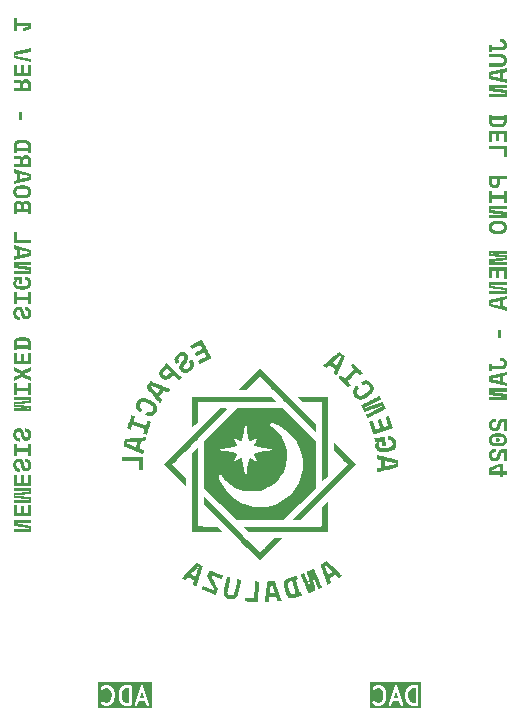
<source format=gbr>
%TF.GenerationSoftware,KiCad,Pcbnew,7.0.10*%
%TF.CreationDate,2024-01-21T20:38:52+01:00*%
%TF.ProjectId,Nemesis-MixSigPCB,4e656d65-7369-4732-9d4d-697853696750,1*%
%TF.SameCoordinates,Original*%
%TF.FileFunction,Legend,Bot*%
%TF.FilePolarity,Positive*%
%FSLAX46Y46*%
G04 Gerber Fmt 4.6, Leading zero omitted, Abs format (unit mm)*
G04 Created by KiCad (PCBNEW 7.0.10) date 2024-01-21 20:38:52*
%MOMM*%
%LPD*%
G01*
G04 APERTURE LIST*
%ADD10C,0.250000*%
%ADD11C,0.150000*%
G04 APERTURE END LIST*
D10*
G36*
X160660714Y-126678428D02*
G01*
X160448857Y-126678428D01*
X160281807Y-126622745D01*
X160174158Y-126515096D01*
X160117939Y-126402657D01*
X160053571Y-126145182D01*
X160053571Y-125961673D01*
X160117939Y-125704198D01*
X160174159Y-125591758D01*
X160281808Y-125484110D01*
X160448854Y-125428428D01*
X160660714Y-125428428D01*
X160660714Y-126678428D01*
G37*
G36*
X159183714Y-126249857D02*
G01*
X158816284Y-126249857D01*
X158999998Y-125698711D01*
X159183714Y-126249857D01*
G37*
G36*
X161125000Y-127142714D02*
G01*
X156803889Y-127142714D01*
X156803889Y-126651653D01*
X157018175Y-126651653D01*
X157033146Y-126720476D01*
X157054468Y-126748959D01*
X157125896Y-126820388D01*
X157135840Y-126825818D01*
X157142948Y-126834646D01*
X157174757Y-126850586D01*
X157389043Y-126922014D01*
X157391383Y-126922098D01*
X157393354Y-126923365D01*
X157428571Y-126928428D01*
X157571428Y-126928428D01*
X157573674Y-126927768D01*
X157575945Y-126928347D01*
X157610956Y-126922014D01*
X157825242Y-126850586D01*
X157834547Y-126844118D01*
X157845620Y-126841710D01*
X157855537Y-126834286D01*
X158378868Y-126834286D01*
X158414780Y-126894876D01*
X158477749Y-126926432D01*
X158547783Y-126918935D01*
X158602645Y-126874765D01*
X158618584Y-126842956D01*
X158732950Y-126499857D01*
X159267047Y-126499857D01*
X159381414Y-126842957D01*
X159421609Y-126900794D01*
X159486693Y-126927718D01*
X159556001Y-126915181D01*
X159607530Y-126867164D01*
X159624918Y-126798911D01*
X159618584Y-126763900D01*
X159417474Y-126160571D01*
X159803571Y-126160571D01*
X159804529Y-126163834D01*
X159807303Y-126190888D01*
X159878731Y-126476602D01*
X159880949Y-126480383D01*
X159888196Y-126502187D01*
X159959625Y-126645044D01*
X159961218Y-126646757D01*
X159961717Y-126649048D01*
X159983039Y-126677530D01*
X160125896Y-126820388D01*
X160135840Y-126825818D01*
X160142948Y-126834646D01*
X160174757Y-126850586D01*
X160389043Y-126922014D01*
X160391383Y-126922098D01*
X160393354Y-126923365D01*
X160428571Y-126928428D01*
X160785714Y-126928428D01*
X160794469Y-126925857D01*
X160803503Y-126927156D01*
X160827735Y-126916089D01*
X160853294Y-126908585D01*
X160859269Y-126901688D01*
X160867572Y-126897897D01*
X160881975Y-126875484D01*
X160899418Y-126855355D01*
X160900716Y-126846322D01*
X160905651Y-126838645D01*
X160910714Y-126803428D01*
X160910714Y-125303428D01*
X160908143Y-125294672D01*
X160909442Y-125285639D01*
X160898375Y-125261406D01*
X160890871Y-125235848D01*
X160883974Y-125229872D01*
X160880183Y-125221570D01*
X160857770Y-125207166D01*
X160837641Y-125189724D01*
X160828608Y-125188425D01*
X160820931Y-125183491D01*
X160785714Y-125178428D01*
X160428571Y-125178428D01*
X160426324Y-125179087D01*
X160424053Y-125178509D01*
X160389042Y-125184843D01*
X160174756Y-125256272D01*
X160165451Y-125262738D01*
X160154379Y-125265147D01*
X160125896Y-125286469D01*
X159983040Y-125429326D01*
X159981918Y-125431379D01*
X159979903Y-125432577D01*
X159959625Y-125461812D01*
X159888196Y-125604669D01*
X159887420Y-125608980D01*
X159878731Y-125630254D01*
X159807303Y-125915968D01*
X159807441Y-125919365D01*
X159803571Y-125946285D01*
X159803571Y-126160571D01*
X159417474Y-126160571D01*
X159118584Y-125263900D01*
X159100964Y-125238546D01*
X159085218Y-125211980D01*
X159081050Y-125209891D01*
X159078389Y-125206062D01*
X159049851Y-125194256D01*
X159022249Y-125180424D01*
X159017613Y-125180920D01*
X159013305Y-125179138D01*
X158982922Y-125184633D01*
X158952215Y-125187921D01*
X158948582Y-125190845D01*
X158943997Y-125191675D01*
X158921414Y-125212718D01*
X158897353Y-125232091D01*
X158894485Y-125237812D01*
X158892468Y-125239693D01*
X158891355Y-125244059D01*
X158881414Y-125263899D01*
X158381414Y-126763900D01*
X158378868Y-126834286D01*
X157855537Y-126834286D01*
X157874103Y-126820388D01*
X158016960Y-126677530D01*
X158018082Y-126675475D01*
X158020096Y-126674279D01*
X158040374Y-126645044D01*
X158111803Y-126502187D01*
X158112578Y-126497875D01*
X158121268Y-126476602D01*
X158192696Y-126190888D01*
X158192557Y-126187490D01*
X158196428Y-126160571D01*
X158196428Y-125946285D01*
X158195469Y-125943021D01*
X158192696Y-125915968D01*
X158121268Y-125630254D01*
X158119049Y-125626472D01*
X158111803Y-125604669D01*
X158040374Y-125461812D01*
X158038779Y-125460097D01*
X158038281Y-125457808D01*
X158016959Y-125429325D01*
X157874102Y-125286469D01*
X157864158Y-125281039D01*
X157857051Y-125272211D01*
X157825242Y-125256272D01*
X157610957Y-125184843D01*
X157608617Y-125184758D01*
X157606645Y-125183491D01*
X157571428Y-125178428D01*
X157428571Y-125178428D01*
X157426324Y-125179087D01*
X157424053Y-125178509D01*
X157389042Y-125184843D01*
X157174756Y-125256272D01*
X157165451Y-125262738D01*
X157154379Y-125265147D01*
X157125896Y-125286469D01*
X157054469Y-125357897D01*
X157020713Y-125419714D01*
X157025738Y-125489968D01*
X157067947Y-125546353D01*
X157133940Y-125570967D01*
X157202763Y-125555995D01*
X157231245Y-125534673D01*
X157281808Y-125484110D01*
X157448854Y-125428428D01*
X157551144Y-125428428D01*
X157718191Y-125484110D01*
X157825840Y-125591759D01*
X157882059Y-125704198D01*
X157946428Y-125961673D01*
X157946428Y-126145182D01*
X157882059Y-126402657D01*
X157825840Y-126515096D01*
X157718191Y-126622745D01*
X157551142Y-126678428D01*
X157448857Y-126678428D01*
X157281807Y-126622745D01*
X157231246Y-126572183D01*
X157169429Y-126538428D01*
X157099175Y-126543452D01*
X157042790Y-126585660D01*
X157018175Y-126651653D01*
X156803889Y-126651653D01*
X156803889Y-124964142D01*
X161125000Y-124964142D01*
X161125000Y-127142714D01*
G37*
G36*
X136375000Y-126678428D02*
G01*
X136163143Y-126678428D01*
X135996093Y-126622745D01*
X135888444Y-126515096D01*
X135832225Y-126402657D01*
X135767857Y-126145182D01*
X135767857Y-125961673D01*
X135832225Y-125704198D01*
X135888445Y-125591758D01*
X135996094Y-125484110D01*
X136163140Y-125428428D01*
X136375000Y-125428428D01*
X136375000Y-126678428D01*
G37*
G36*
X137683714Y-126249857D02*
G01*
X137316284Y-126249857D01*
X137499998Y-125698711D01*
X137683714Y-126249857D01*
G37*
G36*
X138339204Y-127142714D02*
G01*
X133803889Y-127142714D01*
X133803889Y-126651653D01*
X134018175Y-126651653D01*
X134033146Y-126720476D01*
X134054468Y-126748959D01*
X134125896Y-126820388D01*
X134135840Y-126825818D01*
X134142948Y-126834646D01*
X134174757Y-126850586D01*
X134389043Y-126922014D01*
X134391383Y-126922098D01*
X134393354Y-126923365D01*
X134428571Y-126928428D01*
X134571428Y-126928428D01*
X134573674Y-126927768D01*
X134575945Y-126928347D01*
X134610956Y-126922014D01*
X134825242Y-126850586D01*
X134834547Y-126844118D01*
X134845620Y-126841710D01*
X134874103Y-126820388D01*
X135016960Y-126677530D01*
X135018082Y-126675475D01*
X135020096Y-126674279D01*
X135040374Y-126645044D01*
X135111803Y-126502187D01*
X135112578Y-126497875D01*
X135121268Y-126476602D01*
X135192696Y-126190888D01*
X135192557Y-126187490D01*
X135196428Y-126160571D01*
X135517857Y-126160571D01*
X135518815Y-126163834D01*
X135521589Y-126190888D01*
X135593017Y-126476602D01*
X135595235Y-126480383D01*
X135602482Y-126502187D01*
X135673911Y-126645044D01*
X135675504Y-126646757D01*
X135676003Y-126649048D01*
X135697325Y-126677530D01*
X135840182Y-126820388D01*
X135850126Y-126825818D01*
X135857234Y-126834646D01*
X135889043Y-126850586D01*
X136103329Y-126922014D01*
X136105669Y-126922098D01*
X136107640Y-126923365D01*
X136142857Y-126928428D01*
X136500000Y-126928428D01*
X136508755Y-126925857D01*
X136517789Y-126927156D01*
X136542021Y-126916089D01*
X136567580Y-126908585D01*
X136573555Y-126901688D01*
X136581858Y-126897897D01*
X136596261Y-126875484D01*
X136613704Y-126855355D01*
X136615002Y-126846322D01*
X136619937Y-126838645D01*
X136620564Y-126834286D01*
X136878868Y-126834286D01*
X136914780Y-126894876D01*
X136977749Y-126926432D01*
X137047783Y-126918935D01*
X137102645Y-126874765D01*
X137118584Y-126842956D01*
X137232950Y-126499857D01*
X137767047Y-126499857D01*
X137881414Y-126842957D01*
X137921609Y-126900794D01*
X137986693Y-126927718D01*
X138056001Y-126915181D01*
X138107530Y-126867164D01*
X138124918Y-126798911D01*
X138118584Y-126763900D01*
X137618584Y-125263900D01*
X137600964Y-125238546D01*
X137585218Y-125211980D01*
X137581050Y-125209891D01*
X137578389Y-125206062D01*
X137549851Y-125194256D01*
X137522249Y-125180424D01*
X137517613Y-125180920D01*
X137513305Y-125179138D01*
X137482922Y-125184633D01*
X137452215Y-125187921D01*
X137448582Y-125190845D01*
X137443997Y-125191675D01*
X137421414Y-125212718D01*
X137397353Y-125232091D01*
X137394485Y-125237812D01*
X137392468Y-125239693D01*
X137391355Y-125244059D01*
X137381414Y-125263899D01*
X136881414Y-126763900D01*
X136878868Y-126834286D01*
X136620564Y-126834286D01*
X136625000Y-126803428D01*
X136625000Y-125303428D01*
X136622429Y-125294672D01*
X136623728Y-125285639D01*
X136612661Y-125261406D01*
X136605157Y-125235848D01*
X136598260Y-125229872D01*
X136594469Y-125221570D01*
X136572056Y-125207166D01*
X136551927Y-125189724D01*
X136542894Y-125188425D01*
X136535217Y-125183491D01*
X136500000Y-125178428D01*
X136142857Y-125178428D01*
X136140610Y-125179087D01*
X136138339Y-125178509D01*
X136103328Y-125184843D01*
X135889042Y-125256272D01*
X135879737Y-125262738D01*
X135868665Y-125265147D01*
X135840182Y-125286469D01*
X135697326Y-125429326D01*
X135696204Y-125431379D01*
X135694189Y-125432577D01*
X135673911Y-125461812D01*
X135602482Y-125604669D01*
X135601706Y-125608980D01*
X135593017Y-125630254D01*
X135521589Y-125915968D01*
X135521727Y-125919365D01*
X135517857Y-125946285D01*
X135517857Y-126160571D01*
X135196428Y-126160571D01*
X135196428Y-125946285D01*
X135195469Y-125943021D01*
X135192696Y-125915968D01*
X135121268Y-125630254D01*
X135119049Y-125626472D01*
X135111803Y-125604669D01*
X135040374Y-125461812D01*
X135038779Y-125460097D01*
X135038281Y-125457808D01*
X135016959Y-125429325D01*
X134874102Y-125286469D01*
X134864158Y-125281039D01*
X134857051Y-125272211D01*
X134825242Y-125256272D01*
X134610957Y-125184843D01*
X134608617Y-125184758D01*
X134606645Y-125183491D01*
X134571428Y-125178428D01*
X134428571Y-125178428D01*
X134426324Y-125179087D01*
X134424053Y-125178509D01*
X134389042Y-125184843D01*
X134174756Y-125256272D01*
X134165451Y-125262738D01*
X134154379Y-125265147D01*
X134125896Y-125286469D01*
X134054469Y-125357897D01*
X134020713Y-125419714D01*
X134025738Y-125489968D01*
X134067947Y-125546353D01*
X134133940Y-125570967D01*
X134202763Y-125555995D01*
X134231245Y-125534673D01*
X134281808Y-125484110D01*
X134448854Y-125428428D01*
X134551144Y-125428428D01*
X134718191Y-125484110D01*
X134825840Y-125591759D01*
X134882059Y-125704198D01*
X134946428Y-125961673D01*
X134946428Y-126145182D01*
X134882059Y-126402657D01*
X134825840Y-126515096D01*
X134718191Y-126622745D01*
X134551142Y-126678428D01*
X134448857Y-126678428D01*
X134281807Y-126622745D01*
X134231246Y-126572183D01*
X134169429Y-126538428D01*
X134099175Y-126543452D01*
X134042790Y-126585660D01*
X134018175Y-126651653D01*
X133803889Y-126651653D01*
X133803889Y-124964142D01*
X138339204Y-124964142D01*
X138339204Y-127142714D01*
G37*
D11*
G36*
X126768183Y-111502197D02*
G01*
X126768183Y-111464462D01*
X128104680Y-111464462D01*
X128104680Y-111185658D01*
X126627500Y-111185658D01*
X126627500Y-111730076D01*
X127963996Y-111903366D01*
X127963996Y-111941101D01*
X126627500Y-111941101D01*
X126627500Y-112219905D01*
X128104680Y-112219905D01*
X128104680Y-111675487D01*
X126768183Y-111502197D01*
G37*
G36*
X128104680Y-110890369D02*
G01*
X128104680Y-109957605D01*
X127851156Y-109957605D01*
X127851156Y-110611565D01*
X127495050Y-110611565D01*
X127495050Y-109982884D01*
X127241526Y-109982884D01*
X127241526Y-110611565D01*
X126881024Y-110611565D01*
X126881024Y-109932326D01*
X126627500Y-109932326D01*
X126627500Y-110890369D01*
X128104680Y-110890369D01*
G37*
G36*
X128104680Y-109731559D02*
G01*
X128104680Y-109242096D01*
X126980675Y-109157832D01*
X126768183Y-109157832D01*
X126768183Y-109106907D01*
X126980675Y-109106907D01*
X128104680Y-109022644D01*
X128104680Y-108533181D01*
X126627500Y-108533181D01*
X126627500Y-108786339D01*
X127592869Y-108786339D01*
X127940549Y-108761060D01*
X127940549Y-108811618D01*
X126627500Y-108921161D01*
X126627500Y-109339182D01*
X127940549Y-109453122D01*
X127940549Y-109503680D01*
X127592869Y-109478401D01*
X126627500Y-109478401D01*
X126627500Y-109731559D01*
X128104680Y-109731559D01*
G37*
G36*
X128104680Y-108319957D02*
G01*
X128104680Y-107387194D01*
X127851156Y-107387194D01*
X127851156Y-108041154D01*
X127495050Y-108041154D01*
X127495050Y-107412473D01*
X127241526Y-107412473D01*
X127241526Y-108041154D01*
X126881024Y-108041154D01*
X126881024Y-107361914D01*
X126627500Y-107361914D01*
X126627500Y-108319957D01*
X128104680Y-108319957D01*
G37*
G36*
X127654052Y-106308617D02*
G01*
X127670539Y-106309222D01*
X127686613Y-106311039D01*
X127702275Y-106314065D01*
X127717525Y-106318303D01*
X127732363Y-106323751D01*
X127746788Y-106330410D01*
X127760802Y-106338280D01*
X127774403Y-106347360D01*
X127787592Y-106357651D01*
X127800369Y-106369153D01*
X127808658Y-106377494D01*
X127820443Y-106390829D01*
X127831069Y-106405143D01*
X127840536Y-106420436D01*
X127848843Y-106436707D01*
X127855992Y-106453958D01*
X127861981Y-106472187D01*
X127866811Y-106491396D01*
X127870482Y-106511583D01*
X127872993Y-106532749D01*
X127874024Y-106547404D01*
X127874539Y-106562493D01*
X127874603Y-106570201D01*
X127874224Y-106589598D01*
X127873084Y-106608223D01*
X127871184Y-106626075D01*
X127868524Y-106643154D01*
X127865104Y-106659460D01*
X127860925Y-106674993D01*
X127855985Y-106689753D01*
X127850286Y-106703741D01*
X127843827Y-106716956D01*
X127834032Y-106733374D01*
X127831372Y-106737263D01*
X127820175Y-106751603D01*
X127808017Y-106764031D01*
X127794896Y-106774547D01*
X127780814Y-106783150D01*
X127765770Y-106789842D01*
X127749765Y-106794622D01*
X127732798Y-106797490D01*
X127714869Y-106798446D01*
X127698567Y-106797745D01*
X127683002Y-106795641D01*
X127668173Y-106792135D01*
X127654081Y-106787226D01*
X127646359Y-106783792D01*
X127633353Y-106776168D01*
X127620943Y-106766441D01*
X127609130Y-106754610D01*
X127599479Y-106742795D01*
X127591770Y-106731768D01*
X127582883Y-106717080D01*
X127575753Y-106703601D01*
X127568872Y-106688995D01*
X127562243Y-106673262D01*
X127555864Y-106656401D01*
X127550941Y-106642102D01*
X127548539Y-106634681D01*
X127543811Y-106619151D01*
X127539151Y-106602602D01*
X127534560Y-106585033D01*
X127530038Y-106566446D01*
X127526691Y-106551837D01*
X127523383Y-106536655D01*
X127520114Y-106520899D01*
X127516883Y-106504570D01*
X127513691Y-106487669D01*
X127512636Y-106481907D01*
X127507192Y-106453302D01*
X127501301Y-106425556D01*
X127494964Y-106398668D01*
X127488181Y-106372639D01*
X127480951Y-106347469D01*
X127473274Y-106323157D01*
X127465151Y-106299704D01*
X127456582Y-106277110D01*
X127447566Y-106255374D01*
X127438103Y-106234497D01*
X127428194Y-106214479D01*
X127417839Y-106195319D01*
X127407037Y-106177018D01*
X127395788Y-106159576D01*
X127384093Y-106142992D01*
X127371952Y-106127267D01*
X127359218Y-106112449D01*
X127345745Y-106098587D01*
X127331534Y-106085682D01*
X127316585Y-106073732D01*
X127300897Y-106062738D01*
X127284471Y-106052700D01*
X127267306Y-106043618D01*
X127249403Y-106035493D01*
X127230761Y-106028323D01*
X127211381Y-106022109D01*
X127191263Y-106016851D01*
X127170406Y-106012549D01*
X127148810Y-106009203D01*
X127126476Y-106006813D01*
X127103404Y-106005379D01*
X127079593Y-106004901D01*
X127054314Y-106004901D01*
X127035119Y-106005226D01*
X127016279Y-106006202D01*
X126997793Y-106007828D01*
X126979661Y-106010105D01*
X126961884Y-106013032D01*
X126944460Y-106016609D01*
X126927391Y-106020837D01*
X126910676Y-106025715D01*
X126894315Y-106031244D01*
X126878309Y-106037423D01*
X126867834Y-106041904D01*
X126852519Y-106049066D01*
X126837622Y-106056815D01*
X126823144Y-106065149D01*
X126809085Y-106074070D01*
X126795444Y-106083576D01*
X126782221Y-106093669D01*
X126769417Y-106104347D01*
X126757032Y-106115612D01*
X126745066Y-106127463D01*
X126733518Y-106139899D01*
X126726051Y-106148516D01*
X126715233Y-106161828D01*
X126704898Y-106175663D01*
X126695046Y-106190019D01*
X126685677Y-106204896D01*
X126676791Y-106220295D01*
X126668388Y-106236216D01*
X126660468Y-106252658D01*
X126653031Y-106269622D01*
X126646076Y-106287108D01*
X126639605Y-106305115D01*
X126635560Y-106317410D01*
X126629929Y-106336182D01*
X126624852Y-106355406D01*
X126620329Y-106375080D01*
X126616360Y-106395205D01*
X126612944Y-106415781D01*
X126610083Y-106436807D01*
X126607775Y-106458285D01*
X126606021Y-106480213D01*
X126605160Y-106495082D01*
X126604544Y-106510152D01*
X126604175Y-106525422D01*
X126604052Y-106540892D01*
X126604211Y-106558938D01*
X126604688Y-106576716D01*
X126605482Y-106594224D01*
X126606594Y-106611463D01*
X126608024Y-106628433D01*
X126609771Y-106645134D01*
X126611836Y-106661566D01*
X126614219Y-106677729D01*
X126616919Y-106693623D01*
X126619938Y-106709248D01*
X126623273Y-106724604D01*
X126626927Y-106739690D01*
X126630898Y-106754508D01*
X126635187Y-106769057D01*
X126639794Y-106783336D01*
X126644719Y-106797347D01*
X126652617Y-106817770D01*
X126661063Y-106837550D01*
X126670057Y-106856685D01*
X126679598Y-106875177D01*
X126689686Y-106893024D01*
X126700322Y-106910227D01*
X126711505Y-106926787D01*
X126723235Y-106942702D01*
X126735513Y-106957973D01*
X126748338Y-106972601D01*
X126757192Y-106981995D01*
X126770941Y-106995490D01*
X126785121Y-107008360D01*
X126799732Y-107020606D01*
X126814775Y-107032227D01*
X126830249Y-107043223D01*
X126846155Y-107053595D01*
X126862492Y-107063341D01*
X126879260Y-107072464D01*
X126896461Y-107080961D01*
X126914092Y-107088834D01*
X126926086Y-107093736D01*
X126944445Y-107100545D01*
X126963112Y-107106684D01*
X126982089Y-107112154D01*
X127001374Y-107116954D01*
X127020969Y-107121084D01*
X127040873Y-107124545D01*
X127061086Y-107127335D01*
X127081608Y-107129456D01*
X127102439Y-107130907D01*
X127123580Y-107131689D01*
X127137845Y-107131838D01*
X127200493Y-107131838D01*
X127200493Y-106853034D01*
X127149569Y-106853034D01*
X127133109Y-106852734D01*
X127117071Y-106851832D01*
X127101453Y-106850330D01*
X127086256Y-106848226D01*
X127071480Y-106845521D01*
X127057125Y-106842215D01*
X127036380Y-106836129D01*
X127016583Y-106828691D01*
X126997732Y-106819901D01*
X126979827Y-106809758D01*
X126962870Y-106798262D01*
X126946859Y-106785414D01*
X126936711Y-106776098D01*
X126922569Y-106760919D01*
X126909818Y-106744233D01*
X126898457Y-106726040D01*
X126888488Y-106706340D01*
X126882615Y-106692369D01*
X126877360Y-106677729D01*
X126872723Y-106662419D01*
X126868705Y-106646439D01*
X126865304Y-106629790D01*
X126862522Y-106612470D01*
X126860358Y-106594481D01*
X126858813Y-106575823D01*
X126857885Y-106556494D01*
X126857576Y-106536496D01*
X126857789Y-106520951D01*
X126858429Y-106505916D01*
X126860188Y-106484318D01*
X126862907Y-106463867D01*
X126866585Y-106444562D01*
X126871223Y-106426403D01*
X126876821Y-106409391D01*
X126883378Y-106393525D01*
X126890894Y-106378805D01*
X126899370Y-106365232D01*
X126908806Y-106352805D01*
X126912165Y-106348917D01*
X126922649Y-106337983D01*
X126933494Y-106328125D01*
X126948515Y-106316653D01*
X126964177Y-106307093D01*
X126980480Y-106299445D01*
X126997424Y-106293709D01*
X127015010Y-106289885D01*
X127033236Y-106287973D01*
X127042590Y-106287734D01*
X127058140Y-106288348D01*
X127073375Y-106290189D01*
X127088294Y-106293257D01*
X127102897Y-106297552D01*
X127111100Y-106300557D01*
X127125050Y-106306936D01*
X127138369Y-106315173D01*
X127151056Y-106325268D01*
X127163113Y-106337222D01*
X127169719Y-106344887D01*
X127179417Y-106357527D01*
X127188729Y-106371815D01*
X127196195Y-106384981D01*
X127203391Y-106399292D01*
X127210320Y-106414748D01*
X127216980Y-106431349D01*
X127222189Y-106445460D01*
X127227192Y-106460498D01*
X127231989Y-106476463D01*
X127236580Y-106493356D01*
X127240965Y-106511177D01*
X127245144Y-106529924D01*
X127248143Y-106544593D01*
X127251026Y-106559784D01*
X127252883Y-106570201D01*
X127256555Y-106591054D01*
X127260427Y-106611572D01*
X127264498Y-106631755D01*
X127268769Y-106651603D01*
X127273239Y-106671116D01*
X127277909Y-106690294D01*
X127282779Y-106709138D01*
X127287848Y-106727646D01*
X127293117Y-106745820D01*
X127298586Y-106763659D01*
X127302342Y-106775365D01*
X127308283Y-106792532D01*
X127314566Y-106809274D01*
X127321189Y-106825591D01*
X127328154Y-106841483D01*
X127335460Y-106856949D01*
X127343108Y-106871991D01*
X127351096Y-106886608D01*
X127359427Y-106900799D01*
X127368098Y-106914566D01*
X127377111Y-106927907D01*
X127383309Y-106936565D01*
X127393011Y-106949144D01*
X127403157Y-106961188D01*
X127413748Y-106972697D01*
X127424783Y-106983672D01*
X127436262Y-106994112D01*
X127448186Y-107004018D01*
X127460554Y-107013389D01*
X127473366Y-107022226D01*
X127486623Y-107030528D01*
X127500324Y-107038296D01*
X127509705Y-107043177D01*
X127524217Y-107049921D01*
X127539316Y-107056002D01*
X127555000Y-107061419D01*
X127571271Y-107066173D01*
X127588128Y-107070263D01*
X127605570Y-107073690D01*
X127623599Y-107076454D01*
X127642214Y-107078555D01*
X127661415Y-107079992D01*
X127681202Y-107080766D01*
X127694719Y-107080913D01*
X127707541Y-107080913D01*
X127724386Y-107080591D01*
X127740986Y-107079625D01*
X127757342Y-107078015D01*
X127773453Y-107075761D01*
X127789319Y-107072863D01*
X127804940Y-107069321D01*
X127820316Y-107065135D01*
X127835448Y-107060305D01*
X127850335Y-107054831D01*
X127864978Y-107048713D01*
X127874603Y-107044277D01*
X127888852Y-107037081D01*
X127902746Y-107029370D01*
X127916286Y-107021144D01*
X127929472Y-107012403D01*
X127942304Y-107003146D01*
X127954781Y-106993375D01*
X127966905Y-106983088D01*
X127978674Y-106972286D01*
X127990089Y-106960969D01*
X128001149Y-106949136D01*
X128008326Y-106940962D01*
X128018752Y-106928221D01*
X128028733Y-106915004D01*
X128038269Y-106901311D01*
X128047361Y-106887141D01*
X128056009Y-106872494D01*
X128064213Y-106857371D01*
X128071972Y-106841771D01*
X128079287Y-106825695D01*
X128086157Y-106809142D01*
X128092583Y-106792112D01*
X128096620Y-106780494D01*
X128102251Y-106762647D01*
X128107328Y-106744413D01*
X128111851Y-106725793D01*
X128115820Y-106706786D01*
X128119235Y-106687393D01*
X128122097Y-106667614D01*
X128124405Y-106647448D01*
X128126158Y-106626896D01*
X128127358Y-106605958D01*
X128128004Y-106584633D01*
X128128128Y-106570201D01*
X128127984Y-106553968D01*
X128127555Y-106537967D01*
X128126840Y-106522197D01*
X128125838Y-106506660D01*
X128124550Y-106491354D01*
X128122976Y-106476280D01*
X128121115Y-106461438D01*
X128118968Y-106446828D01*
X128115212Y-106425347D01*
X128110811Y-106404388D01*
X128105766Y-106383951D01*
X128100078Y-106364035D01*
X128093745Y-106344641D01*
X128091491Y-106338293D01*
X128084459Y-106319554D01*
X128076962Y-106301396D01*
X128069003Y-106283817D01*
X128060579Y-106266817D01*
X128051692Y-106250397D01*
X128042341Y-106234557D01*
X128032527Y-106219297D01*
X128022248Y-106204615D01*
X128011506Y-106190514D01*
X128000301Y-106176992D01*
X127992573Y-106168300D01*
X127980727Y-106155750D01*
X127968547Y-106143793D01*
X127956032Y-106132429D01*
X127943182Y-106121657D01*
X127929997Y-106111477D01*
X127916478Y-106101890D01*
X127902623Y-106092896D01*
X127888434Y-106084494D01*
X127873909Y-106076684D01*
X127859050Y-106069467D01*
X127848958Y-106064985D01*
X127833637Y-106058765D01*
X127818175Y-106053157D01*
X127802571Y-106048160D01*
X127786825Y-106043776D01*
X127770937Y-106040003D01*
X127754908Y-106036842D01*
X127738737Y-106034293D01*
X127722425Y-106032356D01*
X127705971Y-106031030D01*
X127689375Y-106030316D01*
X127678232Y-106030180D01*
X127603128Y-106030180D01*
X127603128Y-106308617D01*
X127654052Y-106308617D01*
G37*
G36*
X128104680Y-105770428D02*
G01*
X128104680Y-104783076D01*
X127851156Y-104783076D01*
X127851156Y-105137351D01*
X126881024Y-105137351D01*
X126881024Y-104783076D01*
X126627500Y-104783076D01*
X126627500Y-105770428D01*
X126881024Y-105770428D01*
X126881024Y-105416154D01*
X127851156Y-105416154D01*
X127851156Y-105770428D01*
X128104680Y-105770428D01*
G37*
G36*
X127654052Y-103738205D02*
G01*
X127670539Y-103738811D01*
X127686613Y-103740627D01*
X127702275Y-103743654D01*
X127717525Y-103747891D01*
X127732363Y-103753339D01*
X127746788Y-103759998D01*
X127760802Y-103767868D01*
X127774403Y-103776948D01*
X127787592Y-103787240D01*
X127800369Y-103798741D01*
X127808658Y-103807082D01*
X127820443Y-103820417D01*
X127831069Y-103834731D01*
X127840536Y-103850024D01*
X127848843Y-103866296D01*
X127855992Y-103883546D01*
X127861981Y-103901776D01*
X127866811Y-103920984D01*
X127870482Y-103941171D01*
X127872993Y-103962337D01*
X127874024Y-103976992D01*
X127874539Y-103992082D01*
X127874603Y-103999789D01*
X127874224Y-104019187D01*
X127873084Y-104037811D01*
X127871184Y-104055663D01*
X127868524Y-104072742D01*
X127865104Y-104089048D01*
X127860925Y-104104581D01*
X127855985Y-104119342D01*
X127850286Y-104133329D01*
X127843827Y-104146544D01*
X127834032Y-104162962D01*
X127831372Y-104166852D01*
X127820175Y-104181191D01*
X127808017Y-104193619D01*
X127794896Y-104204135D01*
X127780814Y-104212739D01*
X127765770Y-104219431D01*
X127749765Y-104224211D01*
X127732798Y-104227078D01*
X127714869Y-104228034D01*
X127698567Y-104227333D01*
X127683002Y-104225229D01*
X127668173Y-104221723D01*
X127654081Y-104216815D01*
X127646359Y-104213380D01*
X127633353Y-104205756D01*
X127620943Y-104196029D01*
X127609130Y-104184198D01*
X127599479Y-104172383D01*
X127591770Y-104161356D01*
X127582883Y-104146669D01*
X127575753Y-104133189D01*
X127568872Y-104118583D01*
X127562243Y-104102850D01*
X127555864Y-104085990D01*
X127550941Y-104071690D01*
X127548539Y-104064270D01*
X127543811Y-104048739D01*
X127539151Y-104032190D01*
X127534560Y-104014622D01*
X127530038Y-103996034D01*
X127526691Y-103981425D01*
X127523383Y-103966243D01*
X127520114Y-103950487D01*
X127516883Y-103934159D01*
X127513691Y-103917257D01*
X127512636Y-103911496D01*
X127507192Y-103882891D01*
X127501301Y-103855144D01*
X127494964Y-103828257D01*
X127488181Y-103802228D01*
X127480951Y-103777057D01*
X127473274Y-103752745D01*
X127465151Y-103729292D01*
X127456582Y-103706698D01*
X127447566Y-103684962D01*
X127438103Y-103664085D01*
X127428194Y-103644067D01*
X127417839Y-103624907D01*
X127407037Y-103606606D01*
X127395788Y-103589164D01*
X127384093Y-103572580D01*
X127371952Y-103556855D01*
X127359218Y-103542037D01*
X127345745Y-103528176D01*
X127331534Y-103515270D01*
X127316585Y-103503320D01*
X127300897Y-103492326D01*
X127284471Y-103482289D01*
X127267306Y-103473207D01*
X127249403Y-103465081D01*
X127230761Y-103457911D01*
X127211381Y-103451697D01*
X127191263Y-103446439D01*
X127170406Y-103442137D01*
X127148810Y-103438791D01*
X127126476Y-103436401D01*
X127103404Y-103434967D01*
X127079593Y-103434489D01*
X127054314Y-103434489D01*
X127035119Y-103434815D01*
X127016279Y-103435790D01*
X126997793Y-103437416D01*
X126979661Y-103439693D01*
X126961884Y-103442620D01*
X126944460Y-103446197D01*
X126927391Y-103450425D01*
X126910676Y-103455303D01*
X126894315Y-103460832D01*
X126878309Y-103467011D01*
X126867834Y-103471492D01*
X126852519Y-103478655D01*
X126837622Y-103486403D01*
X126823144Y-103494737D01*
X126809085Y-103503658D01*
X126795444Y-103513164D01*
X126782221Y-103523257D01*
X126769417Y-103533936D01*
X126757032Y-103545200D01*
X126745066Y-103557051D01*
X126733518Y-103569488D01*
X126726051Y-103578104D01*
X126715233Y-103591417D01*
X126704898Y-103605251D01*
X126695046Y-103619607D01*
X126685677Y-103634484D01*
X126676791Y-103649883D01*
X126668388Y-103665804D01*
X126660468Y-103682246D01*
X126653031Y-103699211D01*
X126646076Y-103716696D01*
X126639605Y-103734703D01*
X126635560Y-103746998D01*
X126629929Y-103765771D01*
X126624852Y-103784994D01*
X126620329Y-103804668D01*
X126616360Y-103824793D01*
X126612944Y-103845369D01*
X126610083Y-103866396D01*
X126607775Y-103887873D01*
X126606021Y-103909801D01*
X126605160Y-103924671D01*
X126604544Y-103939740D01*
X126604175Y-103955010D01*
X126604052Y-103970480D01*
X126604211Y-103988527D01*
X126604688Y-104006304D01*
X126605482Y-104023812D01*
X126606594Y-104041051D01*
X126608024Y-104058021D01*
X126609771Y-104074722D01*
X126611836Y-104091154D01*
X126614219Y-104107317D01*
X126616919Y-104123211D01*
X126619938Y-104138836D01*
X126623273Y-104154192D01*
X126626927Y-104169279D01*
X126630898Y-104184096D01*
X126635187Y-104198645D01*
X126639794Y-104212925D01*
X126644719Y-104226935D01*
X126652617Y-104247359D01*
X126661063Y-104267138D01*
X126670057Y-104286273D01*
X126679598Y-104304765D01*
X126689686Y-104322612D01*
X126700322Y-104339816D01*
X126711505Y-104356375D01*
X126723235Y-104372290D01*
X126735513Y-104387562D01*
X126748338Y-104402189D01*
X126757192Y-104411583D01*
X126770941Y-104425078D01*
X126785121Y-104437948D01*
X126799732Y-104450194D01*
X126814775Y-104461815D01*
X126830249Y-104472811D01*
X126846155Y-104483183D01*
X126862492Y-104492930D01*
X126879260Y-104502052D01*
X126896461Y-104510550D01*
X126914092Y-104518422D01*
X126926086Y-104523324D01*
X126944445Y-104530133D01*
X126963112Y-104536273D01*
X126982089Y-104541742D01*
X127001374Y-104546542D01*
X127020969Y-104550673D01*
X127040873Y-104554133D01*
X127061086Y-104556924D01*
X127081608Y-104559045D01*
X127102439Y-104560496D01*
X127123580Y-104561277D01*
X127137845Y-104561426D01*
X127200493Y-104561426D01*
X127200493Y-104282623D01*
X127149569Y-104282623D01*
X127133109Y-104282322D01*
X127117071Y-104281421D01*
X127101453Y-104279918D01*
X127086256Y-104277814D01*
X127071480Y-104275109D01*
X127057125Y-104271804D01*
X127036380Y-104265718D01*
X127016583Y-104258280D01*
X126997732Y-104249489D01*
X126979827Y-104239346D01*
X126962870Y-104227851D01*
X126946859Y-104215003D01*
X126936711Y-104205686D01*
X126922569Y-104190507D01*
X126909818Y-104173821D01*
X126898457Y-104155628D01*
X126888488Y-104135928D01*
X126882615Y-104121958D01*
X126877360Y-104107317D01*
X126872723Y-104092007D01*
X126868705Y-104076028D01*
X126865304Y-104059378D01*
X126862522Y-104042059D01*
X126860358Y-104024070D01*
X126858813Y-104005411D01*
X126857885Y-103986082D01*
X126857576Y-103966084D01*
X126857789Y-103950539D01*
X126858429Y-103935504D01*
X126860188Y-103913906D01*
X126862907Y-103893455D01*
X126866585Y-103874150D01*
X126871223Y-103855992D01*
X126876821Y-103838979D01*
X126883378Y-103823113D01*
X126890894Y-103808394D01*
X126899370Y-103794820D01*
X126908806Y-103782393D01*
X126912165Y-103778505D01*
X126922649Y-103767571D01*
X126933494Y-103757713D01*
X126948515Y-103746241D01*
X126964177Y-103736681D01*
X126980480Y-103729033D01*
X126997424Y-103723298D01*
X127015010Y-103719474D01*
X127033236Y-103717562D01*
X127042590Y-103717323D01*
X127058140Y-103717936D01*
X127073375Y-103719777D01*
X127088294Y-103722845D01*
X127102897Y-103727140D01*
X127111100Y-103730145D01*
X127125050Y-103736524D01*
X127138369Y-103744761D01*
X127151056Y-103754857D01*
X127163113Y-103766810D01*
X127169719Y-103774475D01*
X127179417Y-103787115D01*
X127188729Y-103801403D01*
X127196195Y-103814569D01*
X127203391Y-103828881D01*
X127210320Y-103844337D01*
X127216980Y-103860937D01*
X127222189Y-103875048D01*
X127227192Y-103890086D01*
X127231989Y-103906052D01*
X127236580Y-103922945D01*
X127240965Y-103940765D01*
X127245144Y-103959512D01*
X127248143Y-103974182D01*
X127251026Y-103989372D01*
X127252883Y-103999789D01*
X127256555Y-104020642D01*
X127260427Y-104041160D01*
X127264498Y-104061343D01*
X127268769Y-104081191D01*
X127273239Y-104100704D01*
X127277909Y-104119883D01*
X127282779Y-104138726D01*
X127287848Y-104157235D01*
X127293117Y-104175408D01*
X127298586Y-104193247D01*
X127302342Y-104204953D01*
X127308283Y-104222120D01*
X127314566Y-104238862D01*
X127321189Y-104255179D01*
X127328154Y-104271071D01*
X127335460Y-104286538D01*
X127343108Y-104301579D01*
X127351096Y-104316196D01*
X127359427Y-104330387D01*
X127368098Y-104344154D01*
X127377111Y-104357496D01*
X127383309Y-104366154D01*
X127393011Y-104378732D01*
X127403157Y-104390776D01*
X127413748Y-104402285D01*
X127424783Y-104413260D01*
X127436262Y-104423701D01*
X127448186Y-104433606D01*
X127460554Y-104442978D01*
X127473366Y-104451814D01*
X127486623Y-104460117D01*
X127500324Y-104467884D01*
X127509705Y-104472766D01*
X127524217Y-104479510D01*
X127539316Y-104485590D01*
X127555000Y-104491007D01*
X127571271Y-104495761D01*
X127588128Y-104499851D01*
X127605570Y-104503278D01*
X127623599Y-104506042D01*
X127642214Y-104508143D01*
X127661415Y-104509580D01*
X127681202Y-104510354D01*
X127694719Y-104510501D01*
X127707541Y-104510501D01*
X127724386Y-104510179D01*
X127740986Y-104509213D01*
X127757342Y-104507603D01*
X127773453Y-104505349D01*
X127789319Y-104502451D01*
X127804940Y-104498909D01*
X127820316Y-104494723D01*
X127835448Y-104489893D01*
X127850335Y-104484419D01*
X127864978Y-104478301D01*
X127874603Y-104473865D01*
X127888852Y-104466669D01*
X127902746Y-104458958D01*
X127916286Y-104450732D01*
X127929472Y-104441991D01*
X127942304Y-104432735D01*
X127954781Y-104422963D01*
X127966905Y-104412676D01*
X127978674Y-104401874D01*
X127990089Y-104390557D01*
X128001149Y-104378725D01*
X128008326Y-104370550D01*
X128018752Y-104357810D01*
X128028733Y-104344593D01*
X128038269Y-104330899D01*
X128047361Y-104316729D01*
X128056009Y-104302082D01*
X128064213Y-104286959D01*
X128071972Y-104271359D01*
X128079287Y-104255283D01*
X128086157Y-104238730D01*
X128092583Y-104221700D01*
X128096620Y-104210083D01*
X128102251Y-104192235D01*
X128107328Y-104174001D01*
X128111851Y-104155381D01*
X128115820Y-104136375D01*
X128119235Y-104116982D01*
X128122097Y-104097202D01*
X128124405Y-104077037D01*
X128126158Y-104056484D01*
X128127358Y-104035546D01*
X128128004Y-104014221D01*
X128128128Y-103999789D01*
X128127984Y-103983556D01*
X128127555Y-103967555D01*
X128126840Y-103951786D01*
X128125838Y-103936248D01*
X128124550Y-103920942D01*
X128122976Y-103905869D01*
X128121115Y-103891027D01*
X128118968Y-103876416D01*
X128115212Y-103854936D01*
X128110811Y-103833977D01*
X128105766Y-103813539D01*
X128100078Y-103793624D01*
X128093745Y-103774230D01*
X128091491Y-103767881D01*
X128084459Y-103749143D01*
X128076962Y-103730984D01*
X128069003Y-103713405D01*
X128060579Y-103696406D01*
X128051692Y-103679986D01*
X128042341Y-103664145D01*
X128032527Y-103648885D01*
X128022248Y-103634204D01*
X128011506Y-103620102D01*
X128000301Y-103606580D01*
X127992573Y-103597888D01*
X127980727Y-103585338D01*
X127968547Y-103573382D01*
X127956032Y-103562017D01*
X127943182Y-103551245D01*
X127929997Y-103541066D01*
X127916478Y-103531479D01*
X127902623Y-103522484D01*
X127888434Y-103514082D01*
X127873909Y-103506272D01*
X127859050Y-103499055D01*
X127848958Y-103494573D01*
X127833637Y-103488353D01*
X127818175Y-103482745D01*
X127802571Y-103477749D01*
X127786825Y-103473364D01*
X127770937Y-103469591D01*
X127754908Y-103466430D01*
X127738737Y-103463881D01*
X127722425Y-103461944D01*
X127705971Y-103460618D01*
X127689375Y-103459905D01*
X127678232Y-103459769D01*
X127603128Y-103459769D01*
X127603128Y-103738205D01*
X127654052Y-103738205D01*
G37*
G36*
X128104680Y-102020323D02*
G01*
X128104680Y-101530861D01*
X126980675Y-101446597D01*
X126768183Y-101446597D01*
X126768183Y-101395672D01*
X126980675Y-101395672D01*
X128104680Y-101311408D01*
X128104680Y-100821946D01*
X126627500Y-100821946D01*
X126627500Y-101075104D01*
X127592869Y-101075104D01*
X127940549Y-101049824D01*
X127940549Y-101100383D01*
X126627500Y-101209926D01*
X126627500Y-101627947D01*
X127940549Y-101741886D01*
X127940549Y-101792445D01*
X127592869Y-101767166D01*
X126627500Y-101767166D01*
X126627500Y-102020323D01*
X128104680Y-102020323D01*
G37*
G36*
X128104680Y-100629605D02*
G01*
X128104680Y-99642253D01*
X127851156Y-99642253D01*
X127851156Y-99996527D01*
X126881024Y-99996527D01*
X126881024Y-99642253D01*
X126627500Y-99642253D01*
X126627500Y-100629605D01*
X126881024Y-100629605D01*
X126881024Y-100275330D01*
X127851156Y-100275330D01*
X127851156Y-100629605D01*
X128104680Y-100629605D01*
G37*
G36*
X128104680Y-99124947D02*
G01*
X127495050Y-98876185D01*
X127495050Y-98825261D01*
X128104680Y-98576499D01*
X128104680Y-98274615D01*
X127384408Y-98578331D01*
X127348871Y-98578331D01*
X126627500Y-98274615D01*
X126627500Y-98576499D01*
X127241526Y-98825261D01*
X127241526Y-98876185D01*
X126627500Y-99124947D01*
X126627500Y-99426831D01*
X127348871Y-99122748D01*
X127384408Y-99122748D01*
X128104680Y-99426831D01*
X128104680Y-99124947D01*
G37*
G36*
X128104680Y-98038310D02*
G01*
X128104680Y-97105547D01*
X127851156Y-97105547D01*
X127851156Y-97759507D01*
X127495050Y-97759507D01*
X127495050Y-97130826D01*
X127241526Y-97130826D01*
X127241526Y-97759507D01*
X126881024Y-97759507D01*
X126881024Y-97080268D01*
X126627500Y-97080268D01*
X126627500Y-98038310D01*
X128104680Y-98038310D01*
G37*
G36*
X127598113Y-95752693D02*
G01*
X127614440Y-95753083D01*
X127630494Y-95753732D01*
X127646273Y-95754641D01*
X127661778Y-95755810D01*
X127677009Y-95757239D01*
X127691966Y-95758927D01*
X127706648Y-95760875D01*
X127735192Y-95765551D01*
X127762639Y-95771265D01*
X127788990Y-95778019D01*
X127814245Y-95785811D01*
X127838404Y-95794642D01*
X127861466Y-95804513D01*
X127883432Y-95815422D01*
X127904302Y-95827370D01*
X127924076Y-95840358D01*
X127942753Y-95854384D01*
X127960334Y-95869449D01*
X127976819Y-95885554D01*
X127992302Y-95902730D01*
X128006787Y-95921011D01*
X128020272Y-95940397D01*
X128032758Y-95960887D01*
X128044246Y-95982483D01*
X128054734Y-96005183D01*
X128064224Y-96028988D01*
X128072715Y-96053898D01*
X128080207Y-96079913D01*
X128086700Y-96107032D01*
X128092194Y-96135257D01*
X128094566Y-96149783D01*
X128096689Y-96164586D01*
X128098562Y-96179665D01*
X128100185Y-96195020D01*
X128101559Y-96210651D01*
X128102682Y-96226559D01*
X128103556Y-96242742D01*
X128104181Y-96259202D01*
X128104555Y-96275938D01*
X128104680Y-96292951D01*
X128104680Y-96828942D01*
X127851156Y-96828942D01*
X127851156Y-96689723D01*
X126885420Y-96689723D01*
X126885420Y-96828942D01*
X126627500Y-96828942D01*
X126627500Y-96411286D01*
X126885420Y-96411286D01*
X127851156Y-96411286D01*
X127851156Y-96292951D01*
X127851091Y-96283946D01*
X127850567Y-96266449D01*
X127849519Y-96249636D01*
X127847948Y-96233508D01*
X127845853Y-96218063D01*
X127843234Y-96203303D01*
X127838323Y-96182445D01*
X127832234Y-96163126D01*
X127824967Y-96145346D01*
X127816521Y-96129105D01*
X127806896Y-96114404D01*
X127796093Y-96101242D01*
X127784112Y-96089619D01*
X127775532Y-96082565D01*
X127761745Y-96072837D01*
X127746857Y-96064133D01*
X127730867Y-96056454D01*
X127713777Y-96049798D01*
X127695585Y-96044166D01*
X127676292Y-96039558D01*
X127655897Y-96035974D01*
X127634402Y-96033415D01*
X127619459Y-96032277D01*
X127604028Y-96031594D01*
X127588107Y-96031367D01*
X127174115Y-96031367D01*
X127155830Y-96031594D01*
X127138160Y-96032277D01*
X127121105Y-96033415D01*
X127104666Y-96035007D01*
X127088842Y-96037055D01*
X127073634Y-96039558D01*
X127059041Y-96042516D01*
X127038305Y-96047807D01*
X127018954Y-96054121D01*
X127000987Y-96061460D01*
X126984406Y-96069822D01*
X126969208Y-96079208D01*
X126955396Y-96089619D01*
X126946922Y-96097196D01*
X126935237Y-96109845D01*
X126924781Y-96124034D01*
X126915556Y-96139761D01*
X126907561Y-96157028D01*
X126900795Y-96175834D01*
X126895260Y-96196179D01*
X126892253Y-96210597D01*
X126889793Y-96225700D01*
X126887880Y-96241487D01*
X126886513Y-96257957D01*
X126885693Y-96275112D01*
X126885420Y-96292951D01*
X126885420Y-96411286D01*
X126627500Y-96411286D01*
X126627500Y-96292951D01*
X126627624Y-96275938D01*
X126627998Y-96259202D01*
X126628620Y-96242742D01*
X126629492Y-96226559D01*
X126630612Y-96210651D01*
X126631982Y-96195020D01*
X126633600Y-96179665D01*
X126635468Y-96164586D01*
X126637585Y-96149783D01*
X126639950Y-96135257D01*
X126645428Y-96107032D01*
X126651903Y-96079913D01*
X126659373Y-96053898D01*
X126667840Y-96028988D01*
X126677302Y-96005183D01*
X126687761Y-95982483D01*
X126699215Y-95960887D01*
X126711666Y-95940397D01*
X126725113Y-95921011D01*
X126739555Y-95902730D01*
X126754994Y-95885554D01*
X126771524Y-95869449D01*
X126789146Y-95854384D01*
X126807862Y-95840358D01*
X126827672Y-95827370D01*
X126848575Y-95815422D01*
X126870571Y-95804513D01*
X126893660Y-95794642D01*
X126917843Y-95785811D01*
X126943119Y-95778019D01*
X126969489Y-95771265D01*
X126996952Y-95765551D01*
X127025508Y-95760875D01*
X127040197Y-95758927D01*
X127055158Y-95757239D01*
X127070393Y-95755810D01*
X127085901Y-95754641D01*
X127101683Y-95753732D01*
X127117738Y-95753083D01*
X127134066Y-95752693D01*
X127150668Y-95752563D01*
X127581512Y-95752563D01*
X127598113Y-95752693D01*
G37*
G36*
X127654052Y-93456559D02*
G01*
X127670539Y-93457164D01*
X127686613Y-93458980D01*
X127702275Y-93462007D01*
X127717525Y-93466244D01*
X127732363Y-93471693D01*
X127746788Y-93478351D01*
X127760802Y-93486221D01*
X127774403Y-93495302D01*
X127787592Y-93505593D01*
X127800369Y-93517094D01*
X127808658Y-93525435D01*
X127820443Y-93538770D01*
X127831069Y-93553084D01*
X127840536Y-93568377D01*
X127848843Y-93584649D01*
X127855992Y-93601899D01*
X127861981Y-93620129D01*
X127866811Y-93639337D01*
X127870482Y-93659524D01*
X127872993Y-93680690D01*
X127874024Y-93695345D01*
X127874539Y-93710435D01*
X127874603Y-93718143D01*
X127874224Y-93737540D01*
X127873084Y-93756164D01*
X127871184Y-93774016D01*
X127868524Y-93791095D01*
X127865104Y-93807401D01*
X127860925Y-93822934D01*
X127855985Y-93837695D01*
X127850286Y-93851682D01*
X127843827Y-93864897D01*
X127834032Y-93881315D01*
X127831372Y-93885205D01*
X127820175Y-93899544D01*
X127808017Y-93911972D01*
X127794896Y-93922488D01*
X127780814Y-93931092D01*
X127765770Y-93937784D01*
X127749765Y-93942564D01*
X127732798Y-93945432D01*
X127714869Y-93946388D01*
X127698567Y-93945686D01*
X127683002Y-93943583D01*
X127668173Y-93940076D01*
X127654081Y-93935168D01*
X127646359Y-93931733D01*
X127633353Y-93924109D01*
X127620943Y-93914382D01*
X127609130Y-93902551D01*
X127599479Y-93890736D01*
X127591770Y-93879709D01*
X127582883Y-93865022D01*
X127575753Y-93851542D01*
X127568872Y-93836936D01*
X127562243Y-93821203D01*
X127555864Y-93804343D01*
X127550941Y-93790043D01*
X127548539Y-93782623D01*
X127543811Y-93767092D01*
X127539151Y-93750543D01*
X127534560Y-93732975D01*
X127530038Y-93714387D01*
X127526691Y-93699778D01*
X127523383Y-93684596D01*
X127520114Y-93668840D01*
X127516883Y-93652512D01*
X127513691Y-93635610D01*
X127512636Y-93629849D01*
X127507192Y-93601244D01*
X127501301Y-93573497D01*
X127494964Y-93546610D01*
X127488181Y-93520581D01*
X127480951Y-93495410D01*
X127473274Y-93471099D01*
X127465151Y-93447646D01*
X127456582Y-93425051D01*
X127447566Y-93403315D01*
X127438103Y-93382438D01*
X127428194Y-93362420D01*
X127417839Y-93343260D01*
X127407037Y-93324959D01*
X127395788Y-93307517D01*
X127384093Y-93290933D01*
X127371952Y-93275208D01*
X127359218Y-93260390D01*
X127345745Y-93246529D01*
X127331534Y-93233623D01*
X127316585Y-93221673D01*
X127300897Y-93210679D01*
X127284471Y-93200642D01*
X127267306Y-93191560D01*
X127249403Y-93183434D01*
X127230761Y-93176264D01*
X127211381Y-93170050D01*
X127191263Y-93164792D01*
X127170406Y-93160490D01*
X127148810Y-93157144D01*
X127126476Y-93154754D01*
X127103404Y-93153321D01*
X127079593Y-93152843D01*
X127054314Y-93152843D01*
X127035119Y-93153168D01*
X127016279Y-93154143D01*
X126997793Y-93155770D01*
X126979661Y-93158046D01*
X126961884Y-93160973D01*
X126944460Y-93164550D01*
X126927391Y-93168778D01*
X126910676Y-93173657D01*
X126894315Y-93179185D01*
X126878309Y-93185365D01*
X126867834Y-93189845D01*
X126852519Y-93197008D01*
X126837622Y-93204756D01*
X126823144Y-93213090D01*
X126809085Y-93222011D01*
X126795444Y-93231517D01*
X126782221Y-93241610D01*
X126769417Y-93252289D01*
X126757032Y-93263553D01*
X126745066Y-93275404D01*
X126733518Y-93287841D01*
X126726051Y-93296457D01*
X126715233Y-93309770D01*
X126704898Y-93323604D01*
X126695046Y-93337960D01*
X126685677Y-93352837D01*
X126676791Y-93368236D01*
X126668388Y-93384157D01*
X126660468Y-93400600D01*
X126653031Y-93417564D01*
X126646076Y-93435049D01*
X126639605Y-93453057D01*
X126635560Y-93465351D01*
X126629929Y-93484124D01*
X126624852Y-93503347D01*
X126620329Y-93523021D01*
X126616360Y-93543146D01*
X126612944Y-93563722D01*
X126610083Y-93584749D01*
X126607775Y-93606226D01*
X126606021Y-93628154D01*
X126605160Y-93643024D01*
X126604544Y-93658093D01*
X126604175Y-93673363D01*
X126604052Y-93688833D01*
X126604211Y-93706880D01*
X126604688Y-93724657D01*
X126605482Y-93742165D01*
X126606594Y-93759404D01*
X126608024Y-93776374D01*
X126609771Y-93793076D01*
X126611836Y-93809508D01*
X126614219Y-93825671D01*
X126616919Y-93841564D01*
X126619938Y-93857189D01*
X126623273Y-93872545D01*
X126626927Y-93887632D01*
X126630898Y-93902450D01*
X126635187Y-93916998D01*
X126639794Y-93931278D01*
X126644719Y-93945288D01*
X126652617Y-93965712D01*
X126661063Y-93985491D01*
X126670057Y-94004627D01*
X126679598Y-94023118D01*
X126689686Y-94040965D01*
X126700322Y-94058169D01*
X126711505Y-94074728D01*
X126723235Y-94090643D01*
X126735513Y-94105915D01*
X126748338Y-94120542D01*
X126757192Y-94129936D01*
X126770941Y-94143431D01*
X126785121Y-94156301D01*
X126799732Y-94168547D01*
X126814775Y-94180168D01*
X126830249Y-94191164D01*
X126846155Y-94201536D01*
X126862492Y-94211283D01*
X126879260Y-94220405D01*
X126896461Y-94228903D01*
X126914092Y-94236776D01*
X126926086Y-94241677D01*
X126944445Y-94248486D01*
X126963112Y-94254626D01*
X126982089Y-94260096D01*
X127001374Y-94264895D01*
X127020969Y-94269026D01*
X127040873Y-94272486D01*
X127061086Y-94275277D01*
X127081608Y-94277398D01*
X127102439Y-94278849D01*
X127123580Y-94279630D01*
X127137845Y-94279779D01*
X127200493Y-94279779D01*
X127200493Y-94000976D01*
X127149569Y-94000976D01*
X127133109Y-94000675D01*
X127117071Y-93999774D01*
X127101453Y-93998271D01*
X127086256Y-93996167D01*
X127071480Y-93993462D01*
X127057125Y-93990157D01*
X127036380Y-93984071D01*
X127016583Y-93976633D01*
X126997732Y-93967842D01*
X126979827Y-93957699D01*
X126962870Y-93946204D01*
X126946859Y-93933356D01*
X126936711Y-93924039D01*
X126922569Y-93908860D01*
X126909818Y-93892174D01*
X126898457Y-93873981D01*
X126888488Y-93854281D01*
X126882615Y-93840311D01*
X126877360Y-93825671D01*
X126872723Y-93810360D01*
X126868705Y-93794381D01*
X126865304Y-93777731D01*
X126862522Y-93760412D01*
X126860358Y-93742423D01*
X126858813Y-93723764D01*
X126857885Y-93704435D01*
X126857576Y-93684437D01*
X126857789Y-93668892D01*
X126858429Y-93653857D01*
X126860188Y-93632260D01*
X126862907Y-93611808D01*
X126866585Y-93592503D01*
X126871223Y-93574345D01*
X126876821Y-93557332D01*
X126883378Y-93541466D01*
X126890894Y-93526747D01*
X126899370Y-93513173D01*
X126908806Y-93500746D01*
X126912165Y-93496859D01*
X126922649Y-93485925D01*
X126933494Y-93476066D01*
X126948515Y-93464594D01*
X126964177Y-93455034D01*
X126980480Y-93447387D01*
X126997424Y-93441651D01*
X127015010Y-93437827D01*
X127033236Y-93435915D01*
X127042590Y-93435676D01*
X127058140Y-93436289D01*
X127073375Y-93438130D01*
X127088294Y-93441198D01*
X127102897Y-93445493D01*
X127111100Y-93448499D01*
X127125050Y-93454877D01*
X127138369Y-93463114D01*
X127151056Y-93473210D01*
X127163113Y-93485164D01*
X127169719Y-93492829D01*
X127179417Y-93505468D01*
X127188729Y-93519756D01*
X127196195Y-93532923D01*
X127203391Y-93547234D01*
X127210320Y-93562690D01*
X127216980Y-93579291D01*
X127222189Y-93593401D01*
X127227192Y-93608439D01*
X127231989Y-93624405D01*
X127236580Y-93641298D01*
X127240965Y-93659118D01*
X127245144Y-93677865D01*
X127248143Y-93692535D01*
X127251026Y-93707726D01*
X127252883Y-93718143D01*
X127256555Y-93738995D01*
X127260427Y-93759513D01*
X127264498Y-93779696D01*
X127268769Y-93799544D01*
X127273239Y-93819057D01*
X127277909Y-93838236D01*
X127282779Y-93857079D01*
X127287848Y-93875588D01*
X127293117Y-93893761D01*
X127298586Y-93911600D01*
X127302342Y-93923307D01*
X127308283Y-93940473D01*
X127314566Y-93957215D01*
X127321189Y-93973532D01*
X127328154Y-93989424D01*
X127335460Y-94004891D01*
X127343108Y-94019932D01*
X127351096Y-94034549D01*
X127359427Y-94048741D01*
X127368098Y-94062507D01*
X127377111Y-94075849D01*
X127383309Y-94084507D01*
X127393011Y-94097085D01*
X127403157Y-94109129D01*
X127413748Y-94120638D01*
X127424783Y-94131613D01*
X127436262Y-94142054D01*
X127448186Y-94151959D01*
X127460554Y-94161331D01*
X127473366Y-94170167D01*
X127486623Y-94178470D01*
X127500324Y-94186237D01*
X127509705Y-94191119D01*
X127524217Y-94197863D01*
X127539316Y-94203943D01*
X127555000Y-94209360D01*
X127571271Y-94214114D01*
X127588128Y-94218204D01*
X127605570Y-94221632D01*
X127623599Y-94224395D01*
X127642214Y-94226496D01*
X127661415Y-94227933D01*
X127681202Y-94228707D01*
X127694719Y-94228854D01*
X127707541Y-94228854D01*
X127724386Y-94228532D01*
X127740986Y-94227566D01*
X127757342Y-94225956D01*
X127773453Y-94223702D01*
X127789319Y-94220804D01*
X127804940Y-94217262D01*
X127820316Y-94213076D01*
X127835448Y-94208246D01*
X127850335Y-94202772D01*
X127864978Y-94196654D01*
X127874603Y-94192218D01*
X127888852Y-94185022D01*
X127902746Y-94177312D01*
X127916286Y-94169086D01*
X127929472Y-94160344D01*
X127942304Y-94151088D01*
X127954781Y-94141316D01*
X127966905Y-94131029D01*
X127978674Y-94120227D01*
X127990089Y-94108910D01*
X128001149Y-94097078D01*
X128008326Y-94088903D01*
X128018752Y-94076163D01*
X128028733Y-94062946D01*
X128038269Y-94049252D01*
X128047361Y-94035082D01*
X128056009Y-94020435D01*
X128064213Y-94005312D01*
X128071972Y-93989712D01*
X128079287Y-93973636D01*
X128086157Y-93957083D01*
X128092583Y-93940053D01*
X128096620Y-93928436D01*
X128102251Y-93910588D01*
X128107328Y-93892355D01*
X128111851Y-93873734D01*
X128115820Y-93854728D01*
X128119235Y-93835335D01*
X128122097Y-93815555D01*
X128124405Y-93795390D01*
X128126158Y-93774837D01*
X128127358Y-93753899D01*
X128128004Y-93732574D01*
X128128128Y-93718143D01*
X128127984Y-93701910D01*
X128127555Y-93685908D01*
X128126840Y-93670139D01*
X128125838Y-93654601D01*
X128124550Y-93639296D01*
X128122976Y-93624222D01*
X128121115Y-93609380D01*
X128118968Y-93594769D01*
X128115212Y-93573289D01*
X128110811Y-93552330D01*
X128105766Y-93531893D01*
X128100078Y-93511977D01*
X128093745Y-93492583D01*
X128091491Y-93486234D01*
X128084459Y-93467496D01*
X128076962Y-93449337D01*
X128069003Y-93431758D01*
X128060579Y-93414759D01*
X128051692Y-93398339D01*
X128042341Y-93382499D01*
X128032527Y-93367238D01*
X128022248Y-93352557D01*
X128011506Y-93338455D01*
X128000301Y-93324934D01*
X127992573Y-93316241D01*
X127980727Y-93303692D01*
X127968547Y-93291735D01*
X127956032Y-93280370D01*
X127943182Y-93269598D01*
X127929997Y-93259419D01*
X127916478Y-93249832D01*
X127902623Y-93240837D01*
X127888434Y-93232435D01*
X127873909Y-93224626D01*
X127859050Y-93217409D01*
X127848958Y-93212926D01*
X127833637Y-93206706D01*
X127818175Y-93201098D01*
X127802571Y-93196102D01*
X127786825Y-93191717D01*
X127770937Y-93187944D01*
X127754908Y-93184783D01*
X127738737Y-93182234D01*
X127722425Y-93180297D01*
X127705971Y-93178971D01*
X127689375Y-93178258D01*
X127678232Y-93178122D01*
X127603128Y-93178122D01*
X127603128Y-93456559D01*
X127654052Y-93456559D01*
G37*
G36*
X128104680Y-92918369D02*
G01*
X128104680Y-91931018D01*
X127851156Y-91931018D01*
X127851156Y-92285292D01*
X126881024Y-92285292D01*
X126881024Y-91931018D01*
X126627500Y-91931018D01*
X126627500Y-92918369D01*
X126881024Y-92918369D01*
X126881024Y-92564095D01*
X127851156Y-92564095D01*
X127851156Y-92918369D01*
X128104680Y-92918369D01*
G37*
G36*
X127373417Y-91236391D02*
G01*
X127373417Y-90603314D01*
X126627500Y-90603314D01*
X126627500Y-90856838D01*
X126787967Y-90856838D01*
X126787967Y-90894573D01*
X126773554Y-90899722D01*
X126759580Y-90905689D01*
X126746043Y-90912473D01*
X126732944Y-90920076D01*
X126720283Y-90928496D01*
X126708060Y-90937734D01*
X126696274Y-90947790D01*
X126684927Y-90958664D01*
X126674018Y-90970356D01*
X126663546Y-90982866D01*
X126656809Y-90991660D01*
X126647380Y-91005755D01*
X126638880Y-91021112D01*
X126631306Y-91037731D01*
X126624660Y-91055613D01*
X126618941Y-91074757D01*
X126614150Y-91095163D01*
X126610286Y-91116832D01*
X126608225Y-91131979D01*
X126606577Y-91147687D01*
X126605340Y-91163955D01*
X126604516Y-91180785D01*
X126604104Y-91198176D01*
X126604052Y-91207082D01*
X126604384Y-91225932D01*
X126605379Y-91244563D01*
X126607037Y-91262975D01*
X126609359Y-91281168D01*
X126612344Y-91299142D01*
X126615992Y-91316897D01*
X126620304Y-91334433D01*
X126625278Y-91351750D01*
X126630917Y-91368848D01*
X126637218Y-91385727D01*
X126641788Y-91396859D01*
X126649182Y-91413280D01*
X126657214Y-91429295D01*
X126665883Y-91444904D01*
X126675190Y-91460108D01*
X126685134Y-91474906D01*
X126695716Y-91489298D01*
X126706936Y-91503285D01*
X126718793Y-91516866D01*
X126731288Y-91530041D01*
X126744420Y-91542810D01*
X126753529Y-91551098D01*
X126767786Y-91563087D01*
X126782668Y-91574600D01*
X126798174Y-91585636D01*
X126814305Y-91596195D01*
X126831061Y-91606278D01*
X126848441Y-91615884D01*
X126866447Y-91625014D01*
X126885076Y-91633667D01*
X126904331Y-91641844D01*
X126924210Y-91649544D01*
X126937810Y-91654413D01*
X126958740Y-91661222D01*
X126973051Y-91665389D01*
X126987648Y-91669259D01*
X127002532Y-91672831D01*
X127017702Y-91676105D01*
X127033158Y-91679082D01*
X127048900Y-91681761D01*
X127064928Y-91684143D01*
X127081243Y-91686226D01*
X127097844Y-91688012D01*
X127114731Y-91689501D01*
X127131904Y-91690691D01*
X127149364Y-91691584D01*
X127167110Y-91692180D01*
X127185142Y-91692477D01*
X127194265Y-91692515D01*
X127537915Y-91692515D01*
X127555557Y-91692354D01*
X127572948Y-91691873D01*
X127590087Y-91691072D01*
X127606974Y-91689950D01*
X127623610Y-91688507D01*
X127639993Y-91686744D01*
X127656124Y-91684661D01*
X127672004Y-91682256D01*
X127687632Y-91679532D01*
X127703008Y-91676486D01*
X127718132Y-91673120D01*
X127733004Y-91669434D01*
X127747624Y-91665426D01*
X127761992Y-91661099D01*
X127776109Y-91656451D01*
X127789973Y-91651482D01*
X127810279Y-91643442D01*
X127829979Y-91634849D01*
X127849073Y-91625702D01*
X127867562Y-91616002D01*
X127885446Y-91605747D01*
X127902725Y-91594939D01*
X127919398Y-91583576D01*
X127935466Y-91571660D01*
X127950928Y-91559190D01*
X127965785Y-91546166D01*
X127975354Y-91537176D01*
X127989179Y-91523258D01*
X128002354Y-91508844D01*
X128014879Y-91493935D01*
X128026753Y-91478529D01*
X128037977Y-91462628D01*
X128048551Y-91446230D01*
X128058474Y-91429337D01*
X128067746Y-91411948D01*
X128076368Y-91394063D01*
X128084340Y-91375682D01*
X128089293Y-91363153D01*
X128096233Y-91344004D01*
X128102491Y-91324474D01*
X128108066Y-91304565D01*
X128112958Y-91284276D01*
X128117167Y-91263607D01*
X128120694Y-91242558D01*
X128123539Y-91221129D01*
X128125700Y-91199320D01*
X128126762Y-91184569D01*
X128127521Y-91169650D01*
X128127976Y-91154562D01*
X128128128Y-91139305D01*
X128127969Y-91123611D01*
X128127492Y-91108129D01*
X128126698Y-91092859D01*
X128125586Y-91077801D01*
X128124156Y-91062955D01*
X128122409Y-91048320D01*
X128119192Y-91026766D01*
X128115260Y-91005687D01*
X128110614Y-90985086D01*
X128105253Y-90964961D01*
X128099177Y-90945312D01*
X128092386Y-90926141D01*
X128087461Y-90913624D01*
X128079562Y-90895269D01*
X128071116Y-90877436D01*
X128062123Y-90860124D01*
X128052582Y-90843334D01*
X128042494Y-90827065D01*
X128031858Y-90811318D01*
X128020675Y-90796093D01*
X128008945Y-90781390D01*
X127996667Y-90767208D01*
X127983842Y-90753547D01*
X127974987Y-90744730D01*
X127961367Y-90731975D01*
X127947295Y-90719812D01*
X127932773Y-90708241D01*
X127917800Y-90697263D01*
X127902376Y-90686878D01*
X127886502Y-90677084D01*
X127870176Y-90667884D01*
X127853400Y-90659276D01*
X127836173Y-90651260D01*
X127818495Y-90643837D01*
X127806460Y-90639217D01*
X127788206Y-90632801D01*
X127769713Y-90627016D01*
X127750982Y-90621861D01*
X127732013Y-90617338D01*
X127712806Y-90613447D01*
X127693360Y-90610186D01*
X127673677Y-90607556D01*
X127653755Y-90605558D01*
X127633594Y-90604190D01*
X127613195Y-90603454D01*
X127599464Y-90603314D01*
X127574551Y-90603314D01*
X127574551Y-90882117D01*
X127600197Y-90882117D01*
X127616839Y-90882384D01*
X127632969Y-90883187D01*
X127648587Y-90884525D01*
X127663692Y-90886399D01*
X127678285Y-90888807D01*
X127699214Y-90893424D01*
X127718990Y-90899244D01*
X127737614Y-90906269D01*
X127755084Y-90914499D01*
X127771402Y-90923932D01*
X127786567Y-90934570D01*
X127800580Y-90946412D01*
X127804994Y-90950627D01*
X127817434Y-90963965D01*
X127828651Y-90978289D01*
X127838643Y-90993598D01*
X127847412Y-91009892D01*
X127854958Y-91027172D01*
X127861280Y-91045437D01*
X127866378Y-91064687D01*
X127870253Y-91084922D01*
X127872904Y-91106143D01*
X127873992Y-91120838D01*
X127874535Y-91135970D01*
X127874603Y-91143701D01*
X127873898Y-91165515D01*
X127871783Y-91186583D01*
X127868257Y-91206903D01*
X127863321Y-91226476D01*
X127856974Y-91245303D01*
X127849217Y-91263382D01*
X127840050Y-91280714D01*
X127829472Y-91297299D01*
X127817484Y-91313137D01*
X127804086Y-91328228D01*
X127794370Y-91337874D01*
X127778387Y-91351427D01*
X127760388Y-91363647D01*
X127747269Y-91371053D01*
X127733254Y-91377866D01*
X127718343Y-91384087D01*
X127702537Y-91389716D01*
X127685834Y-91394752D01*
X127668236Y-91399196D01*
X127649742Y-91403047D01*
X127630352Y-91406305D01*
X127610066Y-91408972D01*
X127588884Y-91411045D01*
X127566806Y-91412526D01*
X127543832Y-91413415D01*
X127519963Y-91413711D01*
X127203790Y-91413711D01*
X127182490Y-91413439D01*
X127161866Y-91412624D01*
X127141918Y-91411264D01*
X127122647Y-91409361D01*
X127104051Y-91406914D01*
X127086132Y-91403923D01*
X127068889Y-91400388D01*
X127052322Y-91396309D01*
X127036431Y-91391687D01*
X127021217Y-91386520D01*
X127006678Y-91380810D01*
X126992816Y-91374556D01*
X126979630Y-91367758D01*
X126955287Y-91352531D01*
X126933649Y-91335129D01*
X126914715Y-91315551D01*
X126898486Y-91293799D01*
X126884962Y-91269870D01*
X126874143Y-91243767D01*
X126866029Y-91215488D01*
X126862986Y-91200533D01*
X126860619Y-91185034D01*
X126858929Y-91168991D01*
X126857914Y-91152405D01*
X126857576Y-91135274D01*
X126857854Y-91119940D01*
X126858687Y-91105078D01*
X126860977Y-91083670D01*
X126864517Y-91063325D01*
X126869306Y-91044043D01*
X126875345Y-91025823D01*
X126882633Y-91008666D01*
X126891170Y-90992571D01*
X126900957Y-90977539D01*
X126911993Y-90963570D01*
X126924278Y-90950663D01*
X126928651Y-90946597D01*
X126942471Y-90935074D01*
X126957141Y-90924684D01*
X126972662Y-90915427D01*
X126989032Y-90907304D01*
X127006253Y-90900315D01*
X127024324Y-90894459D01*
X127043244Y-90889736D01*
X127063015Y-90886147D01*
X127083636Y-90883691D01*
X127105107Y-90882369D01*
X127119893Y-90882117D01*
X127119893Y-91236391D01*
X127373417Y-91236391D01*
G37*
G36*
X126768183Y-89653697D02*
G01*
X126768183Y-89615962D01*
X128104680Y-89615962D01*
X128104680Y-89337159D01*
X126627500Y-89337159D01*
X126627500Y-89881576D01*
X127963996Y-90054866D01*
X127963996Y-90092602D01*
X126627500Y-90092602D01*
X126627500Y-90371405D01*
X128104680Y-90371405D01*
X128104680Y-89826988D01*
X126768183Y-89653697D01*
G37*
G36*
X128104680Y-88307309D02*
G01*
X128104680Y-88830843D01*
X126627500Y-89183286D01*
X126627500Y-88892026D01*
X126955762Y-88820219D01*
X126955762Y-88379116D01*
X127209286Y-88379116D01*
X127209286Y-88761234D01*
X127963996Y-88587944D01*
X127963996Y-88550208D01*
X127209286Y-88379116D01*
X126955762Y-88379116D01*
X126955762Y-88317933D01*
X126627500Y-88246126D01*
X126627500Y-87954866D01*
X128104680Y-88307309D01*
G37*
G36*
X128104680Y-87756663D02*
G01*
X128104680Y-87477860D01*
X126881024Y-87477860D01*
X126881024Y-86807047D01*
X126627500Y-86807047D01*
X126627500Y-87756663D01*
X128104680Y-87756663D01*
G37*
G36*
X127046778Y-84177353D02*
G01*
X127062191Y-84177906D01*
X127077218Y-84179011D01*
X127099033Y-84181704D01*
X127119979Y-84185639D01*
X127140056Y-84190818D01*
X127159263Y-84197240D01*
X127177601Y-84204905D01*
X127195070Y-84213812D01*
X127211669Y-84223963D01*
X127227398Y-84235356D01*
X127242259Y-84247993D01*
X127251691Y-84256976D01*
X127265148Y-84270992D01*
X127277773Y-84285659D01*
X127289568Y-84300977D01*
X127300532Y-84316945D01*
X127310665Y-84333563D01*
X127319968Y-84350832D01*
X127328440Y-84368751D01*
X127336081Y-84387321D01*
X127342891Y-84406541D01*
X127348871Y-84426412D01*
X127384408Y-84426412D01*
X127388299Y-84413093D01*
X127394818Y-84393656D01*
X127402154Y-84374869D01*
X127410308Y-84356733D01*
X127419280Y-84339247D01*
X127429070Y-84322412D01*
X127439678Y-84306227D01*
X127451103Y-84290693D01*
X127463347Y-84275809D01*
X127476408Y-84261576D01*
X127490287Y-84247993D01*
X127500012Y-84239430D01*
X127515344Y-84227623D01*
X127531572Y-84217058D01*
X127548695Y-84207736D01*
X127566713Y-84199657D01*
X127585626Y-84192821D01*
X127605435Y-84187228D01*
X127626138Y-84182877D01*
X127647737Y-84179770D01*
X127662633Y-84178389D01*
X127677927Y-84177560D01*
X127693620Y-84177284D01*
X127719265Y-84177284D01*
X127724406Y-84177312D01*
X127739696Y-84177731D01*
X127754786Y-84178652D01*
X127769676Y-84180075D01*
X127784367Y-84182000D01*
X127798858Y-84184428D01*
X127817869Y-84188447D01*
X127836524Y-84193358D01*
X127854826Y-84199163D01*
X127872772Y-84205861D01*
X127890220Y-84213434D01*
X127907027Y-84221866D01*
X127923193Y-84231157D01*
X127938717Y-84241306D01*
X127953601Y-84252315D01*
X127967843Y-84264181D01*
X127981444Y-84276907D01*
X127994405Y-84290491D01*
X128003766Y-84301158D01*
X128015667Y-84316081D01*
X128026904Y-84331806D01*
X128034896Y-84344126D01*
X128042515Y-84356896D01*
X128049760Y-84370118D01*
X128056631Y-84383790D01*
X128063129Y-84397913D01*
X128069254Y-84412487D01*
X128075005Y-84427511D01*
X128078598Y-84437772D01*
X128083554Y-84453518D01*
X128087988Y-84469689D01*
X128091900Y-84486285D01*
X128095291Y-84503306D01*
X128098160Y-84520751D01*
X128100507Y-84538622D01*
X128102333Y-84556919D01*
X128103637Y-84575640D01*
X128104419Y-84594786D01*
X128104680Y-84614357D01*
X128104680Y-85262089D01*
X127851156Y-85262089D01*
X127851156Y-85122870D01*
X126881024Y-85122870D01*
X126881024Y-85262089D01*
X126627500Y-85262089D01*
X126627500Y-84844434D01*
X126881024Y-84844434D01*
X127241526Y-84844434D01*
X127495050Y-84844434D01*
X127851156Y-84844434D01*
X127851156Y-84641834D01*
X127850812Y-84625507D01*
X127849778Y-84609772D01*
X127848055Y-84594629D01*
X127845644Y-84580079D01*
X127841356Y-84561600D01*
X127835843Y-84544175D01*
X127829106Y-84527803D01*
X127821143Y-84512485D01*
X127811955Y-84498219D01*
X127804194Y-84488398D01*
X127792353Y-84476806D01*
X127778806Y-84466932D01*
X127763553Y-84458774D01*
X127746595Y-84452334D01*
X127727930Y-84447612D01*
X127712812Y-84445197D01*
X127696735Y-84443748D01*
X127679698Y-84443265D01*
X127666509Y-84443265D01*
X127655043Y-84443479D01*
X127638638Y-84444606D01*
X127623186Y-84446699D01*
X127604066Y-84450993D01*
X127586641Y-84457003D01*
X127570910Y-84464731D01*
X127556874Y-84474177D01*
X127544532Y-84485339D01*
X127533885Y-84498219D01*
X127524783Y-84512485D01*
X127516895Y-84527803D01*
X127510220Y-84544175D01*
X127504759Y-84561600D01*
X127500511Y-84580079D01*
X127498122Y-84594629D01*
X127496415Y-84609772D01*
X127495391Y-84625507D01*
X127495050Y-84641834D01*
X127495050Y-84844434D01*
X127241526Y-84844434D01*
X127241526Y-84641834D01*
X127241172Y-84625507D01*
X127240109Y-84609772D01*
X127238338Y-84594629D01*
X127235859Y-84580079D01*
X127231451Y-84561600D01*
X127225784Y-84544175D01*
X127218857Y-84527803D01*
X127210671Y-84512485D01*
X127201226Y-84498219D01*
X127193268Y-84488398D01*
X127181195Y-84476806D01*
X127167451Y-84466932D01*
X127152035Y-84458774D01*
X127134948Y-84452334D01*
X127116189Y-84447612D01*
X127101022Y-84445197D01*
X127084916Y-84443748D01*
X127067869Y-84443265D01*
X127054680Y-84443265D01*
X127043210Y-84443479D01*
X127026783Y-84444606D01*
X127011289Y-84446699D01*
X126992083Y-84450993D01*
X126974538Y-84457003D01*
X126958653Y-84464731D01*
X126944427Y-84474177D01*
X126931862Y-84485339D01*
X126920957Y-84498219D01*
X126911598Y-84512485D01*
X126903486Y-84527803D01*
X126896623Y-84544175D01*
X126891007Y-84561600D01*
X126886639Y-84580079D01*
X126884182Y-84594629D01*
X126882427Y-84609772D01*
X126881375Y-84625507D01*
X126881024Y-84641834D01*
X126881024Y-84844434D01*
X126627500Y-84844434D01*
X126627500Y-84614357D01*
X126627614Y-84601262D01*
X126628215Y-84581974D01*
X126629331Y-84563112D01*
X126630963Y-84544674D01*
X126633109Y-84526661D01*
X126635771Y-84509074D01*
X126638948Y-84491911D01*
X126642641Y-84475173D01*
X126646848Y-84458861D01*
X126651571Y-84442973D01*
X126656809Y-84427511D01*
X126660604Y-84417445D01*
X126666619Y-84402721D01*
X126673020Y-84388447D01*
X126679808Y-84374625D01*
X126686982Y-84361254D01*
X126694543Y-84348333D01*
X126702490Y-84335863D01*
X126713687Y-84319937D01*
X126725571Y-84304813D01*
X126738142Y-84290491D01*
X126751354Y-84276907D01*
X126765161Y-84264181D01*
X126779564Y-84252315D01*
X126794562Y-84241306D01*
X126810155Y-84231157D01*
X126826344Y-84221866D01*
X126843128Y-84213434D01*
X126860507Y-84205861D01*
X126864938Y-84204103D01*
X126882890Y-84197628D01*
X126901208Y-84192047D01*
X126919893Y-84187359D01*
X126938943Y-84183563D01*
X126953472Y-84181303D01*
X126968207Y-84179545D01*
X126983148Y-84178289D01*
X126998294Y-84177535D01*
X127013647Y-84177284D01*
X127038927Y-84177284D01*
X127046778Y-84177353D01*
G37*
G36*
X127547155Y-82883793D02*
G01*
X127564572Y-82884217D01*
X127581739Y-82884924D01*
X127598657Y-82885913D01*
X127615325Y-82887185D01*
X127631743Y-82888740D01*
X127647911Y-82890577D01*
X127663830Y-82892697D01*
X127679498Y-82895099D01*
X127694918Y-82897784D01*
X127710087Y-82900752D01*
X127725007Y-82904002D01*
X127739677Y-82907535D01*
X127754097Y-82911351D01*
X127782188Y-82919830D01*
X127809280Y-82929440D01*
X127835374Y-82940181D01*
X127860468Y-82952052D01*
X127884564Y-82965054D01*
X127907661Y-82979186D01*
X127929758Y-82994449D01*
X127950857Y-83010842D01*
X127970957Y-83028366D01*
X127980627Y-83037496D01*
X127999045Y-83056407D01*
X128016236Y-83076185D01*
X128032198Y-83096830D01*
X128046933Y-83118342D01*
X128060440Y-83140722D01*
X128072719Y-83163969D01*
X128083770Y-83188083D01*
X128093593Y-83213065D01*
X128102188Y-83238913D01*
X128109556Y-83265629D01*
X128115695Y-83293213D01*
X128120607Y-83321663D01*
X128122602Y-83336214D01*
X128124290Y-83350981D01*
X128125672Y-83365965D01*
X128126746Y-83381166D01*
X128127514Y-83396583D01*
X128127974Y-83412218D01*
X128128128Y-83428069D01*
X128127974Y-83443921D01*
X128127514Y-83459557D01*
X128126746Y-83474976D01*
X128125672Y-83490180D01*
X128124290Y-83505167D01*
X128122602Y-83519938D01*
X128118304Y-83548832D01*
X128112779Y-83576862D01*
X128106025Y-83604027D01*
X128098044Y-83630328D01*
X128088835Y-83655765D01*
X128078398Y-83680337D01*
X128066733Y-83704045D01*
X128053840Y-83726888D01*
X128039719Y-83748867D01*
X128024371Y-83769982D01*
X128007794Y-83790232D01*
X127989990Y-83809618D01*
X127970957Y-83828139D01*
X127961032Y-83837042D01*
X127940433Y-83854001D01*
X127918834Y-83869829D01*
X127896237Y-83884527D01*
X127872641Y-83898094D01*
X127848046Y-83910530D01*
X127822452Y-83921836D01*
X127795859Y-83932011D01*
X127768267Y-83941056D01*
X127754097Y-83945154D01*
X127739677Y-83948970D01*
X127725007Y-83952503D01*
X127710087Y-83955753D01*
X127694918Y-83958721D01*
X127679498Y-83961406D01*
X127663830Y-83963808D01*
X127647911Y-83965928D01*
X127631743Y-83967765D01*
X127615325Y-83969320D01*
X127598657Y-83970592D01*
X127581739Y-83971581D01*
X127564572Y-83972288D01*
X127547155Y-83972712D01*
X127529488Y-83972853D01*
X127202691Y-83972853D01*
X127184510Y-83972712D01*
X127166603Y-83972288D01*
X127148970Y-83971581D01*
X127131611Y-83970592D01*
X127114526Y-83969320D01*
X127097715Y-83967765D01*
X127081178Y-83965928D01*
X127064916Y-83963808D01*
X127048927Y-83961406D01*
X127033212Y-83958721D01*
X127017772Y-83955753D01*
X127002605Y-83952503D01*
X126987713Y-83948970D01*
X126973094Y-83945154D01*
X126958750Y-83941056D01*
X126944679Y-83936675D01*
X126917361Y-83927065D01*
X126891139Y-83916324D01*
X126866013Y-83904453D01*
X126841983Y-83891451D01*
X126819049Y-83877319D01*
X126797212Y-83862056D01*
X126776471Y-83845663D01*
X126756826Y-83828139D01*
X126747427Y-83818986D01*
X126729524Y-83800033D01*
X126712814Y-83780215D01*
X126697298Y-83759532D01*
X126682975Y-83737986D01*
X126669846Y-83715574D01*
X126657911Y-83692299D01*
X126647169Y-83668159D01*
X126637621Y-83643154D01*
X126629266Y-83617286D01*
X126622105Y-83590553D01*
X126616137Y-83562955D01*
X126611363Y-83534493D01*
X126609423Y-83519938D01*
X126607782Y-83505167D01*
X126606439Y-83490180D01*
X126605395Y-83474976D01*
X126604649Y-83459557D01*
X126604201Y-83443921D01*
X126604052Y-83428069D01*
X126857576Y-83428069D01*
X126857786Y-83442132D01*
X126858716Y-83460181D01*
X126860390Y-83477429D01*
X126862809Y-83493875D01*
X126865972Y-83509520D01*
X126869878Y-83524364D01*
X126874530Y-83538406D01*
X126881390Y-83554831D01*
X126884488Y-83561078D01*
X126892898Y-83576057D01*
X126902256Y-83590123D01*
X126912561Y-83603276D01*
X126923815Y-83615518D01*
X126936017Y-83626847D01*
X126949167Y-83637263D01*
X126960416Y-83644848D01*
X126975201Y-83653508D01*
X126990791Y-83661256D01*
X127007186Y-83668091D01*
X127024386Y-83674014D01*
X127038726Y-83678096D01*
X127053581Y-83681593D01*
X127068888Y-83684513D01*
X127084585Y-83687043D01*
X127100670Y-83689184D01*
X127117145Y-83690936D01*
X127134010Y-83692298D01*
X127151263Y-83693271D01*
X127168906Y-83693855D01*
X127186938Y-83694050D01*
X127545242Y-83694050D01*
X127562329Y-83693821D01*
X127579154Y-83693134D01*
X127595714Y-83691989D01*
X127612012Y-83690386D01*
X127628046Y-83688325D01*
X127643817Y-83685807D01*
X127659324Y-83682830D01*
X127674569Y-83679395D01*
X127689418Y-83675468D01*
X127703740Y-83671015D01*
X127717536Y-83666034D01*
X127734041Y-83659068D01*
X127749722Y-83651280D01*
X127764580Y-83642668D01*
X127778616Y-83633233D01*
X127784041Y-83629176D01*
X127796991Y-83618394D01*
X127809064Y-83606701D01*
X127820261Y-83594094D01*
X127830581Y-83580576D01*
X127840025Y-83566145D01*
X127848592Y-83550801D01*
X127854688Y-83537744D01*
X127859972Y-83524034D01*
X127864443Y-83509671D01*
X127868101Y-83494656D01*
X127870946Y-83478988D01*
X127872978Y-83462668D01*
X127874197Y-83445695D01*
X127874603Y-83428069D01*
X127874375Y-83414858D01*
X127873359Y-83397813D01*
X127871530Y-83381421D01*
X127868888Y-83365682D01*
X127865433Y-83350595D01*
X127861166Y-83336161D01*
X127856085Y-83322379D01*
X127848592Y-83306070D01*
X127845270Y-83299780D01*
X127836352Y-83284720D01*
X127826558Y-83270607D01*
X127815888Y-83257443D01*
X127804340Y-83245226D01*
X127791916Y-83233958D01*
X127778616Y-83223638D01*
X127764580Y-83214098D01*
X127749722Y-83205399D01*
X127734041Y-83197540D01*
X127717536Y-83190522D01*
X127703740Y-83185513D01*
X127689418Y-83181042D01*
X127674569Y-83177110D01*
X127659324Y-83173675D01*
X127643817Y-83170698D01*
X127628046Y-83168180D01*
X127612012Y-83166119D01*
X127595714Y-83164516D01*
X127579154Y-83163371D01*
X127562329Y-83162684D01*
X127545242Y-83162455D01*
X127186938Y-83162455D01*
X127168906Y-83162656D01*
X127151263Y-83163257D01*
X127134010Y-83164258D01*
X127117145Y-83165661D01*
X127100670Y-83167464D01*
X127084585Y-83169668D01*
X127068888Y-83172273D01*
X127053581Y-83175278D01*
X127042392Y-83177784D01*
X127027923Y-83181657D01*
X127010562Y-83187351D01*
X126994006Y-83193993D01*
X126978255Y-83201583D01*
X126963308Y-83210122D01*
X126949167Y-83219608D01*
X126943794Y-83223621D01*
X126931023Y-83234304D01*
X126919200Y-83245918D01*
X126908325Y-83258461D01*
X126898399Y-83271935D01*
X126889420Y-83286339D01*
X126881390Y-83301674D01*
X126877134Y-83311376D01*
X126870971Y-83328533D01*
X126866878Y-83343147D01*
X126863530Y-83358552D01*
X126860925Y-83374746D01*
X126859065Y-83391731D01*
X126857948Y-83409505D01*
X126857576Y-83428069D01*
X126604052Y-83428069D01*
X126604201Y-83412218D01*
X126604649Y-83396583D01*
X126605395Y-83381166D01*
X126606439Y-83365965D01*
X126607782Y-83350981D01*
X126609423Y-83336214D01*
X126613601Y-83307329D01*
X126618972Y-83279313D01*
X126625536Y-83252163D01*
X126633294Y-83225881D01*
X126642246Y-83200466D01*
X126652391Y-83175918D01*
X126663729Y-83152237D01*
X126676262Y-83129424D01*
X126689988Y-83107478D01*
X126704907Y-83086399D01*
X126721020Y-83066187D01*
X126738326Y-83046843D01*
X126756826Y-83028366D01*
X126776471Y-83010842D01*
X126797212Y-82994449D01*
X126819049Y-82979186D01*
X126841983Y-82965054D01*
X126866013Y-82952052D01*
X126891139Y-82940181D01*
X126917361Y-82929440D01*
X126944679Y-82919830D01*
X126958750Y-82915450D01*
X126973094Y-82911351D01*
X126987713Y-82907535D01*
X127002605Y-82904002D01*
X127017772Y-82900752D01*
X127033212Y-82897784D01*
X127048927Y-82895099D01*
X127064916Y-82892697D01*
X127081178Y-82890577D01*
X127097715Y-82888740D01*
X127114526Y-82887185D01*
X127131611Y-82885913D01*
X127148970Y-82884924D01*
X127166603Y-82884217D01*
X127184510Y-82883793D01*
X127202691Y-82883652D01*
X127529488Y-82883652D01*
X127547155Y-82883793D01*
G37*
G36*
X128104680Y-81881279D02*
G01*
X128104680Y-82404814D01*
X126627500Y-82757256D01*
X126627500Y-82465997D01*
X126955762Y-82394189D01*
X126955762Y-81953087D01*
X127209286Y-81953087D01*
X127209286Y-82335205D01*
X127963996Y-82161914D01*
X127963996Y-82124179D01*
X127209286Y-81953087D01*
X126955762Y-81953087D01*
X126955762Y-81891904D01*
X126627500Y-81820097D01*
X126627500Y-81528837D01*
X128104680Y-81881279D01*
G37*
G36*
X127705302Y-80319955D02*
G01*
X127721021Y-80320586D01*
X127736553Y-80321758D01*
X127751898Y-80323471D01*
X127767057Y-80325725D01*
X127782029Y-80328520D01*
X127796814Y-80331856D01*
X127811412Y-80335733D01*
X127825824Y-80340151D01*
X127840049Y-80345110D01*
X127854087Y-80350609D01*
X127863312Y-80354518D01*
X127876881Y-80360783D01*
X127890128Y-80367531D01*
X127903053Y-80374762D01*
X127915656Y-80382476D01*
X127927937Y-80390673D01*
X127939896Y-80399353D01*
X127951534Y-80408516D01*
X127962849Y-80418162D01*
X127973842Y-80428291D01*
X127984513Y-80438903D01*
X127991469Y-80446252D01*
X128001545Y-80457699D01*
X128011189Y-80469655D01*
X128020401Y-80482120D01*
X128029182Y-80495093D01*
X128037531Y-80508575D01*
X128045449Y-80522566D01*
X128052936Y-80537066D01*
X128059991Y-80552074D01*
X128066614Y-80567591D01*
X128072807Y-80583617D01*
X128076666Y-80594532D01*
X128081989Y-80611307D01*
X128086751Y-80628565D01*
X128090953Y-80646307D01*
X128094595Y-80664531D01*
X128097677Y-80683238D01*
X128100198Y-80702428D01*
X128102159Y-80722101D01*
X128103560Y-80742257D01*
X128104400Y-80762896D01*
X128104680Y-80784018D01*
X128104680Y-81349685D01*
X126627500Y-81349685D01*
X126627500Y-81070882D01*
X127190235Y-81070882D01*
X127443759Y-81070882D01*
X127851156Y-81070882D01*
X127851156Y-80804901D01*
X127850936Y-80792450D01*
X127849779Y-80774483D01*
X127847630Y-80757365D01*
X127844489Y-80741098D01*
X127840357Y-80725681D01*
X127835233Y-80711113D01*
X127829117Y-80697396D01*
X127819420Y-80680429D01*
X127807960Y-80664973D01*
X127794736Y-80651028D01*
X127780299Y-80638663D01*
X127765198Y-80627947D01*
X127749433Y-80618880D01*
X127733004Y-80611461D01*
X127715911Y-80605691D01*
X127698153Y-80601569D01*
X127679732Y-80599096D01*
X127660647Y-80598272D01*
X127634269Y-80598272D01*
X127617593Y-80598735D01*
X127601639Y-80600126D01*
X127586406Y-80602445D01*
X127571895Y-80605691D01*
X127553668Y-80611461D01*
X127536724Y-80618880D01*
X127521062Y-80627947D01*
X127506682Y-80638663D01*
X127493585Y-80651028D01*
X127487551Y-80657812D01*
X127476652Y-80672512D01*
X127467309Y-80688724D01*
X127459524Y-80706446D01*
X127454707Y-80720730D01*
X127450766Y-80735864D01*
X127447700Y-80751848D01*
X127445511Y-80768683D01*
X127444197Y-80786367D01*
X127443759Y-80804901D01*
X127443759Y-81070882D01*
X127190235Y-81070882D01*
X127190235Y-80750313D01*
X127189731Y-80735561D01*
X127187685Y-80718651D01*
X127184064Y-80703440D01*
X127177641Y-80687430D01*
X127168952Y-80673867D01*
X127157995Y-80662752D01*
X127151851Y-80658038D01*
X127138559Y-80650001D01*
X127123927Y-80643818D01*
X127107956Y-80639491D01*
X127090645Y-80637018D01*
X127075197Y-80636374D01*
X126627500Y-80636374D01*
X126627500Y-80357570D01*
X127136379Y-80357570D01*
X127154394Y-80358246D01*
X127171619Y-80360272D01*
X127188054Y-80363650D01*
X127203699Y-80368378D01*
X127218554Y-80374457D01*
X127232619Y-80381888D01*
X127245894Y-80390669D01*
X127258379Y-80400801D01*
X127269845Y-80412090D01*
X127280063Y-80424340D01*
X127289033Y-80437552D01*
X127296755Y-80451726D01*
X127303230Y-80466861D01*
X127308456Y-80482959D01*
X127312435Y-80500017D01*
X127315165Y-80518038D01*
X127350703Y-80518038D01*
X127356159Y-80505604D01*
X127364887Y-80487727D01*
X127374264Y-80470777D01*
X127384293Y-80454754D01*
X127394971Y-80439659D01*
X127406300Y-80425491D01*
X127418280Y-80412250D01*
X127430910Y-80399937D01*
X127444190Y-80388551D01*
X127458121Y-80378093D01*
X127472702Y-80368561D01*
X127482730Y-80362661D01*
X127497938Y-80354524D01*
X127513345Y-80347243D01*
X127528953Y-80340820D01*
X127544760Y-80335252D01*
X127560766Y-80330541D01*
X127576973Y-80326687D01*
X127593378Y-80323689D01*
X127609984Y-80321548D01*
X127626789Y-80320263D01*
X127643794Y-80319835D01*
X127694719Y-80319835D01*
X127705302Y-80319955D01*
G37*
G36*
X127598113Y-79045017D02*
G01*
X127614440Y-79045407D01*
X127630494Y-79046056D01*
X127646273Y-79046965D01*
X127661778Y-79048134D01*
X127677009Y-79049563D01*
X127691966Y-79051251D01*
X127706648Y-79053199D01*
X127735192Y-79057875D01*
X127762639Y-79063589D01*
X127788990Y-79070342D01*
X127814245Y-79078135D01*
X127838404Y-79086966D01*
X127861466Y-79096837D01*
X127883432Y-79107746D01*
X127904302Y-79119694D01*
X127924076Y-79132682D01*
X127942753Y-79146708D01*
X127960334Y-79161773D01*
X127976819Y-79177877D01*
X127992302Y-79195054D01*
X128006787Y-79213335D01*
X128020272Y-79232720D01*
X128032758Y-79253211D01*
X128044246Y-79274807D01*
X128054734Y-79297507D01*
X128064224Y-79321312D01*
X128072715Y-79346222D01*
X128080207Y-79372237D01*
X128086700Y-79399356D01*
X128092194Y-79427580D01*
X128094566Y-79442107D01*
X128096689Y-79456910D01*
X128098562Y-79471989D01*
X128100185Y-79487344D01*
X128101559Y-79502975D01*
X128102682Y-79518882D01*
X128103556Y-79535066D01*
X128104181Y-79551526D01*
X128104555Y-79568262D01*
X128104680Y-79585274D01*
X128104680Y-80121265D01*
X127851156Y-80121265D01*
X127851156Y-79982047D01*
X126885420Y-79982047D01*
X126885420Y-80121265D01*
X126627500Y-80121265D01*
X126627500Y-79703610D01*
X126885420Y-79703610D01*
X127851156Y-79703610D01*
X127851156Y-79585274D01*
X127851091Y-79576270D01*
X127850567Y-79558773D01*
X127849519Y-79541960D01*
X127847948Y-79525832D01*
X127845853Y-79510387D01*
X127843234Y-79495627D01*
X127838323Y-79474768D01*
X127832234Y-79455450D01*
X127824967Y-79437670D01*
X127816521Y-79421429D01*
X127806896Y-79406728D01*
X127796093Y-79393565D01*
X127784112Y-79381942D01*
X127775532Y-79374888D01*
X127761745Y-79365161D01*
X127746857Y-79356457D01*
X127730867Y-79348777D01*
X127713777Y-79342122D01*
X127695585Y-79336490D01*
X127676292Y-79331882D01*
X127655897Y-79328298D01*
X127634402Y-79325738D01*
X127619459Y-79324601D01*
X127604028Y-79323918D01*
X127588107Y-79323690D01*
X127174115Y-79323690D01*
X127155830Y-79323918D01*
X127138160Y-79324601D01*
X127121105Y-79325738D01*
X127104666Y-79327331D01*
X127088842Y-79329379D01*
X127073634Y-79331882D01*
X127059041Y-79334840D01*
X127038305Y-79340131D01*
X127018954Y-79346445D01*
X127000987Y-79353783D01*
X126984406Y-79362146D01*
X126969208Y-79371532D01*
X126955396Y-79381942D01*
X126946922Y-79389520D01*
X126935237Y-79402169D01*
X126924781Y-79416358D01*
X126915556Y-79432085D01*
X126907561Y-79449352D01*
X126900795Y-79468158D01*
X126895260Y-79488503D01*
X126892253Y-79502921D01*
X126889793Y-79518024D01*
X126887880Y-79533810D01*
X126886513Y-79550281D01*
X126885693Y-79567436D01*
X126885420Y-79585274D01*
X126885420Y-79703610D01*
X126627500Y-79703610D01*
X126627500Y-79585274D01*
X126627624Y-79568262D01*
X126627998Y-79551526D01*
X126628620Y-79535066D01*
X126629492Y-79518882D01*
X126630612Y-79502975D01*
X126631982Y-79487344D01*
X126633600Y-79471989D01*
X126635468Y-79456910D01*
X126637585Y-79442107D01*
X126639950Y-79427580D01*
X126645428Y-79399356D01*
X126651903Y-79372237D01*
X126659373Y-79346222D01*
X126667840Y-79321312D01*
X126677302Y-79297507D01*
X126687761Y-79274807D01*
X126699215Y-79253211D01*
X126711666Y-79232720D01*
X126725113Y-79213335D01*
X126739555Y-79195054D01*
X126754994Y-79177877D01*
X126771524Y-79161773D01*
X126789146Y-79146708D01*
X126807862Y-79132682D01*
X126827672Y-79119694D01*
X126848575Y-79107746D01*
X126870571Y-79096837D01*
X126893660Y-79086966D01*
X126917843Y-79078135D01*
X126943119Y-79070342D01*
X126969489Y-79063589D01*
X126996952Y-79057875D01*
X127025508Y-79053199D01*
X127040197Y-79051251D01*
X127055158Y-79049563D01*
X127070393Y-79048134D01*
X127085901Y-79046965D01*
X127101683Y-79046056D01*
X127117738Y-79045407D01*
X127134066Y-79045017D01*
X127150668Y-79044887D01*
X127581512Y-79044887D01*
X127598113Y-79045017D01*
G37*
G36*
X127349970Y-77331402D02*
G01*
X127349970Y-76673045D01*
X127096446Y-76673045D01*
X127096446Y-77331402D01*
X127349970Y-77331402D01*
G37*
G36*
X127705302Y-73893926D02*
G01*
X127721021Y-73894557D01*
X127736553Y-73895729D01*
X127751898Y-73897442D01*
X127767057Y-73899696D01*
X127782029Y-73902491D01*
X127796814Y-73905827D01*
X127811412Y-73909704D01*
X127825824Y-73914122D01*
X127840049Y-73919080D01*
X127854087Y-73924580D01*
X127863312Y-73928489D01*
X127876881Y-73934754D01*
X127890128Y-73941502D01*
X127903053Y-73948733D01*
X127915656Y-73956447D01*
X127927937Y-73964644D01*
X127939896Y-73973324D01*
X127951534Y-73982487D01*
X127962849Y-73992133D01*
X127973842Y-74002262D01*
X127984513Y-74012874D01*
X127991469Y-74020223D01*
X128001545Y-74031670D01*
X128011189Y-74043626D01*
X128020401Y-74056090D01*
X128029182Y-74069064D01*
X128037531Y-74082546D01*
X128045449Y-74096537D01*
X128052936Y-74111036D01*
X128059991Y-74126045D01*
X128066614Y-74141562D01*
X128072807Y-74157588D01*
X128076666Y-74168503D01*
X128081989Y-74185278D01*
X128086751Y-74202536D01*
X128090953Y-74220277D01*
X128094595Y-74238501D01*
X128097677Y-74257208D01*
X128100198Y-74276399D01*
X128102159Y-74296072D01*
X128103560Y-74316228D01*
X128104400Y-74336867D01*
X128104680Y-74357989D01*
X128104680Y-74923656D01*
X126627500Y-74923656D01*
X126627500Y-74644852D01*
X127190235Y-74644852D01*
X127443759Y-74644852D01*
X127851156Y-74644852D01*
X127851156Y-74378872D01*
X127850936Y-74366421D01*
X127849779Y-74348454D01*
X127847630Y-74331336D01*
X127844489Y-74315069D01*
X127840357Y-74299651D01*
X127835233Y-74285084D01*
X127829117Y-74271367D01*
X127819420Y-74254400D01*
X127807960Y-74238944D01*
X127794736Y-74224999D01*
X127780299Y-74212634D01*
X127765198Y-74201918D01*
X127749433Y-74192850D01*
X127733004Y-74185432D01*
X127715911Y-74179661D01*
X127698153Y-74175540D01*
X127679732Y-74173067D01*
X127660647Y-74172242D01*
X127634269Y-74172242D01*
X127617593Y-74172706D01*
X127601639Y-74174097D01*
X127586406Y-74176416D01*
X127571895Y-74179661D01*
X127553668Y-74185432D01*
X127536724Y-74192850D01*
X127521062Y-74201918D01*
X127506682Y-74212634D01*
X127493585Y-74224999D01*
X127487551Y-74231782D01*
X127476652Y-74246483D01*
X127467309Y-74262694D01*
X127459524Y-74280417D01*
X127454707Y-74294701D01*
X127450766Y-74309835D01*
X127447700Y-74325819D01*
X127445511Y-74342653D01*
X127444197Y-74360338D01*
X127443759Y-74378872D01*
X127443759Y-74644852D01*
X127190235Y-74644852D01*
X127190235Y-74324284D01*
X127189731Y-74309532D01*
X127187685Y-74292621D01*
X127184064Y-74277410D01*
X127177641Y-74261401D01*
X127168952Y-74247838D01*
X127157995Y-74236723D01*
X127151851Y-74232008D01*
X127138559Y-74223971D01*
X127123927Y-74217789D01*
X127107956Y-74213461D01*
X127090645Y-74210988D01*
X127075197Y-74210344D01*
X126627500Y-74210344D01*
X126627500Y-73931541D01*
X127136379Y-73931541D01*
X127154394Y-73932217D01*
X127171619Y-73934243D01*
X127188054Y-73937620D01*
X127203699Y-73942349D01*
X127218554Y-73948428D01*
X127232619Y-73955858D01*
X127245894Y-73964640D01*
X127258379Y-73974772D01*
X127269845Y-73986061D01*
X127280063Y-73998311D01*
X127289033Y-74011523D01*
X127296755Y-74025697D01*
X127303230Y-74040832D01*
X127308456Y-74056929D01*
X127312435Y-74073988D01*
X127315165Y-74092009D01*
X127350703Y-74092009D01*
X127356159Y-74079575D01*
X127364887Y-74061698D01*
X127374264Y-74044748D01*
X127384293Y-74028725D01*
X127394971Y-74013630D01*
X127406300Y-73999462D01*
X127418280Y-73986221D01*
X127430910Y-73973908D01*
X127444190Y-73962522D01*
X127458121Y-73952063D01*
X127472702Y-73942532D01*
X127482730Y-73936632D01*
X127497938Y-73928495D01*
X127513345Y-73921214D01*
X127528953Y-73914790D01*
X127544760Y-73909223D01*
X127560766Y-73904512D01*
X127576973Y-73900658D01*
X127593378Y-73897660D01*
X127609984Y-73895519D01*
X127626789Y-73894234D01*
X127643794Y-73893806D01*
X127694719Y-73893806D01*
X127705302Y-73893926D01*
G37*
G36*
X128104680Y-73619399D02*
G01*
X128104680Y-72686635D01*
X127851156Y-72686635D01*
X127851156Y-73340595D01*
X127495050Y-73340595D01*
X127495050Y-72711914D01*
X127241526Y-72711914D01*
X127241526Y-73340595D01*
X126881024Y-73340595D01*
X126881024Y-72661356D01*
X126627500Y-72661356D01*
X126627500Y-73619399D01*
X128104680Y-73619399D01*
G37*
G36*
X128104680Y-72456559D02*
G01*
X128104680Y-72169329D01*
X126768183Y-71880268D01*
X126768183Y-71842532D01*
X128104680Y-71553104D01*
X128104680Y-71266241D01*
X126627500Y-71599632D01*
X126627500Y-72123167D01*
X128104680Y-72456559D01*
G37*
G36*
X126881024Y-69379465D02*
G01*
X127963996Y-69379465D01*
X127963996Y-69417567D01*
X127452185Y-69556785D01*
X127452185Y-69822766D01*
X127477831Y-69822766D01*
X128104680Y-69645445D01*
X128104680Y-69101028D01*
X126881024Y-69101028D01*
X126881024Y-68733931D01*
X126627500Y-68733931D01*
X126627500Y-69797487D01*
X126881024Y-69797487D01*
X126881024Y-69379465D01*
G37*
G36*
X167922604Y-71455548D02*
G01*
X167950985Y-71455062D01*
X167978515Y-71453602D01*
X168005195Y-71451169D01*
X168031025Y-71447763D01*
X168056005Y-71443384D01*
X168080135Y-71438032D01*
X168103415Y-71431706D01*
X168125845Y-71424407D01*
X168147424Y-71416136D01*
X168168154Y-71406891D01*
X168188034Y-71396672D01*
X168207063Y-71385481D01*
X168225243Y-71373317D01*
X168242572Y-71360179D01*
X168259051Y-71346068D01*
X168274680Y-71330984D01*
X168289365Y-71315052D01*
X168303102Y-71298395D01*
X168315892Y-71281014D01*
X168327734Y-71262909D01*
X168338629Y-71244080D01*
X168348577Y-71224527D01*
X168357577Y-71204250D01*
X168365630Y-71183248D01*
X168372736Y-71161522D01*
X168378894Y-71139073D01*
X168384104Y-71115899D01*
X168388368Y-71092000D01*
X168391684Y-71067378D01*
X168394052Y-71042032D01*
X168395473Y-71015961D01*
X168395947Y-70989167D01*
X168395680Y-70968399D01*
X168394878Y-70947998D01*
X168393541Y-70927964D01*
X168391671Y-70908297D01*
X168389265Y-70888998D01*
X168386325Y-70870065D01*
X168382851Y-70851500D01*
X168378842Y-70833301D01*
X168374299Y-70815470D01*
X168369221Y-70798006D01*
X168365539Y-70786567D01*
X168359583Y-70769753D01*
X168353118Y-70753384D01*
X168346145Y-70737459D01*
X168338662Y-70721978D01*
X168330671Y-70706942D01*
X168322172Y-70692350D01*
X168313163Y-70678202D01*
X168303646Y-70664499D01*
X168293620Y-70651240D01*
X168283085Y-70638426D01*
X168275779Y-70630130D01*
X168264344Y-70618160D01*
X168252432Y-70606705D01*
X168240044Y-70595766D01*
X168227179Y-70585342D01*
X168213837Y-70575433D01*
X168200019Y-70566039D01*
X168185725Y-70557160D01*
X168170953Y-70548797D01*
X168155706Y-70540949D01*
X168139981Y-70533616D01*
X168129234Y-70529013D01*
X168112640Y-70522597D01*
X168095557Y-70516811D01*
X168077984Y-70511657D01*
X168059922Y-70507134D01*
X168041371Y-70503242D01*
X168022330Y-70499982D01*
X168002799Y-70497352D01*
X167982780Y-70495353D01*
X167962270Y-70493986D01*
X167941272Y-70493250D01*
X167927001Y-70493109D01*
X167788881Y-70493109D01*
X167788881Y-70771913D01*
X167929565Y-70771913D01*
X167947935Y-70772392D01*
X167965539Y-70773832D01*
X167982376Y-70776231D01*
X167998447Y-70779589D01*
X168013752Y-70783907D01*
X168028290Y-70789185D01*
X168042062Y-70795422D01*
X168055068Y-70802618D01*
X168067307Y-70810775D01*
X168082434Y-70823142D01*
X168086003Y-70826501D01*
X168096086Y-70837194D01*
X168107987Y-70852665D01*
X168115755Y-70865177D01*
X168122532Y-70878468D01*
X168128318Y-70892538D01*
X168133111Y-70907388D01*
X168136913Y-70923016D01*
X168139723Y-70939424D01*
X168141541Y-70956612D01*
X168142368Y-70974578D01*
X168142423Y-70980740D01*
X168141937Y-70997759D01*
X168140478Y-71014056D01*
X168138047Y-71029633D01*
X168134643Y-71044488D01*
X168130267Y-71058621D01*
X168122920Y-71076344D01*
X168113844Y-71092785D01*
X168103039Y-71107943D01*
X168090505Y-71121819D01*
X168087102Y-71125088D01*
X168072453Y-71137281D01*
X168056350Y-71147848D01*
X168043319Y-71154707D01*
X168029469Y-71160651D01*
X168014802Y-71165680D01*
X167999317Y-71169796D01*
X167983015Y-71172996D01*
X167965894Y-71175282D01*
X167947955Y-71176654D01*
X167929199Y-71177111D01*
X167148843Y-71177111D01*
X167148843Y-71025070D01*
X166895319Y-71025070D01*
X166895319Y-71582310D01*
X167148843Y-71582310D01*
X167148843Y-71455548D01*
X167922604Y-71455548D01*
G37*
G36*
X166895319Y-72827216D02*
G01*
X167857758Y-72827216D01*
X167873427Y-72827085D01*
X167888883Y-72826692D01*
X167904125Y-72826038D01*
X167919152Y-72825121D01*
X167933966Y-72823942D01*
X167948566Y-72822502D01*
X167977124Y-72818836D01*
X168004826Y-72814121D01*
X168031672Y-72808360D01*
X168057662Y-72801551D01*
X168082797Y-72793694D01*
X168107076Y-72784789D01*
X168130499Y-72774837D01*
X168153066Y-72763838D01*
X168174777Y-72751791D01*
X168195633Y-72738696D01*
X168215633Y-72724554D01*
X168234777Y-72709364D01*
X168253065Y-72693127D01*
X168270367Y-72675903D01*
X168286553Y-72657664D01*
X168301622Y-72638408D01*
X168315576Y-72618137D01*
X168328413Y-72596849D01*
X168340134Y-72574545D01*
X168350738Y-72551225D01*
X168360226Y-72526889D01*
X168368598Y-72501537D01*
X168375854Y-72475169D01*
X168381993Y-72447784D01*
X168387017Y-72419384D01*
X168389110Y-72404803D01*
X168390924Y-72389968D01*
X168392458Y-72374878D01*
X168393714Y-72359535D01*
X168394691Y-72343938D01*
X168395389Y-72328086D01*
X168395807Y-72311981D01*
X168395947Y-72295622D01*
X168395807Y-72279262D01*
X168395389Y-72263155D01*
X168394691Y-72247302D01*
X168393714Y-72231702D01*
X168392458Y-72216356D01*
X168390924Y-72201263D01*
X168389110Y-72186423D01*
X168387017Y-72171836D01*
X168381993Y-72143423D01*
X168375854Y-72116023D01*
X168368598Y-72089636D01*
X168360226Y-72064263D01*
X168350738Y-72039902D01*
X168340134Y-72016555D01*
X168328413Y-71994221D01*
X168315576Y-71972900D01*
X168301622Y-71952593D01*
X168286553Y-71933299D01*
X168270367Y-71915018D01*
X168253065Y-71897750D01*
X168234777Y-71881513D01*
X168215633Y-71866323D01*
X168195633Y-71852181D01*
X168174777Y-71839086D01*
X168153066Y-71827039D01*
X168130499Y-71816039D01*
X168107076Y-71806087D01*
X168082797Y-71797183D01*
X168057662Y-71789326D01*
X168031672Y-71782517D01*
X168004826Y-71776755D01*
X167977124Y-71772041D01*
X167948566Y-71768375D01*
X167933966Y-71766934D01*
X167919152Y-71765756D01*
X167904125Y-71764839D01*
X167888883Y-71764184D01*
X167873427Y-71763792D01*
X167857758Y-71763661D01*
X166895319Y-71763661D01*
X166895319Y-72042097D01*
X167863253Y-72042097D01*
X167879425Y-72042336D01*
X167895150Y-72043053D01*
X167910428Y-72044248D01*
X167925260Y-72045921D01*
X167946671Y-72049327D01*
X167967077Y-72053808D01*
X167986479Y-72059365D01*
X168004876Y-72065997D01*
X168022268Y-72073705D01*
X168038656Y-72082488D01*
X168054039Y-72092346D01*
X168068417Y-72103280D01*
X168081643Y-72115367D01*
X168093567Y-72128684D01*
X168104191Y-72143231D01*
X168113514Y-72159008D01*
X168121536Y-72176015D01*
X168128258Y-72194252D01*
X168133678Y-72213719D01*
X168137797Y-72234416D01*
X168140616Y-72256343D01*
X168141772Y-72271644D01*
X168142350Y-72287493D01*
X168142423Y-72295622D01*
X168142134Y-72311699D01*
X168141266Y-72327232D01*
X168139821Y-72342221D01*
X168136569Y-72363686D01*
X168132016Y-72383927D01*
X168126162Y-72402944D01*
X168119007Y-72420738D01*
X168110551Y-72437308D01*
X168100795Y-72452654D01*
X168089737Y-72466777D01*
X168077379Y-72479677D01*
X168068417Y-72487596D01*
X168054039Y-72498530D01*
X168038656Y-72508389D01*
X168022268Y-72517172D01*
X168004876Y-72524880D01*
X167986479Y-72531512D01*
X167967077Y-72537069D01*
X167946671Y-72541550D01*
X167925260Y-72544955D01*
X167910428Y-72546628D01*
X167895150Y-72547823D01*
X167879425Y-72548540D01*
X167863253Y-72548779D01*
X166895319Y-72548779D01*
X166895319Y-72827216D01*
G37*
G36*
X168372500Y-73257694D02*
G01*
X168044237Y-73329502D01*
X168044237Y-73831787D01*
X168372500Y-73903594D01*
X168372500Y-74194854D01*
X166895319Y-73842412D01*
X166895319Y-73599512D01*
X167036003Y-73599512D01*
X167790713Y-73770604D01*
X167790713Y-73388486D01*
X167036003Y-73561776D01*
X167036003Y-73599512D01*
X166895319Y-73599512D01*
X166895319Y-73318877D01*
X168372500Y-72966435D01*
X168372500Y-73257694D01*
G37*
G36*
X168231816Y-75066435D02*
G01*
X168231816Y-75104170D01*
X166895319Y-75104170D01*
X166895319Y-75382973D01*
X168372500Y-75382973D01*
X168372500Y-74838556D01*
X167036003Y-74665266D01*
X167036003Y-74627530D01*
X168372500Y-74627530D01*
X168372500Y-74348727D01*
X166895319Y-74348727D01*
X166895319Y-74893144D01*
X168231816Y-75066435D01*
G37*
G36*
X167148843Y-77026850D02*
G01*
X168114579Y-77026850D01*
X168114579Y-76887631D01*
X168372500Y-76887631D01*
X168372500Y-77423622D01*
X168372375Y-77440635D01*
X168372001Y-77457371D01*
X168371379Y-77473831D01*
X168370507Y-77490014D01*
X168369387Y-77505922D01*
X168368017Y-77521553D01*
X168366399Y-77536908D01*
X168364531Y-77551987D01*
X168362414Y-77566790D01*
X168360049Y-77581316D01*
X168354571Y-77609541D01*
X168348096Y-77636660D01*
X168340626Y-77662675D01*
X168332159Y-77687585D01*
X168322697Y-77711390D01*
X168312238Y-77734090D01*
X168300784Y-77755686D01*
X168288333Y-77776176D01*
X168274886Y-77795562D01*
X168260444Y-77813843D01*
X168245005Y-77831019D01*
X168228475Y-77847124D01*
X168210853Y-77862189D01*
X168192137Y-77876215D01*
X168172327Y-77889203D01*
X168151424Y-77901151D01*
X168129428Y-77912060D01*
X168106339Y-77921931D01*
X168082156Y-77930762D01*
X168056880Y-77938554D01*
X168030510Y-77945308D01*
X168003047Y-77951022D01*
X167974491Y-77955698D01*
X167959802Y-77957646D01*
X167944841Y-77959334D01*
X167929606Y-77960763D01*
X167914098Y-77961932D01*
X167898316Y-77962841D01*
X167882261Y-77963490D01*
X167865933Y-77963880D01*
X167849331Y-77964010D01*
X167418487Y-77964010D01*
X167401886Y-77963880D01*
X167385559Y-77963490D01*
X167369505Y-77962841D01*
X167353726Y-77961932D01*
X167338221Y-77960763D01*
X167322990Y-77959334D01*
X167308033Y-77957646D01*
X167293351Y-77955698D01*
X167264807Y-77951022D01*
X167237360Y-77945308D01*
X167211009Y-77938554D01*
X167185754Y-77930762D01*
X167161595Y-77921931D01*
X167138533Y-77912060D01*
X167116567Y-77901151D01*
X167095697Y-77889203D01*
X167075923Y-77876215D01*
X167057246Y-77862189D01*
X167039665Y-77847124D01*
X167023180Y-77831019D01*
X167007697Y-77813843D01*
X166993212Y-77795562D01*
X166979727Y-77776176D01*
X166967241Y-77755686D01*
X166955753Y-77734090D01*
X166945265Y-77711390D01*
X166935775Y-77687585D01*
X166927284Y-77662675D01*
X166919792Y-77636660D01*
X166913299Y-77609541D01*
X166907805Y-77581316D01*
X166905433Y-77566790D01*
X166903310Y-77551987D01*
X166901437Y-77536908D01*
X166899814Y-77521553D01*
X166898440Y-77505922D01*
X166897317Y-77490014D01*
X166896443Y-77473831D01*
X166895818Y-77457371D01*
X166895444Y-77440635D01*
X166895319Y-77423622D01*
X166895319Y-77305287D01*
X167148843Y-77305287D01*
X167148843Y-77423622D01*
X167148908Y-77432627D01*
X167149432Y-77450124D01*
X167150480Y-77466937D01*
X167152051Y-77483065D01*
X167154146Y-77498510D01*
X167156765Y-77513270D01*
X167161676Y-77534128D01*
X167167765Y-77553447D01*
X167175032Y-77571227D01*
X167183478Y-77587468D01*
X167193103Y-77602169D01*
X167203906Y-77615331D01*
X167215887Y-77626954D01*
X167224467Y-77634008D01*
X167238254Y-77643736D01*
X167253142Y-77652440D01*
X167269132Y-77660119D01*
X167286222Y-77666775D01*
X167304414Y-77672407D01*
X167323707Y-77677015D01*
X167344102Y-77680599D01*
X167365597Y-77683158D01*
X167380540Y-77684296D01*
X167395971Y-77684979D01*
X167411892Y-77685206D01*
X167825884Y-77685206D01*
X167844169Y-77684979D01*
X167861839Y-77684296D01*
X167878894Y-77683158D01*
X167895333Y-77681566D01*
X167911157Y-77679518D01*
X167926365Y-77677015D01*
X167940958Y-77674057D01*
X167961694Y-77668766D01*
X167981045Y-77662452D01*
X167999012Y-77655113D01*
X168015593Y-77646751D01*
X168030791Y-77637365D01*
X168044603Y-77626954D01*
X168053077Y-77619377D01*
X168064762Y-77606727D01*
X168075218Y-77592539D01*
X168084443Y-77576812D01*
X168092438Y-77559545D01*
X168099204Y-77540739D01*
X168104739Y-77520394D01*
X168107746Y-77505976D01*
X168110206Y-77490873D01*
X168112119Y-77475086D01*
X168113486Y-77458616D01*
X168114306Y-77441461D01*
X168114579Y-77423622D01*
X168114579Y-77305287D01*
X167148843Y-77305287D01*
X166895319Y-77305287D01*
X166895319Y-76887631D01*
X167148843Y-76887631D01*
X167148843Y-77026850D01*
G37*
G36*
X166895319Y-78248675D02*
G01*
X166895319Y-79181438D01*
X167148843Y-79181438D01*
X167148843Y-78527478D01*
X167504949Y-78527478D01*
X167504949Y-79156159D01*
X167758473Y-79156159D01*
X167758473Y-78527478D01*
X168118975Y-78527478D01*
X168118975Y-79206717D01*
X168372500Y-79206717D01*
X168372500Y-78248675D01*
X166895319Y-78248675D01*
G37*
G36*
X166895319Y-79533880D02*
G01*
X166895319Y-79812684D01*
X168118975Y-79812684D01*
X168118975Y-80483497D01*
X168372500Y-80483497D01*
X168372500Y-79533880D01*
X166895319Y-79533880D01*
G37*
G36*
X168372500Y-82361846D02*
G01*
X167809764Y-82361846D01*
X167809764Y-82661532D01*
X167809617Y-82675659D01*
X167808843Y-82696414D01*
X167807406Y-82716647D01*
X167805305Y-82736359D01*
X167802541Y-82755549D01*
X167799114Y-82774218D01*
X167795024Y-82792364D01*
X167790270Y-82809990D01*
X167784853Y-82827093D01*
X167778772Y-82843675D01*
X167772028Y-82859735D01*
X167767217Y-82870201D01*
X167759646Y-82885476D01*
X167751649Y-82900241D01*
X167743228Y-82914499D01*
X167734382Y-82928247D01*
X167725110Y-82941486D01*
X167715414Y-82954217D01*
X167705292Y-82966439D01*
X167694746Y-82978153D01*
X167683774Y-82989357D01*
X167672377Y-83000053D01*
X167664574Y-83006952D01*
X167652626Y-83016899D01*
X167640389Y-83026362D01*
X167627862Y-83035343D01*
X167615046Y-83043841D01*
X167601939Y-83051855D01*
X167588543Y-83059387D01*
X167574857Y-83066435D01*
X167560881Y-83073001D01*
X167546615Y-83079083D01*
X167532060Y-83084683D01*
X167522202Y-83088143D01*
X167507373Y-83092915D01*
X167492493Y-83097185D01*
X167477560Y-83100953D01*
X167462577Y-83104218D01*
X167447541Y-83106980D01*
X167432455Y-83109241D01*
X167417316Y-83110999D01*
X167402126Y-83112255D01*
X167386885Y-83113008D01*
X167371592Y-83113259D01*
X167321034Y-83113259D01*
X167311108Y-83113148D01*
X167296262Y-83112562D01*
X167281467Y-83111473D01*
X167266723Y-83109883D01*
X167252032Y-83107790D01*
X167237391Y-83105194D01*
X167222803Y-83102097D01*
X167208265Y-83098497D01*
X167193780Y-83094394D01*
X167179346Y-83089790D01*
X167164963Y-83084683D01*
X167155457Y-83081004D01*
X167141446Y-83075082D01*
X167127731Y-83068677D01*
X167114312Y-83061790D01*
X167101190Y-83054419D01*
X167088363Y-83046566D01*
X167075833Y-83038229D01*
X167063599Y-83029410D01*
X167051662Y-83020107D01*
X167040020Y-83010321D01*
X167028675Y-83000053D01*
X167021256Y-82992979D01*
X167010472Y-82981944D01*
X167000099Y-82970400D01*
X166990138Y-82958348D01*
X166980590Y-82945787D01*
X166971454Y-82932717D01*
X166962730Y-82919138D01*
X166954418Y-82905050D01*
X166946518Y-82890454D01*
X166939031Y-82875349D01*
X166931955Y-82859735D01*
X166927519Y-82849086D01*
X166921401Y-82832678D01*
X166915927Y-82815749D01*
X166911097Y-82798297D01*
X166906911Y-82780324D01*
X166903369Y-82761830D01*
X166900471Y-82742814D01*
X166898217Y-82723276D01*
X166896607Y-82703216D01*
X166895641Y-82682635D01*
X166895319Y-82661532D01*
X166895319Y-82361846D01*
X167148843Y-82361846D01*
X167148843Y-82634055D01*
X167148895Y-82639832D01*
X167149673Y-82656701D01*
X167151385Y-82672874D01*
X167154031Y-82688351D01*
X167157610Y-82703133D01*
X167162124Y-82717220D01*
X167169594Y-82734920D01*
X167178724Y-82751383D01*
X167189515Y-82766610D01*
X167201966Y-82780601D01*
X167208728Y-82787122D01*
X167222982Y-82798903D01*
X167238209Y-82809001D01*
X167254409Y-82817416D01*
X167271582Y-82824148D01*
X167289729Y-82829197D01*
X167308848Y-82832563D01*
X167323826Y-82833983D01*
X167339352Y-82834456D01*
X167365730Y-82834456D01*
X167376142Y-82834246D01*
X167391303Y-82833141D01*
X167405916Y-82831090D01*
X167424549Y-82826883D01*
X167442209Y-82820992D01*
X167458896Y-82813419D01*
X167474609Y-82804162D01*
X167489350Y-82793223D01*
X167503117Y-82780601D01*
X167506385Y-82777219D01*
X167518421Y-82762919D01*
X167528797Y-82747383D01*
X167537512Y-82730611D01*
X167544567Y-82712601D01*
X167548770Y-82698283D01*
X167552038Y-82683269D01*
X167554372Y-82667560D01*
X167555773Y-82651155D01*
X167556240Y-82634055D01*
X167556240Y-82361846D01*
X167148843Y-82361846D01*
X166895319Y-82361846D01*
X166895319Y-82083409D01*
X168372500Y-82083409D01*
X168372500Y-82361846D01*
G37*
G36*
X166895319Y-83368615D02*
G01*
X166895319Y-84355967D01*
X167148843Y-84355967D01*
X167148843Y-84001693D01*
X168118975Y-84001693D01*
X168118975Y-84355967D01*
X168372500Y-84355967D01*
X168372500Y-83368615D01*
X168118975Y-83368615D01*
X168118975Y-83722890D01*
X167148843Y-83722890D01*
X167148843Y-83368615D01*
X166895319Y-83368615D01*
G37*
G36*
X168231816Y-85348081D02*
G01*
X168231816Y-85385817D01*
X166895319Y-85385817D01*
X166895319Y-85664620D01*
X168372500Y-85664620D01*
X168372500Y-85120203D01*
X167036003Y-84946913D01*
X167036003Y-84909177D01*
X168372500Y-84909177D01*
X168372500Y-84630374D01*
X166895319Y-84630374D01*
X166895319Y-85174791D01*
X168231816Y-85348081D01*
G37*
G36*
X167815489Y-85888244D02*
G01*
X167833396Y-85888668D01*
X167851029Y-85889374D01*
X167868388Y-85890364D01*
X167885473Y-85891635D01*
X167902284Y-85893190D01*
X167918821Y-85895027D01*
X167935083Y-85897147D01*
X167951072Y-85899549D01*
X167966787Y-85902235D01*
X167982227Y-85905202D01*
X167997394Y-85908453D01*
X168012286Y-85911986D01*
X168026905Y-85915802D01*
X168041249Y-85919900D01*
X168055320Y-85924281D01*
X168082638Y-85933891D01*
X168108860Y-85944631D01*
X168133986Y-85956502D01*
X168158016Y-85969504D01*
X168180950Y-85983636D01*
X168202787Y-85998899D01*
X168223528Y-86015292D01*
X168243173Y-86032816D01*
X168252572Y-86041969D01*
X168270475Y-86060923D01*
X168287185Y-86080741D01*
X168302701Y-86101423D01*
X168317024Y-86122970D01*
X168330153Y-86145381D01*
X168342088Y-86168657D01*
X168352830Y-86192797D01*
X168362378Y-86217801D01*
X168370733Y-86243670D01*
X168377894Y-86270403D01*
X168383862Y-86298000D01*
X168388636Y-86326462D01*
X168390576Y-86341017D01*
X168392217Y-86355789D01*
X168393560Y-86370776D01*
X168394604Y-86385979D01*
X168395350Y-86401399D01*
X168395798Y-86417034D01*
X168395947Y-86432886D01*
X168395798Y-86448737D01*
X168395350Y-86464372D01*
X168394604Y-86479790D01*
X168393560Y-86494991D01*
X168392217Y-86509975D01*
X168390576Y-86524742D01*
X168386398Y-86553626D01*
X168381027Y-86581643D01*
X168374463Y-86608792D01*
X168366705Y-86635075D01*
X168357753Y-86660490D01*
X168347608Y-86685038D01*
X168336270Y-86708718D01*
X168323737Y-86731532D01*
X168310011Y-86753478D01*
X168295092Y-86774557D01*
X168278979Y-86794768D01*
X168261673Y-86814112D01*
X168243173Y-86832589D01*
X168223528Y-86850113D01*
X168202787Y-86866507D01*
X168180950Y-86881770D01*
X168158016Y-86895902D01*
X168133986Y-86908903D01*
X168108860Y-86920774D01*
X168082638Y-86931515D01*
X168055320Y-86941125D01*
X168041249Y-86945506D01*
X168026905Y-86949604D01*
X168012286Y-86953420D01*
X167997394Y-86956953D01*
X167982227Y-86960203D01*
X167966787Y-86963171D01*
X167951072Y-86965856D01*
X167935083Y-86968259D01*
X167918821Y-86970379D01*
X167902284Y-86972216D01*
X167885473Y-86973770D01*
X167868388Y-86975042D01*
X167851029Y-86976031D01*
X167833396Y-86976738D01*
X167815489Y-86977162D01*
X167797308Y-86977303D01*
X167470511Y-86977303D01*
X167452844Y-86977162D01*
X167435427Y-86976738D01*
X167418260Y-86976031D01*
X167401342Y-86975042D01*
X167384674Y-86973770D01*
X167368256Y-86972216D01*
X167352088Y-86970379D01*
X167336169Y-86968259D01*
X167320501Y-86965856D01*
X167305081Y-86963171D01*
X167289912Y-86960203D01*
X167274992Y-86956953D01*
X167260322Y-86953420D01*
X167245902Y-86949604D01*
X167217811Y-86941125D01*
X167190719Y-86931515D01*
X167164625Y-86920774D01*
X167139531Y-86908903D01*
X167115435Y-86895902D01*
X167092338Y-86881770D01*
X167070241Y-86866507D01*
X167049142Y-86850113D01*
X167029042Y-86832589D01*
X167019372Y-86823459D01*
X167000954Y-86804549D01*
X166983763Y-86784771D01*
X166967801Y-86764126D01*
X166953066Y-86742613D01*
X166939559Y-86720233D01*
X166927280Y-86696986D01*
X166916229Y-86672872D01*
X166906406Y-86647891D01*
X166897811Y-86622042D01*
X166890443Y-86595326D01*
X166884304Y-86567743D01*
X166879392Y-86539292D01*
X166877397Y-86524742D01*
X166875709Y-86509975D01*
X166874327Y-86494991D01*
X166873253Y-86479790D01*
X166872485Y-86464372D01*
X166872025Y-86448737D01*
X166871871Y-86432886D01*
X167125396Y-86432886D01*
X167125624Y-86446098D01*
X167126640Y-86463142D01*
X167128469Y-86479534D01*
X167131111Y-86495274D01*
X167134566Y-86510360D01*
X167138833Y-86524794D01*
X167143914Y-86538576D01*
X167151407Y-86554885D01*
X167154729Y-86561175D01*
X167163647Y-86576236D01*
X167173441Y-86590348D01*
X167184111Y-86603513D01*
X167195659Y-86615729D01*
X167208083Y-86626997D01*
X167221383Y-86637317D01*
X167235419Y-86646857D01*
X167250277Y-86655557D01*
X167265958Y-86663415D01*
X167282463Y-86670433D01*
X167296259Y-86675442D01*
X167310581Y-86679913D01*
X167325430Y-86683846D01*
X167340675Y-86687280D01*
X167356182Y-86690257D01*
X167371953Y-86692776D01*
X167387987Y-86694837D01*
X167404285Y-86696439D01*
X167420845Y-86697584D01*
X167437670Y-86698271D01*
X167454757Y-86698500D01*
X167813061Y-86698500D01*
X167831093Y-86698300D01*
X167848736Y-86697699D01*
X167865989Y-86696697D01*
X167882854Y-86695294D01*
X167899329Y-86693491D01*
X167915414Y-86691287D01*
X167931111Y-86688683D01*
X167946418Y-86685677D01*
X167957607Y-86683171D01*
X167972076Y-86679299D01*
X167989437Y-86673605D01*
X168005993Y-86666962D01*
X168021744Y-86659372D01*
X168036691Y-86650834D01*
X168050832Y-86641347D01*
X168056205Y-86637334D01*
X168068976Y-86626651D01*
X168080799Y-86615038D01*
X168091674Y-86602494D01*
X168101600Y-86589020D01*
X168110579Y-86574616D01*
X168118609Y-86559282D01*
X168122865Y-86549580D01*
X168129028Y-86532423D01*
X168133121Y-86517808D01*
X168136469Y-86502404D01*
X168139074Y-86486209D01*
X168140934Y-86469225D01*
X168142051Y-86451450D01*
X168142423Y-86432886D01*
X168142213Y-86418823D01*
X168141283Y-86400774D01*
X168139609Y-86383526D01*
X168137190Y-86367080D01*
X168134027Y-86351435D01*
X168130121Y-86336592D01*
X168125469Y-86322550D01*
X168118609Y-86306124D01*
X168115511Y-86299877D01*
X168107101Y-86284899D01*
X168097743Y-86270833D01*
X168087438Y-86257679D01*
X168076184Y-86245438D01*
X168063982Y-86234109D01*
X168050832Y-86223692D01*
X168039583Y-86216107D01*
X168024798Y-86207447D01*
X168009208Y-86199699D01*
X167992813Y-86192864D01*
X167975613Y-86186941D01*
X167961273Y-86182860D01*
X167946418Y-86179362D01*
X167931111Y-86176443D01*
X167915414Y-86173912D01*
X167899329Y-86171771D01*
X167882854Y-86170020D01*
X167865989Y-86168657D01*
X167848736Y-86167684D01*
X167831093Y-86167100D01*
X167813061Y-86166906D01*
X167454757Y-86166906D01*
X167437670Y-86167135D01*
X167420845Y-86167822D01*
X167404285Y-86168966D01*
X167387987Y-86170569D01*
X167371953Y-86172630D01*
X167356182Y-86175149D01*
X167340675Y-86178125D01*
X167325430Y-86181560D01*
X167310581Y-86185487D01*
X167296259Y-86189941D01*
X167282463Y-86194921D01*
X167265958Y-86201887D01*
X167250277Y-86209676D01*
X167235419Y-86218287D01*
X167221383Y-86227722D01*
X167215958Y-86231779D01*
X167203008Y-86242561D01*
X167190935Y-86254255D01*
X167179738Y-86266861D01*
X167169418Y-86280380D01*
X167159974Y-86294811D01*
X167151407Y-86310154D01*
X167145311Y-86323211D01*
X167140027Y-86336922D01*
X167135556Y-86351284D01*
X167131898Y-86366299D01*
X167129053Y-86381967D01*
X167127021Y-86398288D01*
X167125802Y-86415260D01*
X167125396Y-86432886D01*
X166871871Y-86432886D01*
X166872025Y-86417034D01*
X166872485Y-86401399D01*
X166873253Y-86385979D01*
X166874327Y-86370776D01*
X166875709Y-86355789D01*
X166877397Y-86341017D01*
X166881695Y-86312123D01*
X166887220Y-86284093D01*
X166893974Y-86256928D01*
X166901955Y-86230627D01*
X166911164Y-86205191D01*
X166921601Y-86180618D01*
X166933266Y-86156911D01*
X166946159Y-86134067D01*
X166960280Y-86112088D01*
X166975628Y-86090974D01*
X166992205Y-86070724D01*
X167010009Y-86051338D01*
X167029042Y-86032816D01*
X167038967Y-86023913D01*
X167059566Y-86006954D01*
X167081165Y-85991126D01*
X167103762Y-85976429D01*
X167127358Y-85962862D01*
X167151953Y-85950425D01*
X167177547Y-85939120D01*
X167204140Y-85928944D01*
X167231732Y-85919900D01*
X167245902Y-85915802D01*
X167260322Y-85911986D01*
X167274992Y-85908453D01*
X167289912Y-85905202D01*
X167305081Y-85902235D01*
X167320501Y-85899549D01*
X167336169Y-85897147D01*
X167352088Y-85895027D01*
X167368256Y-85893190D01*
X167384674Y-85891635D01*
X167401342Y-85890364D01*
X167418260Y-85889374D01*
X167435427Y-85888668D01*
X167452844Y-85888244D01*
X167470511Y-85888102D01*
X167797308Y-85888102D01*
X167815489Y-85888244D01*
G37*
G36*
X166895319Y-88403926D02*
G01*
X166895319Y-88893388D01*
X168019324Y-88977652D01*
X168231816Y-88977652D01*
X168231816Y-89028577D01*
X168019324Y-89028577D01*
X166895319Y-89112841D01*
X166895319Y-89602303D01*
X168372500Y-89602303D01*
X168372500Y-89349146D01*
X167407130Y-89349146D01*
X167059450Y-89374425D01*
X167059450Y-89323867D01*
X168372500Y-89214324D01*
X168372500Y-88796302D01*
X167059450Y-88682363D01*
X167059450Y-88631804D01*
X167407130Y-88657084D01*
X168372500Y-88657084D01*
X168372500Y-88403926D01*
X166895319Y-88403926D01*
G37*
G36*
X166895319Y-89815527D02*
G01*
X166895319Y-90748291D01*
X167148843Y-90748291D01*
X167148843Y-90094331D01*
X167504949Y-90094331D01*
X167504949Y-90723012D01*
X167758473Y-90723012D01*
X167758473Y-90094331D01*
X168118975Y-90094331D01*
X168118975Y-90773570D01*
X168372500Y-90773570D01*
X168372500Y-89815527D01*
X166895319Y-89815527D01*
G37*
G36*
X168231816Y-91774111D02*
G01*
X168231816Y-91811846D01*
X166895319Y-91811846D01*
X166895319Y-92090649D01*
X168372500Y-92090649D01*
X168372500Y-91546232D01*
X167036003Y-91372942D01*
X167036003Y-91335206D01*
X168372500Y-91335206D01*
X168372500Y-91056403D01*
X166895319Y-91056403D01*
X166895319Y-91600820D01*
X168231816Y-91774111D01*
G37*
G36*
X168372500Y-92535782D02*
G01*
X168044237Y-92607589D01*
X168044237Y-93109875D01*
X168372500Y-93181682D01*
X168372500Y-93472942D01*
X166895319Y-93120499D01*
X166895319Y-92877600D01*
X167036003Y-92877600D01*
X167790713Y-93048692D01*
X167790713Y-92666574D01*
X167036003Y-92839864D01*
X167036003Y-92877600D01*
X166895319Y-92877600D01*
X166895319Y-92596965D01*
X168372500Y-92244522D01*
X168372500Y-92535782D01*
G37*
G36*
X167650029Y-95099966D02*
G01*
X167650029Y-95758322D01*
X167903553Y-95758322D01*
X167903553Y-95099966D01*
X167650029Y-95099966D01*
G37*
G36*
X167922604Y-98444871D02*
G01*
X167950985Y-98444385D01*
X167978515Y-98442925D01*
X168005195Y-98440492D01*
X168031025Y-98437086D01*
X168056005Y-98432707D01*
X168080135Y-98427355D01*
X168103415Y-98421029D01*
X168125845Y-98413730D01*
X168147424Y-98405459D01*
X168168154Y-98396214D01*
X168188034Y-98385996D01*
X168207063Y-98374804D01*
X168225243Y-98362640D01*
X168242572Y-98349502D01*
X168259051Y-98335391D01*
X168274680Y-98320308D01*
X168289365Y-98304375D01*
X168303102Y-98287718D01*
X168315892Y-98270337D01*
X168327734Y-98252232D01*
X168338629Y-98233403D01*
X168348577Y-98213850D01*
X168357577Y-98193573D01*
X168365630Y-98172571D01*
X168372736Y-98150845D01*
X168378894Y-98128396D01*
X168384104Y-98105222D01*
X168388368Y-98081324D01*
X168391684Y-98056701D01*
X168394052Y-98031355D01*
X168395473Y-98005284D01*
X168395947Y-97978490D01*
X168395680Y-97957722D01*
X168394878Y-97937321D01*
X168393541Y-97917287D01*
X168391671Y-97897620D01*
X168389265Y-97878321D01*
X168386325Y-97859388D01*
X168382851Y-97840823D01*
X168378842Y-97822625D01*
X168374299Y-97804793D01*
X168369221Y-97787329D01*
X168365539Y-97775890D01*
X168359583Y-97759076D01*
X168353118Y-97742707D01*
X168346145Y-97726782D01*
X168338662Y-97711301D01*
X168330671Y-97696265D01*
X168322172Y-97681673D01*
X168313163Y-97667525D01*
X168303646Y-97653822D01*
X168293620Y-97640563D01*
X168283085Y-97627749D01*
X168275779Y-97619453D01*
X168264344Y-97607483D01*
X168252432Y-97596028D01*
X168240044Y-97585089D01*
X168227179Y-97574665D01*
X168213837Y-97564756D01*
X168200019Y-97555362D01*
X168185725Y-97546483D01*
X168170953Y-97538120D01*
X168155706Y-97530272D01*
X168139981Y-97522939D01*
X168129234Y-97518336D01*
X168112640Y-97511920D01*
X168095557Y-97506135D01*
X168077984Y-97500980D01*
X168059922Y-97496457D01*
X168041371Y-97492565D01*
X168022330Y-97489305D01*
X168002799Y-97486675D01*
X167982780Y-97484676D01*
X167962270Y-97483309D01*
X167941272Y-97482573D01*
X167927001Y-97482432D01*
X167788881Y-97482432D01*
X167788881Y-97761236D01*
X167929565Y-97761236D01*
X167947935Y-97761715D01*
X167965539Y-97763155D01*
X167982376Y-97765554D01*
X167998447Y-97768912D01*
X168013752Y-97773230D01*
X168028290Y-97778508D01*
X168042062Y-97784745D01*
X168055068Y-97791942D01*
X168067307Y-97800098D01*
X168082434Y-97812465D01*
X168086003Y-97815824D01*
X168096086Y-97826518D01*
X168107987Y-97841988D01*
X168115755Y-97854500D01*
X168122532Y-97867791D01*
X168128318Y-97881861D01*
X168133111Y-97896711D01*
X168136913Y-97912339D01*
X168139723Y-97928748D01*
X168141541Y-97945935D01*
X168142368Y-97963901D01*
X168142423Y-97970063D01*
X168141937Y-97987082D01*
X168140478Y-98003380D01*
X168138047Y-98018956D01*
X168134643Y-98033811D01*
X168130267Y-98047944D01*
X168122920Y-98065667D01*
X168113844Y-98082108D01*
X168103039Y-98097266D01*
X168090505Y-98111142D01*
X168087102Y-98114411D01*
X168072453Y-98126604D01*
X168056350Y-98137171D01*
X168043319Y-98144030D01*
X168029469Y-98149974D01*
X168014802Y-98155004D01*
X167999317Y-98159119D01*
X167983015Y-98162319D01*
X167965894Y-98164606D01*
X167947955Y-98165977D01*
X167929199Y-98166435D01*
X167148843Y-98166435D01*
X167148843Y-98014393D01*
X166895319Y-98014393D01*
X166895319Y-98571633D01*
X167148843Y-98571633D01*
X167148843Y-98444871D01*
X167922604Y-98444871D01*
G37*
G36*
X168372500Y-98961811D02*
G01*
X168044237Y-99033619D01*
X168044237Y-99535904D01*
X168372500Y-99607712D01*
X168372500Y-99898971D01*
X166895319Y-99546529D01*
X166895319Y-99303629D01*
X167036003Y-99303629D01*
X167790713Y-99474721D01*
X167790713Y-99092603D01*
X167036003Y-99265894D01*
X167036003Y-99303629D01*
X166895319Y-99303629D01*
X166895319Y-99022994D01*
X168372500Y-98670552D01*
X168372500Y-98961811D01*
G37*
G36*
X168231816Y-100770552D02*
G01*
X168231816Y-100808287D01*
X166895319Y-100808287D01*
X166895319Y-101087091D01*
X168372500Y-101087091D01*
X168372500Y-100542673D01*
X167036003Y-100369383D01*
X167036003Y-100331647D01*
X168372500Y-100331647D01*
X168372500Y-100052844D01*
X166895319Y-100052844D01*
X166895319Y-100597261D01*
X168231816Y-100770552D01*
G37*
G36*
X168118975Y-103669959D02*
G01*
X168372500Y-103669959D01*
X168372500Y-102631682D01*
X168079774Y-102631682D01*
X168058226Y-102631988D01*
X168037270Y-102632906D01*
X168016907Y-102634435D01*
X167997136Y-102636577D01*
X167977958Y-102639330D01*
X167959372Y-102642695D01*
X167941379Y-102646671D01*
X167923978Y-102651260D01*
X167907170Y-102656460D01*
X167890954Y-102662272D01*
X167880472Y-102666487D01*
X167865173Y-102673274D01*
X167850325Y-102680582D01*
X167835927Y-102688412D01*
X167821980Y-102696763D01*
X167808484Y-102705637D01*
X167795439Y-102715032D01*
X167782844Y-102724948D01*
X167770700Y-102735386D01*
X167759008Y-102746346D01*
X167747765Y-102757828D01*
X167740521Y-102765772D01*
X167729982Y-102778090D01*
X167719797Y-102790866D01*
X167709967Y-102804099D01*
X167700490Y-102817790D01*
X167691368Y-102831937D01*
X167682600Y-102846542D01*
X167674186Y-102861604D01*
X167666126Y-102877123D01*
X167658421Y-102893100D01*
X167651070Y-102909534D01*
X167646366Y-102920744D01*
X167639462Y-102937982D01*
X167632764Y-102955627D01*
X167626273Y-102973677D01*
X167619987Y-102992133D01*
X167613908Y-103010995D01*
X167608035Y-103030262D01*
X167602367Y-103049935D01*
X167596906Y-103070014D01*
X167591651Y-103090499D01*
X167586602Y-103111389D01*
X167583351Y-103125541D01*
X167579734Y-103141136D01*
X167576026Y-103156183D01*
X167572229Y-103170682D01*
X167567025Y-103189164D01*
X167561662Y-103206672D01*
X167556138Y-103223207D01*
X167550453Y-103238769D01*
X167544609Y-103253358D01*
X167540120Y-103263661D01*
X167532297Y-103279945D01*
X167524170Y-103295138D01*
X167515739Y-103309240D01*
X167507004Y-103322250D01*
X167497965Y-103334170D01*
X167486716Y-103347032D01*
X167484799Y-103349024D01*
X167473039Y-103360268D01*
X167460842Y-103370095D01*
X167448207Y-103378506D01*
X167435134Y-103385500D01*
X167419328Y-103391868D01*
X167417021Y-103392621D01*
X167402798Y-103396605D01*
X167387878Y-103399765D01*
X167372264Y-103402101D01*
X167355953Y-103403612D01*
X167338947Y-103404299D01*
X167333124Y-103404345D01*
X167316692Y-103403778D01*
X167300782Y-103402078D01*
X167285394Y-103399244D01*
X167270527Y-103395277D01*
X167256182Y-103390177D01*
X167242359Y-103383943D01*
X167229057Y-103376575D01*
X167216277Y-103368074D01*
X167204018Y-103358440D01*
X167192281Y-103347673D01*
X167184747Y-103339864D01*
X167174140Y-103327340D01*
X167164576Y-103313946D01*
X167156056Y-103299682D01*
X167148580Y-103284549D01*
X167142146Y-103268547D01*
X167136756Y-103251675D01*
X167132409Y-103233934D01*
X167129105Y-103215323D01*
X167126845Y-103195844D01*
X167125627Y-103175494D01*
X167125396Y-103161445D01*
X167125686Y-103146613D01*
X167127211Y-103125073D01*
X167130044Y-103104384D01*
X167134184Y-103084544D01*
X167139631Y-103065555D01*
X167146385Y-103047416D01*
X167154447Y-103030126D01*
X167163816Y-103013687D01*
X167174493Y-102998098D01*
X167186476Y-102983359D01*
X167199767Y-102969470D01*
X167214149Y-102956637D01*
X167229542Y-102945067D01*
X167245945Y-102934759D01*
X167263360Y-102925713D01*
X167281786Y-102917929D01*
X167301223Y-102911407D01*
X167321671Y-102906148D01*
X167343130Y-102902151D01*
X167357998Y-102900187D01*
X167373315Y-102898785D01*
X167389082Y-102897943D01*
X167405298Y-102897663D01*
X167499820Y-102897663D01*
X167499820Y-102619226D01*
X167382583Y-102619226D01*
X167363433Y-102619548D01*
X167344450Y-102620514D01*
X167325634Y-102622124D01*
X167306986Y-102624378D01*
X167288506Y-102627276D01*
X167270192Y-102630818D01*
X167252047Y-102635004D01*
X167234068Y-102639834D01*
X167216257Y-102645308D01*
X167198614Y-102651426D01*
X167186945Y-102655862D01*
X167169699Y-102663077D01*
X167152860Y-102670846D01*
X167136426Y-102679169D01*
X167120398Y-102688045D01*
X167104776Y-102697475D01*
X167089559Y-102707460D01*
X167074748Y-102717998D01*
X167060343Y-102729089D01*
X167046343Y-102740735D01*
X167032750Y-102752935D01*
X167023913Y-102761375D01*
X167010984Y-102774554D01*
X166998578Y-102788260D01*
X166986693Y-102802495D01*
X166975329Y-102817257D01*
X166964488Y-102832548D01*
X166954167Y-102848367D01*
X166944369Y-102864714D01*
X166935092Y-102881589D01*
X166926337Y-102898992D01*
X166918103Y-102916923D01*
X166912904Y-102929170D01*
X166905571Y-102948008D01*
X166898960Y-102967291D01*
X166893069Y-102987017D01*
X166887900Y-103007188D01*
X166883452Y-103027804D01*
X166879725Y-103048864D01*
X166876720Y-103070368D01*
X166875117Y-103084951D01*
X166873835Y-103099732D01*
X166872873Y-103114710D01*
X166872232Y-103129885D01*
X166871912Y-103145258D01*
X166871871Y-103153019D01*
X166872025Y-103169509D01*
X166872484Y-103185734D01*
X166873250Y-103201692D01*
X166874322Y-103217384D01*
X166875700Y-103232810D01*
X166877384Y-103247970D01*
X166879375Y-103262864D01*
X166881672Y-103277491D01*
X166885691Y-103298933D01*
X166890400Y-103319776D01*
X166895798Y-103340020D01*
X166901885Y-103359665D01*
X166908661Y-103378712D01*
X166911072Y-103384927D01*
X166918638Y-103403253D01*
X166926636Y-103421000D01*
X166935065Y-103438167D01*
X166943925Y-103454754D01*
X166953217Y-103470762D01*
X166962940Y-103486190D01*
X166973095Y-103501038D01*
X166983681Y-103515307D01*
X166994699Y-103528996D01*
X167006148Y-103542106D01*
X167014021Y-103550524D01*
X167026151Y-103562727D01*
X167038634Y-103574330D01*
X167051473Y-103585335D01*
X167064665Y-103595741D01*
X167078211Y-103605548D01*
X167092112Y-103614756D01*
X167106367Y-103623366D01*
X167120976Y-103631376D01*
X167135940Y-103638787D01*
X167151257Y-103645600D01*
X167161666Y-103649809D01*
X167177376Y-103655701D01*
X167193183Y-103661014D01*
X167209087Y-103665748D01*
X167225087Y-103669901D01*
X167241183Y-103673476D01*
X167257377Y-103676470D01*
X167273667Y-103678885D01*
X167290053Y-103680721D01*
X167306537Y-103681976D01*
X167323116Y-103682653D01*
X167334223Y-103682781D01*
X167359502Y-103682781D01*
X167382609Y-103682374D01*
X167405218Y-103681150D01*
X167427328Y-103679111D01*
X167448941Y-103676256D01*
X167470056Y-103672585D01*
X167490672Y-103668098D01*
X167510791Y-103662796D01*
X167530411Y-103656678D01*
X167549534Y-103649744D01*
X167568158Y-103641995D01*
X167586285Y-103633430D01*
X167603913Y-103624049D01*
X167621043Y-103613852D01*
X167637676Y-103602840D01*
X167653810Y-103591011D01*
X167669446Y-103578368D01*
X167684525Y-103564801D01*
X167699076Y-103550203D01*
X167713101Y-103534576D01*
X167726599Y-103517917D01*
X167739571Y-103500229D01*
X167752016Y-103481510D01*
X167763934Y-103461761D01*
X167775326Y-103440981D01*
X167786191Y-103419171D01*
X167796529Y-103396330D01*
X167806341Y-103372459D01*
X167815626Y-103347558D01*
X167824384Y-103321626D01*
X167832616Y-103294664D01*
X167840321Y-103266672D01*
X167843976Y-103252289D01*
X167847500Y-103237649D01*
X167851906Y-103219339D01*
X167856331Y-103201641D01*
X167860776Y-103184554D01*
X167865240Y-103168080D01*
X167869723Y-103152217D01*
X167874225Y-103136966D01*
X167878747Y-103122327D01*
X167883289Y-103108299D01*
X167889374Y-103090548D01*
X167895493Y-103073884D01*
X167901624Y-103058210D01*
X167907927Y-103043430D01*
X167914401Y-103029542D01*
X167922735Y-103013439D01*
X167931338Y-102998731D01*
X167940209Y-102985418D01*
X167949349Y-102973500D01*
X167960670Y-102960934D01*
X167972378Y-102949887D01*
X167984473Y-102940360D01*
X167996953Y-102932353D01*
X168012002Y-102924932D01*
X168014195Y-102924041D01*
X168029896Y-102918759D01*
X168046543Y-102914775D01*
X168061565Y-102912392D01*
X168077283Y-102910962D01*
X168093696Y-102910485D01*
X168118975Y-102910485D01*
X168118975Y-103669959D01*
G37*
G36*
X167651386Y-104249272D02*
G01*
X167668279Y-104251745D01*
X167684588Y-104255867D01*
X167700313Y-104261637D01*
X167715454Y-104269056D01*
X167730011Y-104278123D01*
X167743984Y-104288839D01*
X167757374Y-104301204D01*
X167769653Y-104314691D01*
X167780295Y-104328773D01*
X167789299Y-104343451D01*
X167796666Y-104358723D01*
X167802397Y-104374592D01*
X167806490Y-104391055D01*
X167808945Y-104408114D01*
X167809764Y-104425768D01*
X167808945Y-104443336D01*
X167806490Y-104460321D01*
X167802397Y-104476721D01*
X167796666Y-104492538D01*
X167789299Y-104507771D01*
X167780295Y-104522420D01*
X167769653Y-104536485D01*
X167757374Y-104549966D01*
X167743984Y-104562330D01*
X167730011Y-104573047D01*
X167715454Y-104582114D01*
X167700313Y-104589533D01*
X167684588Y-104595303D01*
X167668279Y-104599425D01*
X167651386Y-104601898D01*
X167633909Y-104602722D01*
X167616432Y-104601898D01*
X167599540Y-104599425D01*
X167583231Y-104595303D01*
X167567506Y-104589533D01*
X167552364Y-104582114D01*
X167537807Y-104573047D01*
X167523834Y-104562330D01*
X167510444Y-104549966D01*
X167498165Y-104536485D01*
X167487524Y-104522420D01*
X167478519Y-104507771D01*
X167471152Y-104492538D01*
X167465422Y-104476721D01*
X167461329Y-104460321D01*
X167458873Y-104443336D01*
X167458054Y-104425768D01*
X167458873Y-104408114D01*
X167461329Y-104391055D01*
X167465422Y-104374592D01*
X167471152Y-104358723D01*
X167478519Y-104343451D01*
X167487524Y-104328773D01*
X167498165Y-104314691D01*
X167510444Y-104301204D01*
X167523834Y-104288839D01*
X167537807Y-104278123D01*
X167552364Y-104269056D01*
X167567506Y-104261637D01*
X167583231Y-104255867D01*
X167599540Y-104251745D01*
X167616432Y-104249272D01*
X167633909Y-104248448D01*
X167651386Y-104249272D01*
G37*
G36*
X167815489Y-103881126D02*
G01*
X167833396Y-103881550D01*
X167851029Y-103882256D01*
X167868388Y-103883246D01*
X167885473Y-103884518D01*
X167902284Y-103886072D01*
X167918821Y-103887909D01*
X167935083Y-103890029D01*
X167951072Y-103892432D01*
X167966787Y-103895117D01*
X167982227Y-103898084D01*
X167997394Y-103901335D01*
X168012286Y-103904868D01*
X168026905Y-103908684D01*
X168041249Y-103912782D01*
X168055320Y-103917163D01*
X168082638Y-103926773D01*
X168108860Y-103937513D01*
X168133986Y-103949384D01*
X168158016Y-103962386D01*
X168180950Y-103976518D01*
X168202787Y-103991781D01*
X168223528Y-104008174D01*
X168243173Y-104025698D01*
X168252572Y-104034851D01*
X168270475Y-104053805D01*
X168287185Y-104073623D01*
X168302701Y-104094305D01*
X168317024Y-104115852D01*
X168330153Y-104138263D01*
X168342088Y-104161539D01*
X168352830Y-104185679D01*
X168362378Y-104210683D01*
X168370733Y-104236552D01*
X168377894Y-104263285D01*
X168383862Y-104290882D01*
X168388636Y-104319344D01*
X168390576Y-104333899D01*
X168392217Y-104348671D01*
X168393560Y-104363658D01*
X168394604Y-104378861D01*
X168395350Y-104394281D01*
X168395798Y-104409916D01*
X168395947Y-104425768D01*
X168395798Y-104441619D01*
X168395350Y-104457254D01*
X168394604Y-104472672D01*
X168393560Y-104487873D01*
X168392217Y-104502857D01*
X168390576Y-104517624D01*
X168386398Y-104546508D01*
X168381027Y-104574525D01*
X168374463Y-104601674D01*
X168366705Y-104627957D01*
X168357753Y-104653372D01*
X168347608Y-104677920D01*
X168336270Y-104701600D01*
X168323737Y-104724414D01*
X168310011Y-104746360D01*
X168295092Y-104767439D01*
X168278979Y-104787650D01*
X168261673Y-104806994D01*
X168243173Y-104825472D01*
X168223528Y-104842995D01*
X168202787Y-104859389D01*
X168180950Y-104874652D01*
X168158016Y-104888784D01*
X168133986Y-104901786D01*
X168108860Y-104913657D01*
X168082638Y-104924397D01*
X168055320Y-104934007D01*
X168041249Y-104938388D01*
X168026905Y-104942486D01*
X168012286Y-104946302D01*
X167997394Y-104949835D01*
X167982227Y-104953085D01*
X167966787Y-104956053D01*
X167951072Y-104958738D01*
X167935083Y-104961141D01*
X167918821Y-104963261D01*
X167902284Y-104965098D01*
X167885473Y-104966652D01*
X167868388Y-104967924D01*
X167851029Y-104968914D01*
X167833396Y-104969620D01*
X167815489Y-104970044D01*
X167797308Y-104970185D01*
X167470511Y-104970185D01*
X167452844Y-104970044D01*
X167435427Y-104969620D01*
X167418260Y-104968914D01*
X167401342Y-104967924D01*
X167384674Y-104966652D01*
X167368256Y-104965098D01*
X167352088Y-104963261D01*
X167336169Y-104961141D01*
X167320501Y-104958738D01*
X167305081Y-104956053D01*
X167289912Y-104953085D01*
X167274992Y-104949835D01*
X167260322Y-104946302D01*
X167245902Y-104942486D01*
X167217811Y-104934007D01*
X167190719Y-104924397D01*
X167164625Y-104913657D01*
X167139531Y-104901786D01*
X167115435Y-104888784D01*
X167092338Y-104874652D01*
X167070241Y-104859389D01*
X167049142Y-104842995D01*
X167029042Y-104825472D01*
X167019372Y-104816341D01*
X167000954Y-104797431D01*
X166983763Y-104777653D01*
X166967801Y-104757008D01*
X166953066Y-104735495D01*
X166939559Y-104713115D01*
X166927280Y-104689868D01*
X166916229Y-104665754D01*
X166906406Y-104640773D01*
X166897811Y-104614924D01*
X166890443Y-104588208D01*
X166884304Y-104560625D01*
X166879392Y-104532174D01*
X166877397Y-104517624D01*
X166875709Y-104502857D01*
X166874327Y-104487873D01*
X166873253Y-104472672D01*
X166872485Y-104457254D01*
X166872025Y-104441619D01*
X166871871Y-104425768D01*
X167125396Y-104425768D01*
X167125624Y-104438980D01*
X167126640Y-104456024D01*
X167128469Y-104472416D01*
X167131111Y-104488156D01*
X167134566Y-104503242D01*
X167138833Y-104517677D01*
X167143914Y-104531458D01*
X167151407Y-104547767D01*
X167154729Y-104554057D01*
X167163647Y-104569118D01*
X167173441Y-104583230D01*
X167184111Y-104596395D01*
X167195659Y-104608611D01*
X167208083Y-104619879D01*
X167221383Y-104630199D01*
X167235419Y-104639740D01*
X167250277Y-104648439D01*
X167265958Y-104656297D01*
X167282463Y-104663315D01*
X167296259Y-104668324D01*
X167310581Y-104672795D01*
X167325430Y-104676728D01*
X167340675Y-104680162D01*
X167356182Y-104683139D01*
X167371953Y-104685658D01*
X167387987Y-104687719D01*
X167404285Y-104689321D01*
X167420845Y-104690466D01*
X167437670Y-104691153D01*
X167454757Y-104691382D01*
X167813061Y-104691382D01*
X167831093Y-104691182D01*
X167848736Y-104690581D01*
X167865989Y-104689579D01*
X167882854Y-104688177D01*
X167899329Y-104686373D01*
X167915414Y-104684169D01*
X167931111Y-104681565D01*
X167946418Y-104678559D01*
X167957607Y-104676053D01*
X167972076Y-104672181D01*
X167989437Y-104666487D01*
X168005993Y-104659844D01*
X168021744Y-104652254D01*
X168036691Y-104643716D01*
X168050832Y-104634229D01*
X168056205Y-104630217D01*
X168068976Y-104619533D01*
X168080799Y-104607920D01*
X168091674Y-104595376D01*
X168101600Y-104581902D01*
X168110579Y-104567498D01*
X168118609Y-104552164D01*
X168122865Y-104542462D01*
X168129028Y-104525305D01*
X168133121Y-104510690D01*
X168136469Y-104495286D01*
X168139074Y-104479091D01*
X168140934Y-104462107D01*
X168142051Y-104444332D01*
X168142423Y-104425768D01*
X168142213Y-104411705D01*
X168141283Y-104393656D01*
X168139609Y-104376408D01*
X168137190Y-104359962D01*
X168134027Y-104344317D01*
X168130121Y-104329474D01*
X168125469Y-104315432D01*
X168118609Y-104299006D01*
X168115511Y-104292759D01*
X168107101Y-104277781D01*
X168097743Y-104263715D01*
X168087438Y-104250561D01*
X168076184Y-104238320D01*
X168063982Y-104226991D01*
X168050832Y-104216574D01*
X168039583Y-104208989D01*
X168024798Y-104200329D01*
X168009208Y-104192582D01*
X167992813Y-104185746D01*
X167975613Y-104179823D01*
X167961273Y-104175742D01*
X167946418Y-104172244D01*
X167931111Y-104169325D01*
X167915414Y-104166794D01*
X167899329Y-104164653D01*
X167882854Y-104162902D01*
X167865989Y-104161539D01*
X167848736Y-104160566D01*
X167831093Y-104159982D01*
X167813061Y-104159788D01*
X167454757Y-104159788D01*
X167437670Y-104160017D01*
X167420845Y-104160704D01*
X167404285Y-104161848D01*
X167387987Y-104163451D01*
X167371953Y-104165512D01*
X167356182Y-104168031D01*
X167340675Y-104171008D01*
X167325430Y-104174442D01*
X167310581Y-104178369D01*
X167296259Y-104182823D01*
X167282463Y-104187803D01*
X167265958Y-104194769D01*
X167250277Y-104202558D01*
X167235419Y-104211170D01*
X167221383Y-104220604D01*
X167215958Y-104224661D01*
X167203008Y-104235443D01*
X167190935Y-104247137D01*
X167179738Y-104259743D01*
X167169418Y-104273262D01*
X167159974Y-104287693D01*
X167151407Y-104303036D01*
X167145311Y-104316094D01*
X167140027Y-104329804D01*
X167135556Y-104344166D01*
X167131898Y-104359181D01*
X167129053Y-104374849D01*
X167127021Y-104391170D01*
X167125802Y-104408143D01*
X167125396Y-104425768D01*
X166871871Y-104425768D01*
X166872025Y-104409916D01*
X166872485Y-104394281D01*
X166873253Y-104378861D01*
X166874327Y-104363658D01*
X166875709Y-104348671D01*
X166877397Y-104333899D01*
X166881695Y-104305005D01*
X166887220Y-104276976D01*
X166893974Y-104249810D01*
X166901955Y-104223509D01*
X166911164Y-104198073D01*
X166921601Y-104173501D01*
X166933266Y-104149793D01*
X166946159Y-104126949D01*
X166960280Y-104104970D01*
X166975628Y-104083856D01*
X166992205Y-104063606D01*
X167010009Y-104044220D01*
X167029042Y-104025698D01*
X167038967Y-104016795D01*
X167059566Y-103999836D01*
X167081165Y-103984008D01*
X167103762Y-103969311D01*
X167127358Y-103955744D01*
X167151953Y-103943308D01*
X167177547Y-103932002D01*
X167204140Y-103921827D01*
X167231732Y-103912782D01*
X167245902Y-103908684D01*
X167260322Y-103904868D01*
X167274992Y-103901335D01*
X167289912Y-103898084D01*
X167305081Y-103895117D01*
X167320501Y-103892432D01*
X167336169Y-103890029D01*
X167352088Y-103887909D01*
X167368256Y-103886072D01*
X167384674Y-103884518D01*
X167401342Y-103883246D01*
X167418260Y-103882256D01*
X167435427Y-103881550D01*
X167452844Y-103881126D01*
X167470511Y-103880984D01*
X167797308Y-103880984D01*
X167815489Y-103881126D01*
G37*
G36*
X168118975Y-106240370D02*
G01*
X168372500Y-106240370D01*
X168372500Y-105202094D01*
X168079774Y-105202094D01*
X168058226Y-105202400D01*
X168037270Y-105203318D01*
X168016907Y-105204847D01*
X167997136Y-105206988D01*
X167977958Y-105209742D01*
X167959372Y-105213106D01*
X167941379Y-105217083D01*
X167923978Y-105221672D01*
X167907170Y-105226872D01*
X167890954Y-105232684D01*
X167880472Y-105236899D01*
X167865173Y-105243685D01*
X167850325Y-105250994D01*
X167835927Y-105258824D01*
X167821980Y-105267175D01*
X167808484Y-105276048D01*
X167795439Y-105285443D01*
X167782844Y-105295360D01*
X167770700Y-105305798D01*
X167759008Y-105316758D01*
X167747765Y-105328239D01*
X167740521Y-105336183D01*
X167729982Y-105348502D01*
X167719797Y-105361278D01*
X167709967Y-105374511D01*
X167700490Y-105388201D01*
X167691368Y-105402349D01*
X167682600Y-105416954D01*
X167674186Y-105432016D01*
X167666126Y-105447535D01*
X167658421Y-105463512D01*
X167651070Y-105479946D01*
X167646366Y-105491155D01*
X167639462Y-105508394D01*
X167632764Y-105526039D01*
X167626273Y-105544089D01*
X167619987Y-105562545D01*
X167613908Y-105581407D01*
X167608035Y-105600674D01*
X167602367Y-105620347D01*
X167596906Y-105640426D01*
X167591651Y-105660911D01*
X167586602Y-105681801D01*
X167583351Y-105695953D01*
X167579734Y-105711547D01*
X167576026Y-105726595D01*
X167572229Y-105741094D01*
X167567025Y-105759576D01*
X167561662Y-105777084D01*
X167556138Y-105793619D01*
X167550453Y-105809181D01*
X167544609Y-105823769D01*
X167540120Y-105834072D01*
X167532297Y-105850357D01*
X167524170Y-105865550D01*
X167515739Y-105879651D01*
X167507004Y-105892662D01*
X167497965Y-105904581D01*
X167486716Y-105917444D01*
X167484799Y-105919435D01*
X167473039Y-105930679D01*
X167460842Y-105940507D01*
X167448207Y-105948918D01*
X167435134Y-105955911D01*
X167419328Y-105962280D01*
X167417021Y-105963033D01*
X167402798Y-105967017D01*
X167387878Y-105970177D01*
X167372264Y-105972512D01*
X167355953Y-105974024D01*
X167338947Y-105974710D01*
X167333124Y-105974756D01*
X167316692Y-105974190D01*
X167300782Y-105972489D01*
X167285394Y-105969656D01*
X167270527Y-105965689D01*
X167256182Y-105960588D01*
X167242359Y-105954354D01*
X167229057Y-105946987D01*
X167216277Y-105938486D01*
X167204018Y-105928852D01*
X167192281Y-105918084D01*
X167184747Y-105910276D01*
X167174140Y-105897751D01*
X167164576Y-105884357D01*
X167156056Y-105870094D01*
X167148580Y-105854961D01*
X167142146Y-105838959D01*
X167136756Y-105822087D01*
X167132409Y-105804346D01*
X167129105Y-105785735D01*
X167126845Y-105766255D01*
X167125627Y-105745906D01*
X167125396Y-105731857D01*
X167125686Y-105717025D01*
X167127211Y-105695485D01*
X167130044Y-105674796D01*
X167134184Y-105654956D01*
X167139631Y-105635967D01*
X167146385Y-105617827D01*
X167154447Y-105600538D01*
X167163816Y-105584099D01*
X167174493Y-105568510D01*
X167186476Y-105553771D01*
X167199767Y-105539882D01*
X167214149Y-105527049D01*
X167229542Y-105515479D01*
X167245945Y-105505170D01*
X167263360Y-105496124D01*
X167281786Y-105488340D01*
X167301223Y-105481819D01*
X167321671Y-105476560D01*
X167343130Y-105472562D01*
X167357998Y-105470599D01*
X167373315Y-105469196D01*
X167389082Y-105468355D01*
X167405298Y-105468074D01*
X167499820Y-105468074D01*
X167499820Y-105189638D01*
X167382583Y-105189638D01*
X167363433Y-105189960D01*
X167344450Y-105190926D01*
X167325634Y-105192536D01*
X167306986Y-105194790D01*
X167288506Y-105197688D01*
X167270192Y-105201230D01*
X167252047Y-105205416D01*
X167234068Y-105210246D01*
X167216257Y-105215720D01*
X167198614Y-105221838D01*
X167186945Y-105226274D01*
X167169699Y-105233489D01*
X167152860Y-105241258D01*
X167136426Y-105249580D01*
X167120398Y-105258457D01*
X167104776Y-105267887D01*
X167089559Y-105277871D01*
X167074748Y-105288409D01*
X167060343Y-105299501D01*
X167046343Y-105311147D01*
X167032750Y-105323346D01*
X167023913Y-105331787D01*
X167010984Y-105344965D01*
X166998578Y-105358672D01*
X166986693Y-105372906D01*
X166975329Y-105387669D01*
X166964488Y-105402960D01*
X166954167Y-105418778D01*
X166944369Y-105435125D01*
X166935092Y-105452000D01*
X166926337Y-105469403D01*
X166918103Y-105487334D01*
X166912904Y-105499582D01*
X166905571Y-105518420D01*
X166898960Y-105537702D01*
X166893069Y-105557429D01*
X166887900Y-105577600D01*
X166883452Y-105598216D01*
X166879725Y-105619276D01*
X166876720Y-105640780D01*
X166875117Y-105655363D01*
X166873835Y-105670143D01*
X166872873Y-105685121D01*
X166872232Y-105700297D01*
X166871912Y-105715670D01*
X166871871Y-105723430D01*
X166872025Y-105739921D01*
X166872484Y-105756146D01*
X166873250Y-105772104D01*
X166874322Y-105787796D01*
X166875700Y-105803222D01*
X166877384Y-105818382D01*
X166879375Y-105833275D01*
X166881672Y-105847903D01*
X166885691Y-105869345D01*
X166890400Y-105890188D01*
X166895798Y-105910432D01*
X166901885Y-105930077D01*
X166908661Y-105949123D01*
X166911072Y-105955339D01*
X166918638Y-105973665D01*
X166926636Y-105991412D01*
X166935065Y-106008578D01*
X166943925Y-106025166D01*
X166953217Y-106041173D01*
X166962940Y-106056601D01*
X166973095Y-106071450D01*
X166983681Y-106085719D01*
X166994699Y-106099408D01*
X167006148Y-106112518D01*
X167014021Y-106120936D01*
X167026151Y-106133138D01*
X167038634Y-106144742D01*
X167051473Y-106155747D01*
X167064665Y-106166153D01*
X167078211Y-106175960D01*
X167092112Y-106185168D01*
X167106367Y-106193777D01*
X167120976Y-106201788D01*
X167135940Y-106209199D01*
X167151257Y-106216011D01*
X167161666Y-106220220D01*
X167177376Y-106226113D01*
X167193183Y-106231426D01*
X167209087Y-106236159D01*
X167225087Y-106240313D01*
X167241183Y-106243887D01*
X167257377Y-106246882D01*
X167273667Y-106249297D01*
X167290053Y-106251132D01*
X167306537Y-106252388D01*
X167323116Y-106253064D01*
X167334223Y-106253193D01*
X167359502Y-106253193D01*
X167382609Y-106252785D01*
X167405218Y-106251562D01*
X167427328Y-106249522D01*
X167448941Y-106246667D01*
X167470056Y-106242996D01*
X167490672Y-106238510D01*
X167510791Y-106233208D01*
X167530411Y-106227090D01*
X167549534Y-106220156D01*
X167568158Y-106212406D01*
X167586285Y-106203841D01*
X167603913Y-106194460D01*
X167621043Y-106184264D01*
X167637676Y-106173251D01*
X167653810Y-106161423D01*
X167669446Y-106148779D01*
X167684525Y-106135212D01*
X167699076Y-106120615D01*
X167713101Y-106104987D01*
X167726599Y-106088329D01*
X167739571Y-106070641D01*
X167752016Y-106051922D01*
X167763934Y-106032172D01*
X167775326Y-106011393D01*
X167786191Y-105989583D01*
X167796529Y-105966742D01*
X167806341Y-105942871D01*
X167815626Y-105917970D01*
X167824384Y-105892038D01*
X167832616Y-105865076D01*
X167840321Y-105837083D01*
X167843976Y-105822701D01*
X167847500Y-105808061D01*
X167851906Y-105789751D01*
X167856331Y-105772052D01*
X167860776Y-105754966D01*
X167865240Y-105738491D01*
X167869723Y-105722629D01*
X167874225Y-105707378D01*
X167878747Y-105692738D01*
X167883289Y-105678711D01*
X167889374Y-105660960D01*
X167895493Y-105644296D01*
X167901624Y-105628622D01*
X167907927Y-105613842D01*
X167914401Y-105599954D01*
X167922735Y-105583851D01*
X167931338Y-105569142D01*
X167940209Y-105555829D01*
X167949349Y-105543912D01*
X167960670Y-105531345D01*
X167972378Y-105520299D01*
X167984473Y-105510772D01*
X167996953Y-105502765D01*
X168012002Y-105495344D01*
X168014195Y-105494453D01*
X168029896Y-105489171D01*
X168046543Y-105485186D01*
X168061565Y-105482803D01*
X168077283Y-105481374D01*
X168093696Y-105480897D01*
X168118975Y-105480897D01*
X168118975Y-106240370D01*
G37*
G36*
X168086735Y-107088870D02*
G01*
X168372500Y-107088870D01*
X168372500Y-107367307D01*
X168086735Y-107367307D01*
X168086735Y-107582729D01*
X167833211Y-107582729D01*
X167833211Y-107367307D01*
X166895319Y-107367307D01*
X166895319Y-107088870D01*
X167036003Y-107088870D01*
X167833211Y-107088870D01*
X167833211Y-106671215D01*
X167795109Y-106671215D01*
X167036003Y-107050768D01*
X167036003Y-107088870D01*
X166895319Y-107088870D01*
X166895319Y-106839742D01*
X167714509Y-106430513D01*
X168086735Y-106430513D01*
X168086735Y-107088870D01*
G37*
%TO.C,REF\u002A\u002A*%
G36*
X136396875Y-105875025D02*
G01*
X136416497Y-105875031D01*
X136548468Y-105875309D01*
X136685543Y-105875966D01*
X136822704Y-105876955D01*
X136954936Y-105878228D01*
X137077220Y-105879738D01*
X137184539Y-105881438D01*
X137271875Y-105883281D01*
X137600000Y-105891512D01*
X137600000Y-106443672D01*
X137599904Y-106525984D01*
X137599457Y-106635923D01*
X137598683Y-106736289D01*
X137597621Y-106824510D01*
X137596313Y-106898016D01*
X137594797Y-106954236D01*
X137593113Y-106990598D01*
X137591302Y-107004531D01*
X137591267Y-107004565D01*
X137575852Y-107007651D01*
X137540695Y-107009656D01*
X137490989Y-107010409D01*
X137431927Y-107009740D01*
X137281250Y-107006250D01*
X137285872Y-106609375D01*
X137290493Y-106212500D01*
X136891025Y-106212500D01*
X136778459Y-106212226D01*
X136649930Y-106211402D01*
X136517729Y-106210110D01*
X136389025Y-106208432D01*
X136270986Y-106206449D01*
X136170778Y-106204245D01*
X135850000Y-106195991D01*
X135850000Y-106035495D01*
X135850000Y-105875000D01*
X136396875Y-105875025D01*
G37*
G36*
X144453336Y-101765415D02*
G01*
X144787494Y-101768750D01*
X142431263Y-104125000D01*
X142235931Y-104320397D01*
X142037457Y-104519073D01*
X141844338Y-104712523D01*
X141657300Y-104900015D01*
X141477070Y-105080818D01*
X141304373Y-105254201D01*
X141139935Y-105419431D01*
X140984480Y-105575778D01*
X140838736Y-105722509D01*
X140703428Y-105858894D01*
X140579282Y-105984200D01*
X140467022Y-106097697D01*
X140367376Y-106198652D01*
X140281069Y-106286335D01*
X140208826Y-106360013D01*
X140151374Y-106418955D01*
X140109438Y-106462429D01*
X140083743Y-106489705D01*
X140075016Y-106500050D01*
X140076453Y-106502812D01*
X140091843Y-106521364D01*
X140122915Y-106555400D01*
X140168201Y-106603406D01*
X140226234Y-106663868D01*
X140295547Y-106735271D01*
X140374673Y-106816100D01*
X140462143Y-106904840D01*
X140556491Y-106999979D01*
X140656250Y-107100000D01*
X141237500Y-107681149D01*
X141237500Y-108018689D01*
X141237500Y-108356228D01*
X140309383Y-107428111D01*
X139381265Y-106499993D01*
X141750222Y-104131037D01*
X144119178Y-101762080D01*
X144453336Y-101765415D01*
G37*
G36*
X148468615Y-100762604D02*
G01*
X148703181Y-100996927D01*
X148937748Y-101231250D01*
X145590749Y-101237500D01*
X142243750Y-101243750D01*
X142240535Y-102074970D01*
X142237320Y-102906190D01*
X142003035Y-103140719D01*
X141768750Y-103375248D01*
X141765567Y-102073099D01*
X141765224Y-101920401D01*
X141764911Y-101748154D01*
X141764693Y-101584438D01*
X141764567Y-101430899D01*
X141764533Y-101289184D01*
X141764588Y-101160940D01*
X141764733Y-101047815D01*
X141764964Y-100951454D01*
X141765281Y-100873506D01*
X141765682Y-100815617D01*
X141766166Y-100779433D01*
X141766730Y-100766603D01*
X141766739Y-100766597D01*
X141779808Y-100766225D01*
X141816837Y-100765862D01*
X141876803Y-100765510D01*
X141958681Y-100765171D01*
X142061447Y-100764845D01*
X142184077Y-100764535D01*
X142325546Y-100764240D01*
X142484831Y-100763963D01*
X142660906Y-100763704D01*
X142852749Y-100763466D01*
X143059334Y-100763249D01*
X143279638Y-100763054D01*
X143512636Y-100762883D01*
X143757304Y-100762738D01*
X144012617Y-100762618D01*
X144277553Y-100762527D01*
X144551085Y-100762464D01*
X144832191Y-100762431D01*
X145119846Y-100762430D01*
X148468615Y-100762604D01*
G37*
G36*
X149868750Y-100749999D02*
G01*
X152237500Y-103118725D01*
X152237500Y-103456224D01*
X152237500Y-103793723D01*
X150055762Y-101612486D01*
X150038335Y-101595063D01*
X149840982Y-101397751D01*
X149647080Y-101203880D01*
X149457466Y-101014287D01*
X149272976Y-100829810D01*
X149094447Y-100651285D01*
X148922717Y-100479550D01*
X148758622Y-100315443D01*
X148603001Y-100159800D01*
X148456689Y-100013459D01*
X148320524Y-99877257D01*
X148195343Y-99752032D01*
X148081983Y-99638620D01*
X147981282Y-99537859D01*
X147894075Y-99450587D01*
X147821201Y-99377640D01*
X147763497Y-99319855D01*
X147721799Y-99278071D01*
X147696944Y-99253125D01*
X147686993Y-99243145D01*
X147632723Y-99189802D01*
X147583966Y-99143620D01*
X147543696Y-99107295D01*
X147514885Y-99083523D01*
X147500508Y-99075000D01*
X147497712Y-99076434D01*
X147479073Y-99091820D01*
X147444953Y-99122890D01*
X147396868Y-99168176D01*
X147336334Y-99226211D01*
X147264867Y-99295527D01*
X147183985Y-99374656D01*
X147095202Y-99462131D01*
X147000035Y-99556485D01*
X146900001Y-99656250D01*
X146318851Y-100237499D01*
X145981311Y-100237500D01*
X145643772Y-100237500D01*
X146571885Y-99309386D01*
X147499999Y-98381272D01*
X149868750Y-100749999D01*
G37*
G36*
X154690614Y-105571884D02*
G01*
X155618728Y-106499998D01*
X153250001Y-108868749D01*
X150881275Y-111237500D01*
X150543776Y-111237500D01*
X150206277Y-111237500D01*
X152393764Y-109049494D01*
X152417625Y-109025627D01*
X152615022Y-108828190D01*
X152808901Y-108634279D01*
X152998431Y-108444726D01*
X153182779Y-108260366D01*
X153361112Y-108082029D01*
X153532596Y-107910550D01*
X153696400Y-107746759D01*
X153851691Y-107591491D01*
X153997634Y-107445578D01*
X154133399Y-107309851D01*
X154258151Y-107185145D01*
X154371059Y-107072291D01*
X154471289Y-106972122D01*
X154558009Y-106885471D01*
X154630385Y-106813170D01*
X154687585Y-106756052D01*
X154728776Y-106714950D01*
X154753125Y-106690696D01*
X154757776Y-106686068D01*
X154810651Y-106632410D01*
X154856558Y-106583987D01*
X154892750Y-106543839D01*
X154916480Y-106515005D01*
X154925000Y-106500526D01*
X154923566Y-106497728D01*
X154908180Y-106479086D01*
X154877111Y-106444963D01*
X154831825Y-106396876D01*
X154773790Y-106336339D01*
X154704474Y-106264871D01*
X154625345Y-106183987D01*
X154537869Y-106095202D01*
X154443515Y-106000035D01*
X154343750Y-105899999D01*
X153762500Y-105318850D01*
X153762500Y-104981310D01*
X153762500Y-104643771D01*
X154690614Y-105571884D01*
G37*
G36*
X151928249Y-100762500D02*
G01*
X153237500Y-100762500D01*
X153237554Y-101253125D01*
X153237555Y-101265339D01*
X153237559Y-101330455D01*
X153237562Y-101418862D01*
X153237565Y-101529187D01*
X153237566Y-101660058D01*
X153237566Y-101810100D01*
X153237565Y-101977941D01*
X153237564Y-102162207D01*
X153237561Y-102361526D01*
X153237558Y-102574524D01*
X153237553Y-102799828D01*
X153237548Y-103036066D01*
X153237542Y-103281862D01*
X153237535Y-103535846D01*
X153237528Y-103796643D01*
X153237519Y-104062880D01*
X153237510Y-104333184D01*
X153237501Y-104606182D01*
X153237394Y-107468615D01*
X153003072Y-107703186D01*
X152768750Y-107937757D01*
X152765586Y-107465753D01*
X152765495Y-107451305D01*
X152765177Y-107386852D01*
X152764841Y-107299159D01*
X152764489Y-107189586D01*
X152764124Y-107059490D01*
X152763748Y-106910231D01*
X152763364Y-106743166D01*
X152762975Y-106559654D01*
X152762582Y-106361052D01*
X152762190Y-106148720D01*
X152761799Y-105924015D01*
X152761413Y-105688296D01*
X152761034Y-105442921D01*
X152760665Y-105189249D01*
X152760308Y-104928637D01*
X152759966Y-104662445D01*
X152759641Y-104392029D01*
X152759336Y-104118750D01*
X152756250Y-101243750D01*
X151924790Y-101240537D01*
X151093329Y-101237324D01*
X150856163Y-100999912D01*
X150618997Y-100762499D01*
X151928249Y-100762500D01*
G37*
G36*
X142237867Y-108156290D02*
G01*
X142237871Y-108193697D01*
X142237918Y-108473214D01*
X142237986Y-108747791D01*
X142238073Y-109016247D01*
X142238179Y-109277403D01*
X142238303Y-109530078D01*
X142238442Y-109773093D01*
X142238597Y-110005267D01*
X142238766Y-110225421D01*
X142238948Y-110432375D01*
X142239142Y-110624949D01*
X142239347Y-110801962D01*
X142239562Y-110962235D01*
X142239785Y-111104588D01*
X142240015Y-111227840D01*
X142240253Y-111330813D01*
X142240495Y-111412325D01*
X142240742Y-111471197D01*
X142240992Y-111506250D01*
X142243750Y-111756250D01*
X143075211Y-111759462D01*
X143906672Y-111762675D01*
X144143838Y-112000087D01*
X144381004Y-112237500D01*
X143071752Y-112237500D01*
X141762500Y-112237500D01*
X141762447Y-111746875D01*
X141762446Y-111734649D01*
X141762442Y-111669529D01*
X141762438Y-111581117D01*
X141762436Y-111470788D01*
X141762435Y-111339914D01*
X141762434Y-111189868D01*
X141762435Y-111022024D01*
X141762436Y-110837754D01*
X141762439Y-110638432D01*
X141762442Y-110425431D01*
X141762446Y-110200124D01*
X141762451Y-109963884D01*
X141762456Y-109718084D01*
X141762463Y-109464098D01*
X141762470Y-109203298D01*
X141762478Y-108937058D01*
X141762487Y-108666751D01*
X141762496Y-108393750D01*
X141762598Y-105531250D01*
X142000049Y-105293790D01*
X142237500Y-105056331D01*
X142237867Y-108156290D01*
G37*
G36*
X153237500Y-110928103D02*
G01*
X153237500Y-112237209D01*
X152746875Y-112240479D01*
X152734621Y-112240555D01*
X152669489Y-112240841D01*
X152581066Y-112241092D01*
X152470726Y-112241308D01*
X152339842Y-112241488D01*
X152189787Y-112241632D01*
X152021933Y-112241741D01*
X151837655Y-112241813D01*
X151638325Y-112241851D01*
X151425316Y-112241852D01*
X151200001Y-112241818D01*
X150963754Y-112241747D01*
X150717946Y-112241641D01*
X150463953Y-112241499D01*
X150203146Y-112241321D01*
X149936898Y-112241107D01*
X149666583Y-112240857D01*
X149393574Y-112240571D01*
X146530897Y-112237393D01*
X146293697Y-111999946D01*
X146056497Y-111762500D01*
X149156374Y-111762133D01*
X149193710Y-111762129D01*
X149473225Y-111762082D01*
X149747800Y-111762014D01*
X150016254Y-111761927D01*
X150277408Y-111761821D01*
X150530082Y-111761698D01*
X150773096Y-111761558D01*
X151005269Y-111761403D01*
X151225422Y-111761234D01*
X151432376Y-111761052D01*
X151624949Y-111760858D01*
X151801962Y-111760653D01*
X151962235Y-111760438D01*
X152104587Y-111760215D01*
X152227840Y-111759985D01*
X152330813Y-111759747D01*
X152412325Y-111759505D01*
X152471198Y-111759258D01*
X152506250Y-111759008D01*
X152756250Y-111756250D01*
X152759463Y-110924789D01*
X152762676Y-110093328D01*
X153000088Y-109856162D01*
X153237500Y-109618996D01*
X153237500Y-110928103D01*
G37*
G36*
X145125000Y-111568737D02*
G01*
X145320398Y-111764069D01*
X145519074Y-111962543D01*
X145712524Y-112155662D01*
X145900016Y-112342700D01*
X146080819Y-112522930D01*
X146254202Y-112695627D01*
X146419432Y-112860065D01*
X146575779Y-113015520D01*
X146722510Y-113161264D01*
X146858895Y-113296572D01*
X146984201Y-113420718D01*
X147097698Y-113532978D01*
X147198653Y-113632624D01*
X147286336Y-113718931D01*
X147360014Y-113791174D01*
X147418956Y-113848626D01*
X147462430Y-113890562D01*
X147489706Y-113916257D01*
X147500051Y-113924984D01*
X147502813Y-113923547D01*
X147521365Y-113908157D01*
X147555401Y-113877085D01*
X147603407Y-113831799D01*
X147663869Y-113773766D01*
X147735272Y-113704453D01*
X147816101Y-113625327D01*
X147904841Y-113537857D01*
X147999980Y-113443509D01*
X148100000Y-113343750D01*
X148681150Y-112762500D01*
X149018668Y-112762500D01*
X149356187Y-112762500D01*
X148431250Y-113687500D01*
X148319646Y-113799065D01*
X148197624Y-113920938D01*
X148081606Y-114036700D01*
X147972758Y-114145193D01*
X147872246Y-114245260D01*
X147781237Y-114335742D01*
X147700896Y-114415482D01*
X147632389Y-114483320D01*
X147576882Y-114538099D01*
X147535541Y-114578660D01*
X147509531Y-114603847D01*
X147500020Y-114612500D01*
X147500016Y-114612499D01*
X147490645Y-114603669D01*
X147464333Y-114577885D01*
X147421803Y-114535869D01*
X147363783Y-114478345D01*
X147290996Y-114406038D01*
X147204170Y-114319670D01*
X147104029Y-114219966D01*
X146991299Y-114107649D01*
X146866706Y-113983442D01*
X146730975Y-113848069D01*
X146584831Y-113702254D01*
X146429001Y-113546721D01*
X146264209Y-113382193D01*
X146091182Y-113209393D01*
X145910645Y-113029046D01*
X145723322Y-112841875D01*
X145529941Y-112648603D01*
X145331226Y-112449954D01*
X145127903Y-112246653D01*
X142762081Y-109880806D01*
X142765416Y-109546656D01*
X142768750Y-109212506D01*
X145125000Y-111568737D01*
G37*
G36*
X155732077Y-98250087D02*
G01*
X155739141Y-98257135D01*
X155818430Y-98336495D01*
X155894410Y-98412994D01*
X155964673Y-98484174D01*
X156026810Y-98547579D01*
X156078416Y-98600754D01*
X156117080Y-98641243D01*
X156140396Y-98666588D01*
X156204144Y-98739427D01*
X156095875Y-98847696D01*
X155987607Y-98955965D01*
X155837853Y-98806601D01*
X155688100Y-98657238D01*
X155297175Y-99044244D01*
X155240285Y-99100661D01*
X155162311Y-99178318D01*
X155091225Y-99249501D01*
X155028849Y-99312366D01*
X154977002Y-99365068D01*
X154937506Y-99405762D01*
X154912181Y-99432604D01*
X154902848Y-99443750D01*
X154905917Y-99450454D01*
X154923576Y-99472919D01*
X154954318Y-99507440D01*
X154995243Y-99550797D01*
X155043452Y-99599774D01*
X155187457Y-99743298D01*
X155078300Y-99852964D01*
X155074720Y-99856555D01*
X155033020Y-99897599D01*
X154998069Y-99930617D01*
X154973438Y-99952319D01*
X154962696Y-99959419D01*
X154959573Y-99957072D01*
X154940871Y-99939802D01*
X154908043Y-99907837D01*
X154863206Y-99863340D01*
X154808475Y-99808473D01*
X154745965Y-99745401D01*
X154677792Y-99676285D01*
X154606071Y-99603288D01*
X154532918Y-99528574D01*
X154460448Y-99454304D01*
X154390778Y-99382643D01*
X154326022Y-99315752D01*
X154268295Y-99255794D01*
X154219715Y-99204933D01*
X154182395Y-99165330D01*
X154158452Y-99139150D01*
X154150000Y-99128554D01*
X154158355Y-99115445D01*
X154181741Y-99089270D01*
X154216529Y-99053982D01*
X154259084Y-99013415D01*
X154368167Y-98912292D01*
X154514607Y-99058351D01*
X154661047Y-99204409D01*
X155008649Y-98865789D01*
X155018361Y-98856326D01*
X155097446Y-98779192D01*
X155172460Y-98705884D01*
X155241095Y-98638670D01*
X155301043Y-98579816D01*
X155349992Y-98531590D01*
X155385635Y-98496256D01*
X155405662Y-98476084D01*
X155455074Y-98425000D01*
X155405832Y-98371875D01*
X155389906Y-98354834D01*
X155352469Y-98315269D01*
X155307943Y-98268628D01*
X155262862Y-98221772D01*
X155169134Y-98124795D01*
X155278319Y-98015609D01*
X155387505Y-97906424D01*
X155732077Y-98250087D01*
G37*
G36*
X147158066Y-116404422D02*
G01*
X147207913Y-116407798D01*
X147262392Y-116412179D01*
X147315627Y-116417074D01*
X147361740Y-116421992D01*
X147394856Y-116426441D01*
X147409099Y-116429931D01*
X147409476Y-116434674D01*
X147408910Y-116461150D01*
X147406930Y-116508645D01*
X147403690Y-116574671D01*
X147399342Y-116656743D01*
X147394040Y-116752372D01*
X147387936Y-116859071D01*
X147381183Y-116974353D01*
X147373933Y-117095732D01*
X147366340Y-117220718D01*
X147358556Y-117346827D01*
X147350735Y-117471569D01*
X147343028Y-117592459D01*
X147335590Y-117707008D01*
X147328572Y-117812730D01*
X147322127Y-117907137D01*
X147316409Y-117987742D01*
X147311570Y-118052058D01*
X147307763Y-118097598D01*
X147305141Y-118121875D01*
X147304472Y-118126896D01*
X147303228Y-118137260D01*
X147300695Y-118145688D01*
X147294723Y-118152215D01*
X147283161Y-118156877D01*
X147263857Y-118159708D01*
X147234659Y-118160743D01*
X147193418Y-118160018D01*
X147137980Y-118157568D01*
X147066196Y-118153426D01*
X146975914Y-118147629D01*
X146864983Y-118140211D01*
X146731250Y-118131207D01*
X146730913Y-118131185D01*
X146624131Y-118124095D01*
X146523763Y-118117570D01*
X146432896Y-118111801D01*
X146354619Y-118106979D01*
X146292019Y-118103292D01*
X146248185Y-118100932D01*
X146226205Y-118100089D01*
X146183659Y-118100000D01*
X146191836Y-117947909D01*
X146191957Y-117945685D01*
X146195623Y-117886874D01*
X146199570Y-117837845D01*
X146203332Y-117803663D01*
X146206441Y-117789392D01*
X146209500Y-117788834D01*
X146233040Y-117788719D01*
X146277102Y-117790107D01*
X146338611Y-117792853D01*
X146414490Y-117796811D01*
X146501665Y-117801837D01*
X146597059Y-117807786D01*
X146639377Y-117810475D01*
X146731672Y-117816013D01*
X146814468Y-117820537D01*
X146884675Y-117823907D01*
X146939206Y-117825981D01*
X146974973Y-117826618D01*
X146988886Y-117825678D01*
X146990345Y-117818235D01*
X146993582Y-117788049D01*
X146998095Y-117736804D01*
X147003715Y-117666747D01*
X147010273Y-117580131D01*
X147017599Y-117479203D01*
X147025525Y-117366215D01*
X147033881Y-117243416D01*
X147042497Y-117113056D01*
X147048799Y-117016845D01*
X147057082Y-116891996D01*
X147064870Y-116776437D01*
X147072005Y-116672407D01*
X147078329Y-116582140D01*
X147083685Y-116507875D01*
X147087916Y-116451849D01*
X147090865Y-116416298D01*
X147092375Y-116403458D01*
X147095773Y-116402651D01*
X147118727Y-116402543D01*
X147158066Y-116404422D01*
G37*
G36*
X140421064Y-98700750D02*
G01*
X140506009Y-98784725D01*
X140585462Y-98863444D01*
X140657665Y-98935177D01*
X140720858Y-98998194D01*
X140773284Y-99050765D01*
X140813184Y-99091160D01*
X140838800Y-99117647D01*
X140848374Y-99128498D01*
X140848471Y-99129061D01*
X140840282Y-99143421D01*
X140817720Y-99171088D01*
X140784011Y-99208319D01*
X140742385Y-99251371D01*
X140737886Y-99255886D01*
X140695913Y-99297456D01*
X140660751Y-99331336D01*
X140635968Y-99354145D01*
X140625134Y-99362500D01*
X140616134Y-99355150D01*
X140591660Y-99332264D01*
X140554188Y-99296125D01*
X140506112Y-99249059D01*
X140449823Y-99193396D01*
X140387713Y-99131462D01*
X140156928Y-98900424D01*
X139987839Y-99066816D01*
X139971244Y-99083119D01*
X139905547Y-99146730D01*
X139852756Y-99195453D01*
X139809285Y-99231888D01*
X139771548Y-99258636D01*
X139735958Y-99278297D01*
X139698928Y-99293471D01*
X139656872Y-99306759D01*
X139656072Y-99306989D01*
X139551249Y-99324532D01*
X139446617Y-99317546D01*
X139343623Y-99286465D01*
X139243712Y-99231724D01*
X139148329Y-99153759D01*
X139078547Y-99076232D01*
X139017366Y-98980166D01*
X138979000Y-98880226D01*
X138964533Y-98780941D01*
X139302823Y-98780941D01*
X139322655Y-98845702D01*
X139363734Y-98906300D01*
X139424884Y-98959375D01*
X139457697Y-98975852D01*
X139517777Y-98987648D01*
X139580901Y-98982841D01*
X139637500Y-98961345D01*
X139655693Y-98948051D01*
X139687484Y-98921217D01*
X139727483Y-98885390D01*
X139771852Y-98844233D01*
X139816756Y-98801410D01*
X139858359Y-98760585D01*
X139892825Y-98725422D01*
X139916317Y-98699585D01*
X139925000Y-98686739D01*
X139917953Y-98677554D01*
X139895709Y-98653377D01*
X139861023Y-98617299D01*
X139816719Y-98572254D01*
X139765625Y-98521178D01*
X139606250Y-98363098D01*
X139477216Y-98490924D01*
X139463111Y-98505036D01*
X139415231Y-98554997D01*
X139373120Y-98601932D01*
X139340906Y-98641117D01*
X139322712Y-98667829D01*
X139305415Y-98715374D01*
X139302823Y-98780941D01*
X138964533Y-98780941D01*
X138964153Y-98778334D01*
X138973529Y-98676414D01*
X138975871Y-98665734D01*
X138986653Y-98623428D01*
X139000120Y-98584576D01*
X139018182Y-98546576D01*
X139042751Y-98506823D01*
X139075737Y-98462713D01*
X139119052Y-98411642D01*
X139174607Y-98351006D01*
X139244314Y-98278201D01*
X139330083Y-98190625D01*
X139363343Y-98156937D01*
X139428644Y-98091179D01*
X139487346Y-98032570D01*
X139537271Y-97983255D01*
X139576242Y-97945375D01*
X139602082Y-97921076D01*
X139612612Y-97912500D01*
X139613351Y-97912906D01*
X139627055Y-97924992D01*
X139656366Y-97952586D01*
X139699527Y-97993956D01*
X139754778Y-98047372D01*
X139820362Y-98111105D01*
X139894520Y-98183424D01*
X139975495Y-98262598D01*
X140061527Y-98346898D01*
X140150858Y-98434593D01*
X140241730Y-98523954D01*
X140332385Y-98613250D01*
X140406864Y-98686739D01*
X140421064Y-98700750D01*
G37*
G36*
X159150000Y-106435067D02*
G01*
X159150000Y-106744659D01*
X158303125Y-106952498D01*
X158206188Y-106976264D01*
X158069032Y-107009800D01*
X157940093Y-107041224D01*
X157821377Y-107070053D01*
X157714893Y-107095801D01*
X157622646Y-107117986D01*
X157546645Y-107136124D01*
X157488896Y-107149731D01*
X157451406Y-107158324D01*
X157436183Y-107161419D01*
X157425575Y-107153761D01*
X157414909Y-107123268D01*
X157406925Y-107071299D01*
X157401895Y-106999733D01*
X157400089Y-106910450D01*
X157400000Y-106827151D01*
X157571875Y-106787699D01*
X157592624Y-106782926D01*
X157653769Y-106768739D01*
X157705201Y-106756628D01*
X157742033Y-106747750D01*
X157759375Y-106743265D01*
X157759978Y-106743011D01*
X157765065Y-106734030D01*
X157768959Y-106711581D01*
X157771781Y-106673361D01*
X157773648Y-106617064D01*
X157774681Y-106540384D01*
X157774998Y-106441017D01*
X157774998Y-106408532D01*
X158087671Y-106408532D01*
X158087847Y-106447358D01*
X158088833Y-106513959D01*
X158090532Y-106570691D01*
X158092771Y-106612511D01*
X158095379Y-106634375D01*
X158103292Y-106651799D01*
X158117083Y-106661328D01*
X158128908Y-106658970D01*
X158162797Y-106651409D01*
X158215650Y-106639298D01*
X158284600Y-106623302D01*
X158366782Y-106604087D01*
X158459329Y-106582317D01*
X158559375Y-106558659D01*
X158607206Y-106547295D01*
X158714189Y-106521614D01*
X158799816Y-106500540D01*
X158866272Y-106483444D01*
X158915743Y-106469700D01*
X158950416Y-106458678D01*
X158972476Y-106449752D01*
X158984109Y-106442292D01*
X158987500Y-106435672D01*
X158987557Y-106433719D01*
X158988010Y-106427759D01*
X158987104Y-106422681D01*
X158982535Y-106417855D01*
X158971996Y-106412651D01*
X158953184Y-106406441D01*
X158923794Y-106398595D01*
X158881521Y-106388483D01*
X158824060Y-106375477D01*
X158749106Y-106358946D01*
X158654354Y-106338263D01*
X158537500Y-106312796D01*
X158472100Y-106298505D01*
X158378463Y-106277955D01*
X158294041Y-106259321D01*
X158221879Y-106243281D01*
X158165019Y-106230512D01*
X158126503Y-106221692D01*
X158109375Y-106217498D01*
X158106215Y-106216694D01*
X158098854Y-106217792D01*
X158093724Y-106226641D01*
X158090432Y-106246690D01*
X158088587Y-106281388D01*
X158087798Y-106334186D01*
X158087671Y-106408532D01*
X157774998Y-106408532D01*
X157774996Y-106143750D01*
X157591945Y-106103405D01*
X157559988Y-106096304D01*
X157499671Y-106082560D01*
X157450664Y-106070935D01*
X157417343Y-106062481D01*
X157404083Y-106058249D01*
X157403651Y-106057076D01*
X157402298Y-106038168D01*
X157401675Y-106000160D01*
X157401817Y-105947797D01*
X157402762Y-105885823D01*
X157406250Y-105718208D01*
X158243750Y-105913136D01*
X158328256Y-105932809D01*
X158466125Y-105964919D01*
X158596238Y-105995242D01*
X158716520Y-106023294D01*
X158824899Y-106048590D01*
X158919299Y-106070645D01*
X158997646Y-106088975D01*
X159057865Y-106103095D01*
X159097883Y-106112522D01*
X159115625Y-106116770D01*
X159150000Y-106125476D01*
X159150000Y-106427759D01*
X159150000Y-106435067D01*
G37*
G36*
X142636310Y-115132578D02*
G01*
X142634500Y-115140968D01*
X142625786Y-115171341D01*
X142610474Y-115222059D01*
X142589160Y-115291224D01*
X142562439Y-115376940D01*
X142530904Y-115477308D01*
X142495151Y-115590431D01*
X142455773Y-115714411D01*
X142413366Y-115847350D01*
X142368523Y-115987351D01*
X142331622Y-116102051D01*
X142288206Y-116236271D01*
X142247354Y-116361769D01*
X142209695Y-116476658D01*
X142175856Y-116579051D01*
X142146464Y-116667059D01*
X142122147Y-116738796D01*
X142103533Y-116792373D01*
X142091248Y-116825903D01*
X142085920Y-116837500D01*
X142084852Y-116837268D01*
X142067935Y-116829103D01*
X142035762Y-116811456D01*
X141993434Y-116787320D01*
X141946051Y-116759694D01*
X141898713Y-116731574D01*
X141856521Y-116705955D01*
X141824574Y-116685834D01*
X141807973Y-116674208D01*
X141807003Y-116669770D01*
X141810625Y-116645264D01*
X141820845Y-116603656D01*
X141836534Y-116549301D01*
X141856564Y-116486559D01*
X141868224Y-116451494D01*
X141887351Y-116392778D01*
X141899488Y-116352018D01*
X141905346Y-116325330D01*
X141905634Y-116308829D01*
X141901062Y-116298631D01*
X141892341Y-116290852D01*
X141888816Y-116288392D01*
X141865114Y-116273154D01*
X141824653Y-116247957D01*
X141770964Y-116214974D01*
X141707579Y-116176380D01*
X141638029Y-116134346D01*
X141407308Y-115995411D01*
X141275529Y-116134466D01*
X141143750Y-116273520D01*
X140996045Y-116184623D01*
X140848340Y-116095726D01*
X141027245Y-115913488D01*
X141071110Y-115868909D01*
X141131120Y-115808089D01*
X141171851Y-115766876D01*
X141638899Y-115766876D01*
X141642518Y-115769194D01*
X141663832Y-115782289D01*
X141700777Y-115804765D01*
X141749526Y-115834297D01*
X141806250Y-115868559D01*
X141832638Y-115884491D01*
X141889705Y-115919048D01*
X141939019Y-115949046D01*
X141976024Y-115971708D01*
X141996163Y-115984260D01*
X141998851Y-115985964D01*
X142005855Y-115989233D01*
X142012585Y-115988435D01*
X142019928Y-115981380D01*
X142028774Y-115965878D01*
X142040012Y-115939739D01*
X142054531Y-115900773D01*
X142073220Y-115846790D01*
X142096968Y-115775602D01*
X142126665Y-115685016D01*
X142163199Y-115572845D01*
X142194115Y-115477673D01*
X142223850Y-115385808D01*
X142250226Y-115303984D01*
X142272362Y-115234945D01*
X142289380Y-115181437D01*
X142300398Y-115146204D01*
X142304537Y-115131992D01*
X142302823Y-115125662D01*
X142286490Y-115115857D01*
X142284232Y-115116179D01*
X142265467Y-115128817D01*
X142230850Y-115158866D01*
X142181206Y-115205534D01*
X142117363Y-115268031D01*
X142040148Y-115345566D01*
X141950388Y-115437347D01*
X141950029Y-115437716D01*
X141877924Y-115512224D01*
X141811866Y-115580926D01*
X141753759Y-115641809D01*
X141705505Y-115692859D01*
X141669008Y-115732062D01*
X141646172Y-115757406D01*
X141638899Y-115766876D01*
X141171851Y-115766876D01*
X141203580Y-115734771D01*
X141285863Y-115651607D01*
X141375342Y-115561251D01*
X141469392Y-115466358D01*
X141565384Y-115369579D01*
X141660692Y-115273570D01*
X142115235Y-114815890D01*
X142373243Y-114971922D01*
X142423812Y-115002535D01*
X142491151Y-115043401D01*
X142549065Y-115078667D01*
X142594560Y-115106505D01*
X142624640Y-115125085D01*
X142635397Y-115131992D01*
X142636310Y-115132578D01*
G37*
G36*
X144700455Y-116024904D02*
G01*
X144724425Y-116028046D01*
X144763567Y-116035660D01*
X144812221Y-116046369D01*
X144864724Y-116058795D01*
X144915414Y-116071558D01*
X144958632Y-116083282D01*
X144988714Y-116092588D01*
X144999998Y-116098097D01*
X144997539Y-116110389D01*
X144990004Y-116144791D01*
X144977933Y-116198824D01*
X144961877Y-116270064D01*
X144942381Y-116356087D01*
X144919996Y-116454467D01*
X144895269Y-116562779D01*
X144868748Y-116678600D01*
X144859047Y-116720959D01*
X144827310Y-116860636D01*
X144801033Y-116978798D01*
X144779894Y-117077631D01*
X144763568Y-117159320D01*
X144751732Y-117226054D01*
X144744064Y-117280016D01*
X144740240Y-117323393D01*
X144739936Y-117358372D01*
X144742829Y-117387138D01*
X144748596Y-117411877D01*
X144756914Y-117434776D01*
X144768624Y-117458907D01*
X144815394Y-117518349D01*
X144879833Y-117562694D01*
X144959229Y-117590419D01*
X145050871Y-117600000D01*
X145061410Y-117599882D01*
X145141251Y-117589072D01*
X145205679Y-117559523D01*
X145257248Y-117509557D01*
X145298512Y-117437500D01*
X145305118Y-117418054D01*
X145317201Y-117375335D01*
X145333498Y-117313301D01*
X145353338Y-117234654D01*
X145376050Y-117142099D01*
X145400963Y-117038338D01*
X145427406Y-116926076D01*
X145454708Y-116808015D01*
X145480296Y-116696664D01*
X145505391Y-116588124D01*
X145528346Y-116489515D01*
X145548591Y-116403245D01*
X145565560Y-116331722D01*
X145578685Y-116277352D01*
X145587397Y-116242544D01*
X145591129Y-116229704D01*
X145603346Y-116230228D01*
X145634357Y-116235543D01*
X145678290Y-116244450D01*
X145729353Y-116255640D01*
X145781750Y-116267804D01*
X145829688Y-116279632D01*
X145867373Y-116289813D01*
X145889010Y-116297039D01*
X145891389Y-116298712D01*
X145894552Y-116305547D01*
X145895429Y-116318770D01*
X145893636Y-116340374D01*
X145888788Y-116372353D01*
X145880502Y-116416700D01*
X145868393Y-116475410D01*
X145852078Y-116550476D01*
X145831171Y-116643892D01*
X145805290Y-116757652D01*
X145774049Y-116893750D01*
X145747301Y-117008981D01*
X145720163Y-117123902D01*
X145694453Y-117230834D01*
X145670849Y-117327044D01*
X145650030Y-117409799D01*
X145632675Y-117476365D01*
X145619463Y-117524009D01*
X145611072Y-117550000D01*
X145608083Y-117557301D01*
X145550707Y-117668821D01*
X145479557Y-117761218D01*
X145395839Y-117833437D01*
X145300764Y-117884422D01*
X145195539Y-117913116D01*
X145120648Y-117919134D01*
X145015285Y-117913760D01*
X144904706Y-117895313D01*
X144796874Y-117865212D01*
X144699750Y-117824873D01*
X144692889Y-117821354D01*
X144595896Y-117757619D01*
X144517428Y-117678148D01*
X144458509Y-117584993D01*
X144420167Y-117480203D01*
X144403424Y-117365831D01*
X144409308Y-117243926D01*
X144412913Y-117222402D01*
X144422289Y-117173992D01*
X144436211Y-117106409D01*
X144454032Y-117022646D01*
X144475107Y-116925696D01*
X144498789Y-116818551D01*
X144524434Y-116704204D01*
X144551394Y-116585647D01*
X144581904Y-116453067D01*
X144608673Y-116338403D01*
X144631059Y-116244719D01*
X144649525Y-116170260D01*
X144664535Y-116113269D01*
X144676551Y-116071991D01*
X144686036Y-116044672D01*
X144693453Y-116029556D01*
X144699265Y-116024888D01*
X144700455Y-116024904D01*
G37*
G36*
X137615806Y-100862501D02*
G01*
X137676091Y-100864631D01*
X137733877Y-100871698D01*
X137793176Y-100884985D01*
X137858001Y-100905775D01*
X137932363Y-100935349D01*
X138020275Y-100974991D01*
X138125749Y-101025981D01*
X138219370Y-101072869D01*
X138330981Y-101131379D01*
X138423646Y-101184046D01*
X138499869Y-101232804D01*
X138562158Y-101279582D01*
X138613018Y-101326313D01*
X138654955Y-101374927D01*
X138690475Y-101427355D01*
X138722084Y-101485529D01*
X138735827Y-101513991D01*
X138753234Y-101555572D01*
X138763712Y-101593945D01*
X138769499Y-101638513D01*
X138772834Y-101698677D01*
X138773607Y-101719911D01*
X138774009Y-101776709D01*
X138770136Y-101821981D01*
X138760664Y-101865948D01*
X138744265Y-101918829D01*
X138737968Y-101937136D01*
X138682499Y-102065327D01*
X138613671Y-102175419D01*
X138532650Y-102266077D01*
X138440598Y-102335967D01*
X138338680Y-102383755D01*
X138233015Y-102407454D01*
X138117440Y-102408347D01*
X137995819Y-102385292D01*
X137868582Y-102338331D01*
X137786976Y-102301329D01*
X137859113Y-102156297D01*
X137868262Y-102138030D01*
X137898893Y-102079612D01*
X137921769Y-102041557D01*
X137938327Y-102021680D01*
X137950000Y-102017793D01*
X137954609Y-102019398D01*
X138028887Y-102045112D01*
X138083981Y-102063570D01*
X138124062Y-102075773D01*
X138153301Y-102082723D01*
X138175870Y-102085420D01*
X138195938Y-102084867D01*
X138217676Y-102082064D01*
X138247842Y-102075394D01*
X138315064Y-102042600D01*
X138374191Y-101986469D01*
X138424792Y-101907365D01*
X138433554Y-101889837D01*
X138454764Y-101840309D01*
X138465254Y-101797716D01*
X138467902Y-101751669D01*
X138465311Y-101707350D01*
X138455619Y-101662131D01*
X138436816Y-101620464D01*
X138406889Y-101580509D01*
X138363828Y-101540426D01*
X138305619Y-101498375D01*
X138230252Y-101452516D01*
X138135714Y-101401008D01*
X138019993Y-101342012D01*
X137999379Y-101331739D01*
X137911742Y-101288469D01*
X137842364Y-101255167D01*
X137788012Y-101230495D01*
X137745456Y-101213114D01*
X137711465Y-101201687D01*
X137682806Y-101194874D01*
X137656250Y-101191337D01*
X137616870Y-101189552D01*
X137528323Y-101200251D01*
X137452585Y-101232186D01*
X137390270Y-101285033D01*
X137341990Y-101358464D01*
X137319894Y-101416403D01*
X137306807Y-101490814D01*
X137309642Y-101561613D01*
X137328777Y-101621292D01*
X137342407Y-101643443D01*
X137385367Y-101694676D01*
X137438791Y-101742289D01*
X137493750Y-101777810D01*
X137508075Y-101785106D01*
X137535125Y-101799283D01*
X137547641Y-101806468D01*
X137546484Y-101810740D01*
X137537013Y-101832790D01*
X137520237Y-101869040D01*
X137498646Y-101914372D01*
X137474734Y-101963666D01*
X137450992Y-102011802D01*
X137429911Y-102053663D01*
X137413984Y-102084127D01*
X137405702Y-102098077D01*
X137405381Y-102098248D01*
X137391413Y-102093920D01*
X137361948Y-102080482D01*
X137322826Y-102060577D01*
X137292748Y-102043251D01*
X137214970Y-101986602D01*
X137142066Y-101917896D01*
X137080386Y-101843571D01*
X137036281Y-101770064D01*
X137010808Y-101702232D01*
X136991550Y-101595402D01*
X136993148Y-101483177D01*
X137014811Y-101369198D01*
X137055745Y-101257106D01*
X137115159Y-101150543D01*
X137192260Y-101053151D01*
X137200350Y-101044627D01*
X137292493Y-100964025D01*
X137391287Y-100907212D01*
X137498094Y-100873575D01*
X137614272Y-100862500D01*
X137615806Y-100862501D01*
G37*
G36*
X141071016Y-96977950D02*
G01*
X141169951Y-97012868D01*
X141255944Y-97069144D01*
X141329116Y-97146861D01*
X141389592Y-97246104D01*
X141390807Y-97248587D01*
X141423970Y-97336317D01*
X141437177Y-97423917D01*
X141429923Y-97513050D01*
X141401706Y-97605379D01*
X141352022Y-97702568D01*
X141280367Y-97806282D01*
X141186239Y-97918183D01*
X141115952Y-98000424D01*
X141058575Y-98080287D01*
X141021874Y-98150414D01*
X141005442Y-98212431D01*
X141008868Y-98267961D01*
X141031747Y-98318629D01*
X141073668Y-98366059D01*
X141114560Y-98396278D01*
X141175654Y-98418929D01*
X141242468Y-98418665D01*
X141316271Y-98395420D01*
X141398332Y-98349128D01*
X141455554Y-98306357D01*
X141523125Y-98236866D01*
X141566583Y-98162812D01*
X141585734Y-98084743D01*
X141580385Y-98003206D01*
X141550342Y-97918750D01*
X141530849Y-97880850D01*
X141509663Y-97842647D01*
X141494270Y-97818173D01*
X141487606Y-97807082D01*
X141487453Y-97796136D01*
X141496586Y-97782412D01*
X141517734Y-97762920D01*
X141553623Y-97734672D01*
X141606981Y-97694679D01*
X141660789Y-97654272D01*
X141699993Y-97626747D01*
X141727851Y-97614031D01*
X141749287Y-97616811D01*
X141769228Y-97635774D01*
X141792600Y-97671608D01*
X141824328Y-97725000D01*
X141825501Y-97726952D01*
X141869166Y-97810177D01*
X141896435Y-97890092D01*
X141909458Y-97975447D01*
X141910388Y-98074990D01*
X141908480Y-98115055D01*
X141903986Y-98164347D01*
X141895797Y-98203614D01*
X141881726Y-98242062D01*
X141859586Y-98288902D01*
X141833037Y-98337162D01*
X141756853Y-98442197D01*
X141662354Y-98537611D01*
X141553893Y-98619888D01*
X141435824Y-98685510D01*
X141312500Y-98730958D01*
X141264091Y-98740692D01*
X141174110Y-98745333D01*
X141081771Y-98736116D01*
X140998162Y-98713653D01*
X140984780Y-98708181D01*
X140907394Y-98663529D01*
X140832896Y-98600365D01*
X140766125Y-98524083D01*
X140711924Y-98440076D01*
X140675134Y-98353739D01*
X140671146Y-98340591D01*
X140655980Y-98279254D01*
X140652064Y-98227758D01*
X140659551Y-98175474D01*
X140678591Y-98111777D01*
X140688351Y-98084620D01*
X140714014Y-98025249D01*
X140746516Y-97966515D01*
X140788727Y-97904004D01*
X140843515Y-97833303D01*
X140913749Y-97750000D01*
X140922947Y-97739344D01*
X140991908Y-97655751D01*
X141042766Y-97585431D01*
X141076420Y-97525832D01*
X141093769Y-97474402D01*
X141095714Y-97428589D01*
X141083153Y-97385840D01*
X141056986Y-97343602D01*
X141043204Y-97327732D01*
X140994228Y-97294352D01*
X140935588Y-97280860D01*
X140870559Y-97286662D01*
X140802415Y-97311162D01*
X140734431Y-97353767D01*
X140669881Y-97413882D01*
X140631815Y-97463710D01*
X140598272Y-97536902D01*
X140589167Y-97611285D01*
X140604610Y-97685338D01*
X140644713Y-97757540D01*
X140673474Y-97796330D01*
X140540842Y-97893836D01*
X140408211Y-97991342D01*
X140379220Y-97955046D01*
X140368313Y-97940729D01*
X140322848Y-97866779D01*
X140285123Y-97783361D01*
X140261023Y-97703024D01*
X140259668Y-97696128D01*
X140252906Y-97594536D01*
X140269182Y-97491462D01*
X140307000Y-97389485D01*
X140364863Y-97291180D01*
X140441273Y-97199125D01*
X140534735Y-97115897D01*
X140643750Y-97044074D01*
X140684614Y-97022476D01*
X140777328Y-96985395D01*
X140870662Y-96966920D01*
X140973772Y-96964853D01*
X141071016Y-96977950D01*
G37*
G36*
X156612733Y-99398457D02*
G01*
X156719184Y-99436426D01*
X156819452Y-99498215D01*
X156912543Y-99583600D01*
X156997462Y-99692354D01*
X157049642Y-99780497D01*
X157088031Y-99875563D01*
X157107595Y-99974313D01*
X157110445Y-100084060D01*
X157108199Y-100129534D01*
X157103497Y-100177294D01*
X157094868Y-100216173D01*
X157080036Y-100255516D01*
X157056726Y-100304668D01*
X157045416Y-100326484D01*
X157007142Y-100388270D01*
X156959060Y-100449184D01*
X156898676Y-100511666D01*
X156823493Y-100578157D01*
X156731017Y-100651096D01*
X156618750Y-100732925D01*
X156538900Y-100789201D01*
X156465454Y-100840049D01*
X156405784Y-100879857D01*
X156356525Y-100910616D01*
X156314312Y-100934319D01*
X156275781Y-100952958D01*
X156237565Y-100968524D01*
X156196301Y-100983010D01*
X156189106Y-100985382D01*
X156141123Y-100999309D01*
X156097498Y-101007009D01*
X156048495Y-101009646D01*
X155984378Y-101008388D01*
X155943171Y-101006525D01*
X155894321Y-101002168D01*
X155855535Y-100994139D01*
X155817744Y-100980312D01*
X155771878Y-100958561D01*
X155698950Y-100917749D01*
X155623917Y-100861689D01*
X155557340Y-100792820D01*
X155492728Y-100705253D01*
X155466463Y-100664359D01*
X155415926Y-100572018D01*
X155383363Y-100486052D01*
X155366959Y-100400861D01*
X155364900Y-100310845D01*
X155369162Y-100251304D01*
X155377144Y-100205314D01*
X155391640Y-100162089D01*
X155415462Y-100110493D01*
X155446369Y-100057251D01*
X155504598Y-99980002D01*
X155575769Y-99904160D01*
X155654117Y-99836348D01*
X155667887Y-99826019D01*
X155681797Y-99818963D01*
X155695323Y-99820265D01*
X155711464Y-99832311D01*
X155733219Y-99857484D01*
X155763590Y-99898172D01*
X155805576Y-99956757D01*
X155884348Y-100067067D01*
X155794232Y-100155408D01*
X155744090Y-100208259D01*
X155704760Y-100262051D01*
X155683517Y-100312760D01*
X155678399Y-100365340D01*
X155687440Y-100424745D01*
X155694899Y-100449743D01*
X155724846Y-100513444D01*
X155766916Y-100574780D01*
X155815536Y-100626349D01*
X155865132Y-100660748D01*
X155892972Y-100672199D01*
X155971808Y-100687374D01*
X156055250Y-100681801D01*
X156136751Y-100655602D01*
X156137322Y-100655334D01*
X156168637Y-100637903D01*
X156215818Y-100608310D01*
X156274868Y-100569361D01*
X156341792Y-100523864D01*
X156412592Y-100474627D01*
X156483272Y-100424457D01*
X156549836Y-100376161D01*
X156608286Y-100332547D01*
X156654626Y-100296421D01*
X156684860Y-100270591D01*
X156693219Y-100262255D01*
X156733873Y-100209646D01*
X156767877Y-100146893D01*
X156791110Y-100082790D01*
X156799452Y-100026128D01*
X156788594Y-99948469D01*
X156757508Y-99873326D01*
X156709656Y-99808559D01*
X156648487Y-99757780D01*
X156577452Y-99724600D01*
X156500000Y-99712631D01*
X156462323Y-99717630D01*
X156408281Y-99733183D01*
X156350658Y-99755764D01*
X156298569Y-99781751D01*
X156261130Y-99807523D01*
X156255480Y-99811686D01*
X156245341Y-99812819D01*
X156232011Y-99804250D01*
X156212737Y-99783262D01*
X156184769Y-99747135D01*
X156145354Y-99693150D01*
X156138348Y-99683388D01*
X156104328Y-99634281D01*
X156077632Y-99592912D01*
X156060803Y-99563379D01*
X156056385Y-99549782D01*
X156069014Y-99538788D01*
X156097256Y-99519160D01*
X156134661Y-99495505D01*
X156144965Y-99489336D01*
X156266214Y-99429750D01*
X156385254Y-99394893D01*
X156501092Y-99384538D01*
X156612733Y-99398457D01*
G37*
G36*
X136668985Y-102357962D02*
G01*
X136740635Y-102382182D01*
X136802240Y-102404352D01*
X136850337Y-102423154D01*
X136881460Y-102437270D01*
X136892144Y-102445385D01*
X136890684Y-102451147D01*
X136882907Y-102477649D01*
X136869642Y-102521188D01*
X136852225Y-102577402D01*
X136831990Y-102641930D01*
X136820290Y-102679562D01*
X136802535Y-102739040D01*
X136789054Y-102787356D01*
X136780998Y-102820305D01*
X136779517Y-102833682D01*
X136779553Y-102833714D01*
X136792770Y-102838842D01*
X136826758Y-102850634D01*
X136878558Y-102868127D01*
X136945211Y-102890354D01*
X137023755Y-102916351D01*
X137111231Y-102945151D01*
X137204680Y-102975790D01*
X137301140Y-103007303D01*
X137397653Y-103038723D01*
X137491258Y-103069086D01*
X137578996Y-103097426D01*
X137657906Y-103122778D01*
X137725028Y-103144177D01*
X137777403Y-103160657D01*
X137812071Y-103171253D01*
X137826071Y-103175000D01*
X137830079Y-103169567D01*
X137841368Y-103144232D01*
X137857789Y-103101769D01*
X137877835Y-103046126D01*
X137900000Y-102981250D01*
X137915400Y-102935653D01*
X137935974Y-102876750D01*
X137953203Y-102829794D01*
X137965624Y-102798730D01*
X137971778Y-102787500D01*
X137985673Y-102790999D01*
X138018514Y-102800617D01*
X138065349Y-102814878D01*
X138121249Y-102832301D01*
X138156186Y-102843384D01*
X138205079Y-102859692D01*
X138235706Y-102871932D01*
X138251779Y-102882097D01*
X138257010Y-102892181D01*
X138255110Y-102904176D01*
X138252333Y-102913057D01*
X138239250Y-102954209D01*
X138220602Y-103012209D01*
X138197339Y-103084154D01*
X138170409Y-103167142D01*
X138140762Y-103258272D01*
X138109346Y-103354642D01*
X138077110Y-103453350D01*
X138045003Y-103551495D01*
X138013976Y-103646174D01*
X137984975Y-103734486D01*
X137958951Y-103813529D01*
X137936853Y-103880401D01*
X137919629Y-103932201D01*
X137908228Y-103966027D01*
X137903600Y-103978977D01*
X137898797Y-103982893D01*
X137879597Y-103982345D01*
X137868668Y-103978562D01*
X137836666Y-103968146D01*
X137790832Y-103953582D01*
X137737111Y-103936772D01*
X137722860Y-103932280D01*
X137661637Y-103910793D01*
X137624807Y-103893315D01*
X137612500Y-103879906D01*
X137613391Y-103874008D01*
X137620413Y-103846446D01*
X137633286Y-103802028D01*
X137650642Y-103745387D01*
X137671115Y-103681158D01*
X137681880Y-103647609D01*
X137700103Y-103588765D01*
X137714043Y-103540962D01*
X137722492Y-103508425D01*
X137724240Y-103495379D01*
X137723421Y-103494905D01*
X137706002Y-103488290D01*
X137668483Y-103475265D01*
X137613788Y-103456780D01*
X137544839Y-103433785D01*
X137464557Y-103407232D01*
X137375865Y-103378071D01*
X137281686Y-103347252D01*
X137184942Y-103315728D01*
X137088555Y-103284447D01*
X136995447Y-103254361D01*
X136908541Y-103226422D01*
X136830759Y-103201578D01*
X136765024Y-103180782D01*
X136714257Y-103164983D01*
X136681381Y-103155133D01*
X136669318Y-103152182D01*
X136666606Y-103158880D01*
X136657044Y-103185861D01*
X136642014Y-103229722D01*
X136622892Y-103286437D01*
X136601052Y-103351983D01*
X136536187Y-103547716D01*
X136387769Y-103498067D01*
X136239352Y-103448419D01*
X136250229Y-103414834D01*
X136302711Y-103252877D01*
X136356644Y-103086731D01*
X136403847Y-102941769D01*
X136444808Y-102816585D01*
X136480016Y-102709774D01*
X136509960Y-102619933D01*
X136535129Y-102545655D01*
X136556012Y-102485538D01*
X136573098Y-102438175D01*
X136586876Y-102402163D01*
X136597835Y-102376097D01*
X136606464Y-102358572D01*
X136613251Y-102348183D01*
X136618686Y-102343526D01*
X136623257Y-102343196D01*
X136668985Y-102357962D01*
G37*
G36*
X143244962Y-115463809D02*
G01*
X143278176Y-115476930D01*
X143329069Y-115497217D01*
X143394914Y-115523569D01*
X143472986Y-115554890D01*
X143560561Y-115590079D01*
X143654913Y-115628039D01*
X143753316Y-115667671D01*
X143853046Y-115707876D01*
X143951378Y-115747555D01*
X144045586Y-115785611D01*
X144132945Y-115820943D01*
X144210730Y-115852455D01*
X144276216Y-115879046D01*
X144326677Y-115899619D01*
X144359389Y-115913075D01*
X144371626Y-115918315D01*
X144371696Y-115918536D01*
X144367530Y-115932423D01*
X144355839Y-115964543D01*
X144338290Y-116010431D01*
X144316553Y-116065625D01*
X144258605Y-116210917D01*
X144201178Y-116188673D01*
X144187681Y-116183360D01*
X144149389Y-116168065D01*
X144093192Y-116145479D01*
X144022312Y-116116901D01*
X143939970Y-116083632D01*
X143849390Y-116046969D01*
X143753793Y-116008214D01*
X143685266Y-115980447D01*
X143597828Y-115945125D01*
X143519934Y-115913783D01*
X143454308Y-115887511D01*
X143403672Y-115867397D01*
X143370747Y-115854530D01*
X143358255Y-115850000D01*
X143353866Y-115850742D01*
X143348810Y-115857198D01*
X143349198Y-115871588D01*
X143355735Y-115895482D01*
X143369126Y-115930446D01*
X143390077Y-115978048D01*
X143419293Y-116039856D01*
X143457479Y-116117437D01*
X143505340Y-116212360D01*
X143563582Y-116326193D01*
X143632911Y-116460501D01*
X143651146Y-116495750D01*
X143707319Y-116604653D01*
X143759521Y-116706343D01*
X143806671Y-116798682D01*
X143847687Y-116879532D01*
X143881487Y-116946756D01*
X143906992Y-116998215D01*
X143923118Y-117031774D01*
X143928784Y-117045293D01*
X143928386Y-117047690D01*
X143921404Y-117069373D01*
X143906777Y-117109458D01*
X143885884Y-117164311D01*
X143860102Y-117230297D01*
X143830809Y-117303781D01*
X143732452Y-117548225D01*
X143688101Y-117529692D01*
X143671105Y-117522719D01*
X143632236Y-117506917D01*
X143574929Y-117483688D01*
X143501703Y-117454051D01*
X143415078Y-117419027D01*
X143317573Y-117379633D01*
X143211707Y-117336889D01*
X143100000Y-117291813D01*
X142996114Y-117249819D01*
X142892575Y-117207783D01*
X142798345Y-117169337D01*
X142715739Y-117135436D01*
X142647072Y-117107034D01*
X142594659Y-117085085D01*
X142560817Y-117070542D01*
X142547859Y-117064359D01*
X142547565Y-117063677D01*
X142550682Y-117047388D01*
X142560891Y-117014431D01*
X142576109Y-116970381D01*
X142594255Y-116920813D01*
X142613246Y-116871302D01*
X142631002Y-116827422D01*
X142645440Y-116794748D01*
X142654478Y-116778855D01*
X142656357Y-116779040D01*
X142676361Y-116785586D01*
X142716149Y-116800253D01*
X142773241Y-116822078D01*
X142845157Y-116850097D01*
X142929416Y-116883346D01*
X143023537Y-116920862D01*
X143125041Y-116961680D01*
X143161339Y-116976305D01*
X143260875Y-117016048D01*
X143352392Y-117052070D01*
X143433368Y-117083413D01*
X143501285Y-117109118D01*
X143553623Y-117128229D01*
X143587862Y-117139786D01*
X143601484Y-117142833D01*
X143605345Y-117139383D01*
X143612500Y-117119336D01*
X143612011Y-117117424D01*
X143603255Y-117097291D01*
X143584364Y-117057763D01*
X143556419Y-117000997D01*
X143520502Y-116929147D01*
X143477695Y-116844369D01*
X143429079Y-116748818D01*
X143375737Y-116644651D01*
X143318750Y-116534022D01*
X143301778Y-116501138D01*
X143245756Y-116392160D01*
X143193710Y-116290262D01*
X143146719Y-116197599D01*
X143105865Y-116116330D01*
X143072228Y-116048610D01*
X143046887Y-115996598D01*
X143030924Y-115962450D01*
X143025418Y-115948323D01*
X143029568Y-115931464D01*
X143041829Y-115896313D01*
X143060483Y-115847551D01*
X143083799Y-115789273D01*
X143110045Y-115725575D01*
X143137492Y-115660554D01*
X143164409Y-115598305D01*
X143189065Y-115542925D01*
X143209731Y-115498509D01*
X143224675Y-115469154D01*
X143232167Y-115458955D01*
X143244962Y-115463809D01*
G37*
G36*
X139870608Y-100141530D02*
G01*
X139856559Y-100165454D01*
X139830994Y-100202543D01*
X139792267Y-100256285D01*
X139786249Y-100264568D01*
X139750221Y-100313468D01*
X139719425Y-100354152D01*
X139696964Y-100382580D01*
X139685943Y-100394712D01*
X139682777Y-100394954D01*
X139660437Y-100389306D01*
X139621263Y-100375812D01*
X139569648Y-100356048D01*
X139509989Y-100331592D01*
X139487026Y-100321998D01*
X139429457Y-100298901D01*
X139381337Y-100280948D01*
X139347152Y-100269762D01*
X139331387Y-100266967D01*
X139327191Y-100270689D01*
X139309496Y-100291731D01*
X139280803Y-100328657D01*
X139243341Y-100378522D01*
X139199337Y-100438382D01*
X139151020Y-100505293D01*
X138984059Y-100738475D01*
X139008276Y-100766112D01*
X139025465Y-100785509D01*
X139055407Y-100819062D01*
X139093647Y-100861785D01*
X139135931Y-100908917D01*
X139239370Y-101024084D01*
X139141560Y-101161710D01*
X139131719Y-101175479D01*
X139096233Y-101223769D01*
X139066273Y-101262481D01*
X139044742Y-101287959D01*
X139034544Y-101296543D01*
X139028326Y-101290379D01*
X139006865Y-101266794D01*
X138971447Y-101226981D01*
X138923395Y-101172452D01*
X138864030Y-101104718D01*
X138794674Y-101025292D01*
X138716649Y-100935685D01*
X138631278Y-100837410D01*
X138539882Y-100731978D01*
X138443783Y-100620900D01*
X138419121Y-100592351D01*
X138311828Y-100467726D01*
X138214100Y-100353518D01*
X138126808Y-100250772D01*
X138050819Y-100160531D01*
X137987005Y-100083837D01*
X137936233Y-100021733D01*
X137899374Y-99975264D01*
X137877297Y-99945472D01*
X137870871Y-99933400D01*
X137872737Y-99930313D01*
X137890643Y-99903188D01*
X137918913Y-99862632D01*
X137955051Y-99812021D01*
X137968122Y-99793982D01*
X138176581Y-99793982D01*
X138177077Y-99803288D01*
X138184620Y-99818816D01*
X138200605Y-99842320D01*
X138226426Y-99875555D01*
X138263478Y-99920278D01*
X138313155Y-99978242D01*
X138376850Y-100051202D01*
X138455959Y-100140915D01*
X138518119Y-100211055D01*
X138582188Y-100283051D01*
X138639494Y-100347134D01*
X138688084Y-100401137D01*
X138726006Y-100442888D01*
X138751307Y-100470220D01*
X138762035Y-100480962D01*
X138774125Y-100475865D01*
X138795750Y-100454756D01*
X138821891Y-100422214D01*
X138844128Y-100391735D01*
X138901805Y-100312212D01*
X138946260Y-100249949D01*
X138978846Y-100202898D01*
X139000913Y-100169012D01*
X139013814Y-100146245D01*
X139018900Y-100132548D01*
X139017522Y-100125874D01*
X139006772Y-100120205D01*
X138975138Y-100105685D01*
X138925477Y-100083734D01*
X138860493Y-100055523D01*
X138782888Y-100022224D01*
X138695363Y-99985011D01*
X138600622Y-99945054D01*
X138555298Y-99926039D01*
X138453611Y-99883671D01*
X138371845Y-99850175D01*
X138307833Y-99824762D01*
X138259409Y-99806645D01*
X138224408Y-99795035D01*
X138200662Y-99789144D01*
X138186007Y-99788184D01*
X138178276Y-99791367D01*
X138176581Y-99793982D01*
X137968122Y-99793982D01*
X137996565Y-99754727D01*
X138040960Y-99694126D01*
X138085742Y-99633590D01*
X138128417Y-99576495D01*
X138166492Y-99526215D01*
X138197473Y-99486122D01*
X138218864Y-99459593D01*
X138228174Y-99450000D01*
X138233842Y-99451825D01*
X138260537Y-99462006D01*
X138307263Y-99480450D01*
X138372117Y-99506390D01*
X138453199Y-99539055D01*
X138548606Y-99577678D01*
X138656438Y-99621490D01*
X138774793Y-99669721D01*
X138901770Y-99721604D01*
X139035467Y-99776369D01*
X139116708Y-99809684D01*
X139247426Y-99863273D01*
X139370663Y-99913775D01*
X139484463Y-99960390D01*
X139586869Y-100002317D01*
X139675926Y-100038756D01*
X139749677Y-100068907D01*
X139806168Y-100091968D01*
X139843441Y-100107141D01*
X139859542Y-100113623D01*
X139860112Y-100113843D01*
X139870739Y-100119214D01*
X139874786Y-100127279D01*
X139873241Y-100132548D01*
X139870608Y-100141530D01*
G37*
G36*
X154162209Y-115639782D02*
G01*
X154235201Y-115710696D01*
X154298853Y-115772797D01*
X154351412Y-115824399D01*
X154391126Y-115863818D01*
X154416240Y-115889368D01*
X154425000Y-115899365D01*
X154424520Y-115900562D01*
X154410562Y-115913412D01*
X154380186Y-115936147D01*
X154337298Y-115965946D01*
X154285803Y-115999984D01*
X154146605Y-116089938D01*
X154013724Y-115957469D01*
X153990373Y-115934318D01*
X153946037Y-115891114D01*
X153909428Y-115856438D01*
X153883831Y-115833373D01*
X153872531Y-115825000D01*
X153870084Y-115826030D01*
X153850769Y-115837176D01*
X153815562Y-115858703D01*
X153768103Y-115888292D01*
X153712031Y-115923619D01*
X153650986Y-115962363D01*
X153588609Y-116002202D01*
X153528539Y-116040814D01*
X153474416Y-116075877D01*
X153429881Y-116105069D01*
X153398574Y-116126067D01*
X153384134Y-116136550D01*
X153383401Y-116139533D01*
X153387255Y-116161607D01*
X153398366Y-116200872D01*
X153415417Y-116252926D01*
X153437089Y-116313366D01*
X153445614Y-116336353D01*
X153466908Y-116394847D01*
X153484091Y-116443611D01*
X153495581Y-116478095D01*
X153499796Y-116493750D01*
X153499295Y-116495152D01*
X153485239Y-116508744D01*
X153454758Y-116532098D01*
X153411752Y-116562344D01*
X153360118Y-116596610D01*
X153347338Y-116604843D01*
X153297153Y-116636633D01*
X153255971Y-116661873D01*
X153227757Y-116678173D01*
X153216477Y-116683143D01*
X153213494Y-116675589D01*
X153202796Y-116646351D01*
X153184996Y-116596889D01*
X153160763Y-116529089D01*
X153130769Y-116444836D01*
X153095683Y-116346016D01*
X153056175Y-116234515D01*
X153012916Y-116112218D01*
X152966576Y-115981012D01*
X152917825Y-115842783D01*
X152917745Y-115842556D01*
X152859924Y-115677868D01*
X152807837Y-115528233D01*
X152761837Y-115394706D01*
X152722276Y-115278342D01*
X152689505Y-115180195D01*
X152663877Y-115101321D01*
X152645745Y-115042775D01*
X152635460Y-115005610D01*
X152633375Y-114990883D01*
X152638940Y-114985953D01*
X152649369Y-114978377D01*
X152963990Y-114978377D01*
X152966523Y-114997401D01*
X152973842Y-115026766D01*
X152986628Y-115068644D01*
X153005568Y-115125204D01*
X153031343Y-115198619D01*
X153064639Y-115291058D01*
X153106139Y-115404693D01*
X153140859Y-115499190D01*
X153174005Y-115589067D01*
X153203505Y-115668711D01*
X153228369Y-115735470D01*
X153247613Y-115786697D01*
X153260248Y-115819741D01*
X153265289Y-115831954D01*
X153265786Y-115832085D01*
X153279973Y-115825508D01*
X153310042Y-115807822D01*
X153351902Y-115781726D01*
X153401458Y-115749923D01*
X153454620Y-115715112D01*
X153507293Y-115679994D01*
X153555385Y-115647269D01*
X153594804Y-115619639D01*
X153621457Y-115599805D01*
X153631250Y-115590466D01*
X153622986Y-115580123D01*
X153598739Y-115554293D01*
X153560507Y-115515042D01*
X153510288Y-115464388D01*
X153450082Y-115404346D01*
X153381890Y-115336934D01*
X153307711Y-115264169D01*
X153261899Y-115219458D01*
X153183654Y-115143535D01*
X153120564Y-115083121D01*
X153070974Y-115036757D01*
X153033225Y-115002985D01*
X153005662Y-114980345D01*
X152986626Y-114967379D01*
X152974461Y-114962628D01*
X152967511Y-114964632D01*
X152965557Y-114967524D01*
X152963990Y-114978377D01*
X152649369Y-114978377D01*
X152662663Y-114968719D01*
X152701473Y-114942048D01*
X152751782Y-114908275D01*
X152810005Y-114869734D01*
X152872556Y-114828758D01*
X152935848Y-114787683D01*
X152996294Y-114748841D01*
X153050310Y-114714568D01*
X153094308Y-114687197D01*
X153124702Y-114669063D01*
X153137906Y-114662500D01*
X153141600Y-114665151D01*
X153161236Y-114682532D01*
X153196079Y-114714689D01*
X153244378Y-114759937D01*
X153304378Y-114816592D01*
X153374326Y-114882967D01*
X153452468Y-114957379D01*
X153537052Y-115038142D01*
X153626324Y-115123572D01*
X153718530Y-115211983D01*
X153811917Y-115301690D01*
X153904732Y-115391008D01*
X153995221Y-115478253D01*
X154081631Y-115561739D01*
X154111291Y-115590466D01*
X154162209Y-115639782D01*
G37*
G36*
X158399406Y-102384822D02*
G01*
X158407796Y-102397117D01*
X158418527Y-102419316D01*
X158432348Y-102453405D01*
X158450006Y-102501376D01*
X158472249Y-102565216D01*
X158499825Y-102646913D01*
X158533482Y-102748458D01*
X158573966Y-102871838D01*
X158590948Y-102923848D01*
X158624916Y-103028496D01*
X158656067Y-103125273D01*
X158683565Y-103211533D01*
X158706575Y-103284630D01*
X158724261Y-103341920D01*
X158735788Y-103380759D01*
X158740321Y-103398500D01*
X158740440Y-103402183D01*
X158738534Y-103408106D01*
X158732605Y-103414575D01*
X158721007Y-103422193D01*
X158702096Y-103431557D01*
X158674225Y-103443269D01*
X158635750Y-103457928D01*
X158585023Y-103476134D01*
X158520401Y-103498486D01*
X158440237Y-103525586D01*
X158342885Y-103558032D01*
X158226701Y-103596424D01*
X158090038Y-103641363D01*
X157931250Y-103693448D01*
X157849506Y-103720227D01*
X157716294Y-103763788D01*
X157591078Y-103804638D01*
X157475827Y-103842139D01*
X157372511Y-103875654D01*
X157283098Y-103904547D01*
X157209557Y-103928180D01*
X157153859Y-103945916D01*
X157117971Y-103957117D01*
X157103864Y-103961148D01*
X157097755Y-103952599D01*
X157084378Y-103921976D01*
X157064816Y-103870827D01*
X157039711Y-103800947D01*
X157009706Y-103714132D01*
X156975445Y-103612176D01*
X156937570Y-103496875D01*
X156932430Y-103481067D01*
X156898084Y-103375455D01*
X156865440Y-103275095D01*
X156835501Y-103183073D01*
X156809274Y-103102477D01*
X156787762Y-103036394D01*
X156771970Y-102987911D01*
X156762902Y-102960116D01*
X156739641Y-102888983D01*
X156888519Y-102839181D01*
X157037397Y-102789378D01*
X157157781Y-103160314D01*
X157171939Y-103203807D01*
X157201093Y-103292501D01*
X157227671Y-103372220D01*
X157250661Y-103439998D01*
X157269051Y-103492870D01*
X157281829Y-103527868D01*
X157287984Y-103542027D01*
X157287988Y-103542031D01*
X157301548Y-103541082D01*
X157333834Y-103533768D01*
X157379845Y-103521584D01*
X157434580Y-103506020D01*
X157493041Y-103488570D01*
X157550226Y-103470726D01*
X157601135Y-103453981D01*
X157640768Y-103439826D01*
X157664125Y-103429755D01*
X157664389Y-103429032D01*
X157661180Y-103412057D01*
X157651153Y-103375002D01*
X157635215Y-103320888D01*
X157614271Y-103252733D01*
X157589231Y-103173560D01*
X157561000Y-103086388D01*
X157555740Y-103070306D01*
X157527549Y-102983509D01*
X157502267Y-102904671D01*
X157480883Y-102836947D01*
X157464385Y-102783491D01*
X157453761Y-102747461D01*
X157450000Y-102732009D01*
X157450980Y-102729963D01*
X157467999Y-102719298D01*
X157501828Y-102704540D01*
X157546783Y-102687578D01*
X157597179Y-102670300D01*
X157647332Y-102654595D01*
X157691557Y-102642353D01*
X157724171Y-102635463D01*
X157739487Y-102635812D01*
X157739972Y-102636517D01*
X157747007Y-102653778D01*
X157760435Y-102691234D01*
X157779208Y-102745797D01*
X157802273Y-102814379D01*
X157828579Y-102893892D01*
X157857075Y-102981250D01*
X157862251Y-102997214D01*
X157890217Y-103083172D01*
X157915569Y-103160591D01*
X157937296Y-103226421D01*
X157954387Y-103277609D01*
X157965830Y-103311106D01*
X157970615Y-103323859D01*
X157971483Y-103324067D01*
X157988493Y-103320775D01*
X158023165Y-103311630D01*
X158070471Y-103298162D01*
X158125383Y-103281898D01*
X158182873Y-103264368D01*
X158237915Y-103247099D01*
X158285480Y-103231621D01*
X158320540Y-103219461D01*
X158338069Y-103212148D01*
X158339195Y-103206172D01*
X158334425Y-103178136D01*
X158321714Y-103128469D01*
X158301394Y-103058346D01*
X158273795Y-102968941D01*
X158239249Y-102861430D01*
X158233514Y-102843842D01*
X158205013Y-102756025D01*
X158179182Y-102675770D01*
X158157047Y-102606315D01*
X158139635Y-102550896D01*
X158127973Y-102512753D01*
X158123087Y-102495123D01*
X158122968Y-102491204D01*
X158129473Y-102480056D01*
X158147885Y-102467394D01*
X158180639Y-102452172D01*
X158230168Y-102433343D01*
X158298903Y-102409863D01*
X158389279Y-102380685D01*
X158392609Y-102380442D01*
X158399406Y-102384822D01*
G37*
G36*
X149132686Y-117466762D02*
G01*
X149171086Y-117580173D01*
X149206814Y-117685977D01*
X149239090Y-117781883D01*
X149267134Y-117865601D01*
X149290165Y-117934840D01*
X149307404Y-117987311D01*
X149318070Y-118020722D01*
X149321384Y-118032783D01*
X149320345Y-118033187D01*
X149302021Y-118036207D01*
X149264623Y-118040953D01*
X149212838Y-118046859D01*
X149151352Y-118053357D01*
X149100044Y-118058345D01*
X149044351Y-118062663D01*
X149007837Y-118063564D01*
X148987201Y-118061084D01*
X148979141Y-118055260D01*
X148978115Y-118052424D01*
X148970235Y-118029280D01*
X148956666Y-117988604D01*
X148938994Y-117935177D01*
X148918811Y-117873777D01*
X148864262Y-117707361D01*
X148809989Y-117710699D01*
X148764927Y-117713715D01*
X148684367Y-117720103D01*
X148601607Y-117727720D01*
X148520523Y-117736110D01*
X148444987Y-117744814D01*
X148378876Y-117753378D01*
X148326063Y-117761344D01*
X148290423Y-117768256D01*
X148275831Y-117773656D01*
X148274787Y-117776044D01*
X148269314Y-117799151D01*
X148262046Y-117840740D01*
X148253805Y-117895788D01*
X148245416Y-117959268D01*
X148243055Y-117978017D01*
X148234944Y-118038388D01*
X148227500Y-118088087D01*
X148221463Y-118122396D01*
X148217575Y-118136592D01*
X148206185Y-118139855D01*
X148174364Y-118145073D01*
X148127563Y-118151154D01*
X148071077Y-118157347D01*
X148057774Y-118158688D01*
X147988005Y-118165689D01*
X147939018Y-118170223D01*
X147907276Y-118172211D01*
X147889239Y-118171574D01*
X147881368Y-118168234D01*
X147880125Y-118162110D01*
X147881970Y-118153125D01*
X147883261Y-118145158D01*
X147887879Y-118113933D01*
X147895462Y-118061379D01*
X147905719Y-117989548D01*
X147918361Y-117900494D01*
X147933095Y-117796270D01*
X147949632Y-117678930D01*
X147967680Y-117550528D01*
X147983531Y-117437500D01*
X148312205Y-117437500D01*
X148359228Y-117435831D01*
X148386958Y-117434111D01*
X148431142Y-117430481D01*
X148486201Y-117425473D01*
X148547025Y-117419603D01*
X148608503Y-117413388D01*
X148665525Y-117407347D01*
X148712979Y-117401994D01*
X148745755Y-117397848D01*
X148758742Y-117395424D01*
X148755735Y-117383498D01*
X148745769Y-117350456D01*
X148729683Y-117298970D01*
X148708324Y-117231703D01*
X148682537Y-117151319D01*
X148653169Y-117060484D01*
X148621066Y-116961862D01*
X148587478Y-116859363D01*
X148556064Y-116764631D01*
X148530599Y-116689613D01*
X148510247Y-116632127D01*
X148494169Y-116589989D01*
X148481527Y-116561015D01*
X148471484Y-116543023D01*
X148463203Y-116533829D01*
X148455845Y-116531250D01*
X148454397Y-116531292D01*
X148447667Y-116533393D01*
X148441621Y-116540467D01*
X148435792Y-116554991D01*
X148429710Y-116579447D01*
X148422908Y-116616314D01*
X148414917Y-116668073D01*
X148405270Y-116737204D01*
X148393497Y-116826186D01*
X148379130Y-116937500D01*
X148371786Y-116994632D01*
X148359234Y-117091797D01*
X148347635Y-117180981D01*
X148337430Y-117258819D01*
X148329063Y-117321947D01*
X148322975Y-117367004D01*
X148319607Y-117390625D01*
X148312205Y-117437500D01*
X147983531Y-117437500D01*
X147986950Y-117413116D01*
X148007150Y-117268750D01*
X148021113Y-117169176D01*
X148040784Y-117030038D01*
X148059414Y-116899577D01*
X148076706Y-116779803D01*
X148092363Y-116672729D01*
X148106088Y-116580364D01*
X148117583Y-116504720D01*
X148126553Y-116447809D01*
X148132699Y-116411641D01*
X148135725Y-116398227D01*
X148146696Y-116395369D01*
X148178943Y-116390583D01*
X148228173Y-116384587D01*
X148290201Y-116377775D01*
X148360844Y-116370538D01*
X148435919Y-116363270D01*
X148511242Y-116356364D01*
X148582631Y-116350211D01*
X148645901Y-116345206D01*
X148696869Y-116341740D01*
X148731353Y-116340208D01*
X148745168Y-116341000D01*
X148747423Y-116346158D01*
X148757040Y-116372207D01*
X148773346Y-116418132D01*
X148795561Y-116481645D01*
X148822905Y-116560455D01*
X148854597Y-116652271D01*
X148889859Y-116754802D01*
X148927909Y-116865759D01*
X148967968Y-116982852D01*
X149009255Y-117103788D01*
X149050991Y-117226279D01*
X149092394Y-117348034D01*
X149108476Y-117395424D01*
X149132686Y-117466762D01*
G37*
G36*
X137389590Y-104637451D02*
G01*
X137380332Y-104695427D01*
X137369027Y-104765693D01*
X137356250Y-104844627D01*
X137351196Y-104875919D01*
X137338837Y-104953755D01*
X137328198Y-105022639D01*
X137319870Y-105078643D01*
X137314441Y-105117839D01*
X137312500Y-105136299D01*
X137315452Y-105144299D01*
X137330912Y-105157612D01*
X137362022Y-105174605D01*
X137411469Y-105196687D01*
X137481942Y-105225272D01*
X137507837Y-105235556D01*
X137565007Y-105258775D01*
X137611599Y-105278415D01*
X137643368Y-105292663D01*
X137656067Y-105299703D01*
X137656386Y-105301083D01*
X137655377Y-105320710D01*
X137651007Y-105359083D01*
X137643870Y-105411418D01*
X137634558Y-105472934D01*
X137623774Y-105536261D01*
X137612402Y-105590836D01*
X137602616Y-105623666D01*
X137594808Y-105633180D01*
X137581849Y-105627971D01*
X137537685Y-105609969D01*
X137476220Y-105584687D01*
X137399698Y-105553062D01*
X137310363Y-105516033D01*
X137210458Y-105474536D01*
X137102226Y-105429509D01*
X136987912Y-105381889D01*
X136869759Y-105332614D01*
X136750012Y-105282622D01*
X136630912Y-105232849D01*
X136514706Y-105184234D01*
X136403635Y-105137714D01*
X136299944Y-105094225D01*
X136205876Y-105054706D01*
X136123676Y-105020095D01*
X136055586Y-104991327D01*
X136003851Y-104969342D01*
X135970714Y-104955077D01*
X135958420Y-104949468D01*
X135957392Y-104940842D01*
X135959366Y-104910868D01*
X135964554Y-104863575D01*
X135972320Y-104803125D01*
X135982028Y-104733680D01*
X135991156Y-104672113D01*
X136162736Y-104672113D01*
X136164643Y-104676620D01*
X136176745Y-104686739D01*
X136201546Y-104700876D01*
X136240827Y-104719834D01*
X136296369Y-104744420D01*
X136369951Y-104775438D01*
X136463355Y-104813693D01*
X136578361Y-104859990D01*
X136668693Y-104896054D01*
X136757758Y-104931427D01*
X136836919Y-104962676D01*
X136903517Y-104988760D01*
X136954895Y-105008639D01*
X136988395Y-105021270D01*
X137001358Y-105025615D01*
X137001777Y-105025346D01*
X137006556Y-105010485D01*
X137013886Y-104976379D01*
X137022988Y-104927871D01*
X137033086Y-104869802D01*
X137043401Y-104807017D01*
X137053156Y-104744358D01*
X137061573Y-104686669D01*
X137067873Y-104638793D01*
X137071281Y-104605571D01*
X137071016Y-104591849D01*
X137070895Y-104591773D01*
X137056311Y-104591358D01*
X137020451Y-104592423D01*
X136966776Y-104594758D01*
X136898749Y-104598155D01*
X136819831Y-104602408D01*
X136733483Y-104607307D01*
X136643167Y-104612644D01*
X136552345Y-104618211D01*
X136464478Y-104623800D01*
... [37125 chars truncated]
</source>
